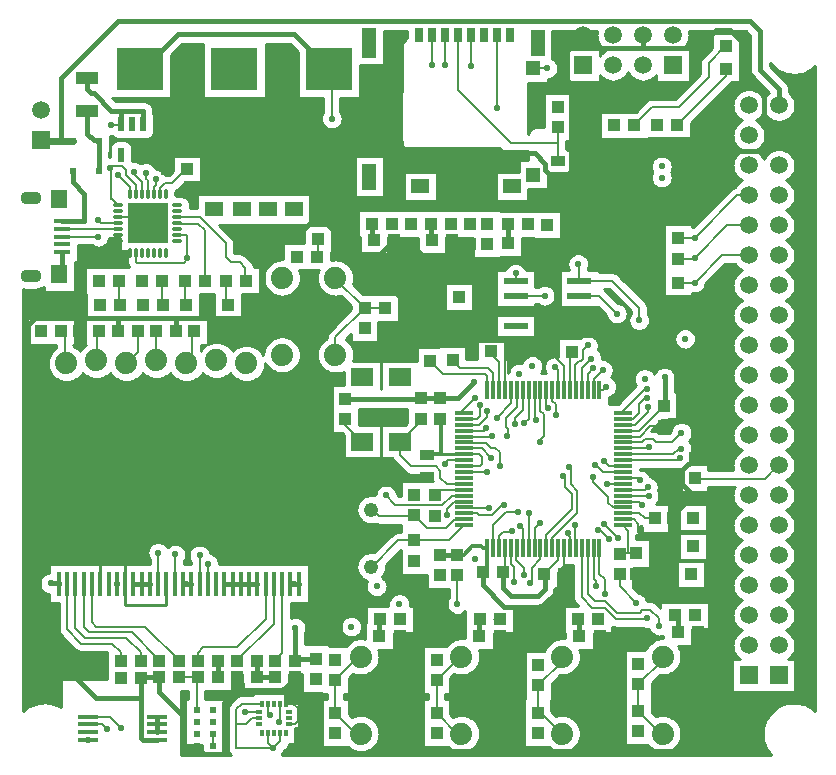
<source format=gbr>
%TF.GenerationSoftware,Novarm,DipTrace,3.2.0.1*%
%TF.CreationDate,2018-02-15T15:07:33-08:00*%
%FSLAX26Y26*%
%MOIN*%
%TF.FileFunction,Copper,L1,Top*%
%TF.Part,Single*%
%AMOUTLINE0*
4,1,4,
-0.035433,0.019685,
-0.035433,-0.019685,
0.035433,-0.019685,
0.035433,0.019685,
-0.035433,0.019685,
0*%
%AMOUTLINE1*
4,1,4,
0.026163,0.026163,
0.026205,-0.026121,
-0.026121,-0.026205,
-0.026163,0.026163,
0.026163,0.026163,
0*%
%AMOUTLINE2*
4,1,4,
-0.023622,0.015748,
-0.023622,-0.015748,
0.023622,-0.015748,
0.023622,0.015748,
-0.023622,0.015748,
0*%
%AMOUTLINE3*
4,1,4,
-0.010827,-0.023622,
0.010827,-0.023622,
0.010827,0.023622,
-0.010827,0.023622,
-0.010827,-0.023622,
0*%
%TA.AperFunction,Conductor*%
%ADD15C,0.006*%
%ADD16C,0.015748*%
%ADD17C,0.005984*%
%ADD18C,0.008*%
%ADD19C,0.012*%
%ADD20C,0.01*%
%ADD21C,0.011811*%
%ADD22C,0.015*%
%ADD23C,0.023622*%
%ADD24R,0.15748X0.141732*%
%ADD26R,0.03937X0.043307*%
%ADD27R,0.043307X0.03937*%
%ADD28R,0.059055X0.051181*%
%ADD30R,0.023622X0.023622*%
%TA.AperFunction,ComponentPad*%
%ADD33R,0.059055X0.059055*%
%ADD34C,0.059055*%
%ADD36R,0.05315X0.015748*%
%ADD37R,0.055118X0.062992*%
%TA.AperFunction,ComponentPad*%
%ADD38O,0.070866X0.043307*%
%ADD39R,0.031496X0.048819*%
%ADD40R,0.045276X0.098425*%
%ADD41R,0.045276X0.086614*%
%ADD42R,0.059055X0.045276*%
%ADD43R,0.045669X0.047244*%
%ADD44R,0.045669X0.049213*%
%TA.AperFunction,ComponentPad*%
%ADD45C,0.074*%
%ADD49R,0.062992X0.011811*%
%ADD50R,0.011811X0.062992*%
%ADD52O,0.033465X0.011811*%
%ADD53O,0.011811X0.033465*%
%ADD54R,0.137795X0.137795*%
%ADD55R,0.015748X0.07874*%
%ADD56R,0.070866X0.015748*%
%ADD58R,0.011811X0.019685*%
%ADD59R,0.019685X0.011811*%
%TA.AperFunction,ComponentPad*%
%ADD60R,0.05937X0.05937*%
%ADD61C,0.05937*%
%ADD62R,0.07874X0.023622*%
%ADD64R,0.074803X0.059055*%
%TA.AperFunction,ComponentPad*%
%ADD65C,0.048*%
%TA.AperFunction,ViaPad*%
%ADD66C,0.021654*%
%ADD141OUTLINE0*%
%TA.AperFunction,ComponentPad*%
%ADD142OUTLINE1*%
%ADD143OUTLINE2*%
%ADD144OUTLINE3*%
%TA.AperFunction,CopperBalancing*%
%ADD145C,0.01*%
G75*
G01*
%LPD*%
X1280580Y594016D2*
D15*
Y534046D1*
X1278298Y531764D1*
X1400160Y678624D2*
Y677192D1*
X1400265Y677087D1*
X1007425Y681516D2*
X945775D1*
X1002629Y572684D2*
Y676719D1*
X1007425Y681516D1*
X938996Y2156197D2*
X972080D1*
Y2078477D1*
X975205D1*
X959582Y2062853D1*
X803348D1*
X800223Y2065978D1*
Y2098120D1*
X801201Y2097142D1*
X971173Y2376227D2*
D3*
X801201Y2293992D2*
Y2321223D1*
X765852Y2356572D1*
Y2372196D1*
X753353Y2384694D1*
X718982D1*
X713271Y2378983D1*
X715857Y2381570D1*
Y2275331D1*
X721437D1*
X742146Y2254622D1*
X879941Y2293992D2*
Y2311303D1*
X897088Y2328450D1*
X922086D1*
X972080Y2378445D1*
Y2375320D1*
X554550Y2150267D2*
X675236D1*
Y2206588D2*
X684610Y2197214D1*
X743793D1*
X742146Y2195567D1*
X554550Y2175857D2*
X742121D1*
X742146Y2175882D1*
X781516Y2293992D2*
Y2315911D1*
X740855Y2356572D1*
X1562767Y1847251D2*
Y1845838D1*
X2041067Y2191068D2*
D16*
Y2129047D1*
X2040582Y2128562D1*
X889025Y2003485D2*
D15*
Y1925368D1*
X892150Y1922243D1*
X742146Y2215252D2*
X820886D1*
X840571Y2195567D1*
X545692Y2276251D2*
D16*
X548817D1*
X837719Y2194089D2*
Y2197214D1*
X842218D1*
X840571Y2195567D1*
X1153311Y2240960D2*
D3*
X1240802D2*
D3*
X1328293D2*
D3*
X787865Y2525264D2*
D3*
X681486Y1922243D2*
D3*
X481507Y1834752D2*
X484631D1*
X825221Y1922243D2*
D3*
X1983511Y1769147D2*
D15*
Y1760723D1*
X2011142Y1733092D1*
Y1639537D1*
X2247362D2*
Y1758864D1*
X2254507Y1766008D1*
X1983511Y1769147D2*
D16*
D3*
X2253196Y1769134D2*
Y1767319D1*
X2254507Y1766008D1*
X2065891Y1853391D2*
D3*
X1877481Y1948051D2*
D3*
X1578496Y2350361D2*
D3*
X1747788Y2318865D2*
D3*
X2054087D2*
D3*
X2125347Y2357448D2*
D3*
X2141095Y2796424D2*
D3*
X2206326Y2584673D2*
Y2582860D1*
X1578496Y2796424D2*
Y2794256D1*
X1961961Y2821214D2*
D3*
X1129057Y2709639D2*
D3*
X2478172Y500517D2*
X2477070D1*
X2475485Y502103D1*
X1465089Y494957D2*
Y495852D1*
X1802625D2*
D3*
X2140160D2*
D3*
X515878Y994215D2*
X544016D1*
Y994016D1*
X1257906Y445752D2*
D15*
X1241210Y462446D1*
Y495591D1*
X1280580D2*
Y468427D1*
X1257906Y445752D1*
X1211683Y544803D2*
D17*
X1188223D1*
X1168687Y525267D1*
X1134641D1*
Y445752D1*
X1257906D1*
X1221525Y594016D2*
X1153070D1*
X1134641Y575587D1*
Y525267D1*
X1074355Y681516D2*
D16*
Y737272D1*
X1074087Y737540D1*
X1202851D2*
Y681601D1*
X1202936Y681516D1*
X1264453D1*
X1264685Y681284D1*
X1400265Y744016D2*
X1338091D1*
X1331614Y737540D1*
X1075194Y681516D2*
X1074355D1*
X1343229Y994016D2*
X1328095D1*
X1315670D1*
X1197057Y994215D2*
D15*
X1205234D1*
X1205433Y994016D1*
D16*
X1177874D1*
X1150315D1*
X1122756D1*
X1095197D1*
X984961D2*
X957402D1*
X847166D2*
X819607D1*
X792047D1*
X736929D2*
Y994215D1*
X819607Y994016D2*
D3*
X968756D2*
X984961D1*
X1797139Y1220836D2*
Y1214587D1*
X1728390Y1059973D2*
Y1070836D1*
X1787620Y1216067D2*
X1792370D1*
X1797139Y1220836D1*
X1331614Y737540D2*
Y847159D1*
X2422559Y1503710D2*
D15*
X2477406D1*
X2559641Y1585945D1*
X2422559Y1228120D2*
X2478662D1*
X2495839Y1210943D1*
X2531515D1*
X2207992Y1111978D2*
Y1072187D1*
X2161269Y1025464D1*
X2030827Y1111978D2*
Y1038790D1*
X2023609Y1031572D1*
X2562538Y1681643D2*
D16*
Y1588843D1*
X2559641Y1585945D1*
X2023609Y1031572D2*
Y980078D1*
X2050092Y953595D1*
X2140708D1*
X2162580Y975467D1*
Y1024152D1*
X2161269Y1025464D1*
X2023609Y1031572D2*
Y1027101D1*
X2529693Y1210943D2*
X2531515D1*
X869238Y499084D2*
Y524675D1*
Y550265D1*
Y524675D2*
D3*
X639767Y473494D2*
X640891D1*
X750011Y680841D2*
D3*
X1002629Y493156D2*
Y493155D1*
X787998Y2250496D2*
Y2248141D1*
X840571Y2195567D1*
X1059571Y2240960D2*
D3*
X887767Y2250265D2*
Y2242763D1*
X840571Y2195567D1*
X554550Y2099086D2*
Y2033141D1*
X545692Y2024282D1*
X887625Y2144156D2*
Y2148513D1*
X840571Y2195567D1*
X545692Y2020345D2*
Y2024282D1*
X787998Y2144095D2*
X789099D1*
X840571Y2195567D1*
X1895000Y1405285D2*
D18*
X1842477D1*
X1831365Y1394173D1*
X1728390Y1291198D2*
Y1289071D1*
X1497932Y1608869D2*
D16*
X1747906D1*
X1750124Y1611087D1*
X1815742D1*
X1873587D1*
X1928391Y1665891D1*
X1057747Y493156D2*
D15*
Y453393D1*
X1612275Y819016D2*
D16*
Y873087D1*
X1614452Y875264D1*
X1945608Y819016D2*
Y875037D1*
X1945836Y875265D1*
X2278940Y819016D2*
Y869198D1*
X2272874Y875264D1*
X2606024Y831516D2*
Y877578D1*
X2595838Y887764D1*
X2657823Y1119019D2*
D15*
X2656516D1*
X2422559Y1287175D2*
X2507108D1*
X2509641Y1284641D1*
X2326103Y1639537D2*
Y1675772D1*
X2356722Y1706391D1*
X2162580Y1953391D2*
X2065891D1*
X2607822Y2075267D2*
X2662765D1*
Y2078391D1*
X2772139Y2187765D1*
X2844016D1*
X2003222Y2578424D2*
Y2819168D1*
X2005268Y2821214D1*
X2651572Y1025273D2*
Y1028587D1*
X2487546Y1256735D2*
X2476792Y1267490D1*
X2422559D1*
X1040079Y994016D2*
X1040823Y994760D1*
Y1059834D1*
X2345788Y1639537D2*
X2357949D1*
X2368809Y1650397D1*
X2662767Y1997302D2*
X2608058D1*
X2662767D2*
X2753230Y2087765D1*
X2844016D1*
X2278490Y2003391D2*
Y2056307D1*
X2275068Y2059729D1*
X1831365Y2722159D2*
Y2820540D1*
X1832040Y2821214D1*
X2477897Y1871646D2*
Y1913260D1*
X2387765Y2003391D1*
X2278490D1*
X654252Y994016D2*
Y865029D1*
X669016Y850265D1*
X831517D1*
X944016Y737767D1*
Y738848D1*
X626693Y994016D2*
Y848839D1*
X644016Y831516D1*
X787767D1*
X875267Y744016D1*
Y740668D1*
X878395Y737540D1*
X819016Y744016D2*
Y739995D1*
X816561Y737540D1*
Y765221D1*
X769016Y812765D1*
X631517D1*
X599134Y845149D1*
Y994016D1*
X571575D2*
Y841457D1*
X619016Y794016D1*
X722141D1*
X750267Y765890D1*
Y738175D1*
X749631Y737540D1*
X1232992Y994016D2*
Y876742D1*
X1137767Y781516D1*
X1025267D1*
X1006516Y762765D1*
Y738181D1*
X1007158Y737540D1*
X1288110Y994016D2*
Y763109D1*
X1263613Y738612D1*
X1264685Y737540D1*
X1260551Y994016D2*
Y860551D1*
X1131516Y731516D1*
Y741945D1*
X1135922Y737540D1*
X2286733Y1111978D2*
Y948180D1*
X2321939Y912974D1*
X2362559D1*
X2400055Y875478D1*
X2500045D1*
X2503170Y878603D1*
X2306418Y1111978D2*
Y959742D1*
X2331313Y934847D1*
X2365684D1*
X2403180Y897351D1*
X2479691D1*
X2489065Y906725D1*
X2515668D1*
X2543790Y878603D1*
Y853605D1*
X2422559Y1247805D2*
X2390191D1*
X2375265Y1262730D1*
Y1281517D1*
X2325063Y1331719D1*
Y1350631D1*
X1895000Y1444655D2*
X1952740D1*
X1984474Y1412922D1*
X1895000Y1464340D2*
X1896424Y1462916D1*
X1968851D1*
X1984474Y1447293D1*
X1996973D1*
X2012596Y1431670D1*
Y1384799D1*
X1991457Y1111978D2*
Y1129310D1*
Y1111978D2*
Y1188679D1*
X2034469Y1231691D1*
X2075089D1*
X875215Y1097330D2*
Y994507D1*
X874725Y994016D1*
X2011142Y1111978D2*
Y1152120D1*
X2025095Y1166072D1*
X2050092D1*
X2053217Y1169197D1*
X931460Y1091080D2*
Y995633D1*
X929843Y994016D1*
X2093838Y1022338D2*
Y1047335D1*
X2068840Y1072332D1*
Y1110621D1*
X2070197Y1111978D1*
X2090713Y1112809D2*
X2089882Y1111978D1*
Y1176277D1*
X2081338Y1184822D1*
X2109461Y1228566D2*
Y1112084D1*
X2109567Y1111978D1*
X2131334Y1109897D2*
X2129252Y1111978D1*
Y1179614D1*
X2146957Y1197319D1*
X2148937Y1111978D2*
Y1074313D1*
X2121960Y1047335D1*
Y1000465D1*
X2115710Y994215D1*
X2188307Y1111978D2*
Y1144929D1*
X2271944Y1228566D1*
Y1303558D1*
X2250071Y1325431D1*
Y1375425D1*
X2243822Y1381675D1*
X1968851Y2125347D2*
X1969091D1*
X2240697Y1162948D2*
Y1156698D1*
X2246946Y1150449D1*
Y1112394D1*
X2247362Y1111978D1*
X2265694Y1187945D2*
Y1113331D1*
X2267047Y1111978D1*
X2028219Y1256688D2*
X2025095Y1259813D1*
X1987599Y1222317D1*
X1943853D1*
X1937604Y1228566D1*
X1895446D1*
X1895000Y1228120D1*
X1978225Y1247314D2*
X1895491D1*
X1895000Y1247805D1*
X2422559Y1562765D2*
Y1569435D1*
X2497141Y1644016D1*
X2503391D1*
X2422559Y1543080D2*
X2458705D1*
X2478172Y1562547D1*
Y1593798D1*
X2497275Y1612901D1*
X2503170D1*
X2422559Y1523395D2*
X2464020D1*
X2506294Y1565670D1*
Y1581654D1*
X2422559Y1464340D2*
X2485845D1*
X2496771Y1475265D1*
X2525192D1*
X2534416Y1466041D1*
X2587916D1*
X2619016Y1497141D1*
X2422559Y1444655D2*
X2503656D1*
X2509419Y1450418D1*
X2422559Y1424970D2*
X2590595D1*
X2609641Y1444016D1*
X2619016D1*
X2422559Y1405285D2*
X2605285D1*
X2612765Y1412765D1*
X2422559Y1385600D2*
Y1384641D1*
Y1385600D2*
X2377382D1*
X2359435Y1403547D1*
X745290Y2003485D2*
Y1925368D1*
X748415Y1922243D1*
X1406622Y2144189D2*
Y2085436D1*
X1404953Y2083767D1*
X1750124Y1544158D2*
Y1534784D1*
X1681381Y1466041D1*
X1895000Y1326545D2*
X1836500D1*
X1815742Y1347303D1*
Y1369176D1*
X1800118Y1384799D1*
X1718877D1*
X1681381Y1422296D1*
Y1466041D1*
X1497932Y1541940D2*
Y1523506D1*
X1555397Y1466041D1*
X1895000Y1287175D2*
X1852478D1*
X1821991Y1256688D1*
X1665757D1*
X1634511Y1287935D1*
X1556394Y1466041D2*
X1555397D1*
X2412554Y1027276D2*
Y984841D1*
X2468798Y928597D1*
X865841Y2340949D2*
Y2322201D1*
X859592Y2315952D1*
Y2294656D1*
X860256Y2293992D1*
X962706Y2003485D2*
Y1925368D1*
X965831Y1922243D1*
X1971772Y1639537D2*
Y1685011D1*
X1962767Y1694016D1*
X1823927D1*
X1781670Y1736273D1*
X820886Y2293992D2*
X822096Y2292782D1*
Y2331575D1*
X790849Y2362822D1*
X793974Y2365946D1*
X1781670Y1736273D2*
D3*
X2422559Y1326545D2*
Y1325431D1*
X2371933D1*
X2944016Y1387765D2*
X2940890D1*
X2897141Y1344016D1*
X2664922D1*
X2663004Y1345933D1*
Y1337929D2*
Y1345933D1*
X2422559Y1346230D2*
X2473051D1*
X2481516Y1337765D1*
X2662528Y1344179D2*
Y1345457D1*
X2537541Y2522180D2*
D3*
X2207992Y1639537D2*
Y1705040D1*
X2197141Y1715891D1*
X2768523Y2709649D2*
Y2686233D1*
X2605377Y2523087D1*
X1029635Y2003485D2*
Y2170906D1*
X1006452Y2194089D1*
X937519D1*
X938996Y2195567D1*
X1783327Y2194016D2*
D16*
Y2142038D1*
X1787427Y2137939D1*
X2422559Y1306860D2*
D15*
X2497485D1*
X2506516Y1315891D1*
X2659465Y1212943D2*
X2657822D1*
Y1212765D1*
X1012520Y994016D2*
Y1087775D1*
X2607820Y2147139D2*
X2662764D1*
X2325142Y1712642D2*
X2306418Y1693918D1*
Y1639537D1*
X2278490Y1953391D2*
X2344016D1*
X2403391Y1894016D1*
X1918856Y2719034D2*
Y2821012D1*
X1918654Y2821214D1*
X2662764Y2147139D2*
X2803390Y2287765D1*
X2844016D1*
X2345788Y1111978D2*
Y1026610D1*
X2362559Y1009839D1*
Y959844D1*
X640891Y524675D2*
X688357D1*
X703391Y509641D1*
X1871382Y1022849D2*
Y926076D1*
X1871986Y925473D1*
X1241210Y594016D2*
Y556761D1*
X1247051D1*
X1002629Y532920D2*
Y532919D1*
X2206326Y2402441D2*
Y2462811D1*
Y2515931D1*
Y2462811D2*
X2050092D1*
X1875110Y2637793D1*
Y2820978D1*
X1875347Y2821214D1*
X1969181Y2192366D2*
X1970831Y2194016D1*
X1850267D2*
X1850256D1*
X1912859D2*
Y2192296D1*
X1912757Y2192194D1*
X2125347Y2711777D2*
X2171954D1*
X1587755Y2194016D2*
D16*
Y2143840D1*
X1593656Y2137939D1*
X2326103Y1111978D2*
D15*
X2328188Y1114063D1*
Y1009839D1*
X2334437Y1003589D1*
Y984841D1*
X640891Y550265D2*
X712765D1*
X750265Y512765D1*
X1815742Y1022849D2*
X1815126D1*
X1211683Y564488D2*
X1165810D1*
X1057747Y572684D2*
Y572683D1*
X2050512Y1639537D2*
Y1594572D1*
X2003222Y1547282D1*
X1465778Y737992D2*
Y739322D1*
X1465089Y740011D1*
X2089882Y1639537D2*
Y1571449D1*
X2065715Y1547282D1*
Y1528534D1*
X2062591Y1525410D1*
X1803243Y741117D2*
Y740629D1*
X2129252Y1639537D2*
Y1549364D1*
X2134458Y1544158D1*
Y1537908D1*
X2143832Y719244D2*
Y719415D1*
X2141988Y721259D1*
X2168622Y1639537D2*
Y1584986D1*
X2175079Y1578529D1*
X2340687Y1172322D2*
X2346936D1*
X2378183Y1141075D1*
X2475267Y725516D2*
X2475485Y725298D1*
X1465089Y562781D2*
X1533855Y494016D1*
X1550265D1*
X1465089Y673082D2*
X1542024Y750016D1*
X1550265D1*
X1465089Y562781D2*
Y673082D1*
X1885683Y750016D2*
X1879559D1*
X1802625Y673082D1*
Y562781D1*
X1871390Y494016D1*
X1885683D1*
X2221099Y750016D2*
Y733440D1*
X2141988Y654330D1*
X2140160Y652502D1*
Y562781D1*
X2221099Y494016D2*
X2152334Y562781D1*
X2140160D1*
X2475485Y658369D2*
Y569032D1*
X2550500Y494016D1*
X2556516D1*
X2475485Y658369D2*
X2556516Y739401D1*
Y750016D1*
X1895000Y1484025D2*
Y1484641D1*
X551561Y1834752D2*
X562748D1*
Y1727765D1*
X569016D1*
X1895000Y1484025D2*
X1897747D1*
X1895000D2*
X1986835D1*
X1987599Y1484789D1*
X1895000Y1543080D2*
X1908705D1*
X866622Y1834752D2*
X869016D1*
Y1737765D1*
X1895000Y1543080D2*
X1936830D1*
X1947141Y1553391D1*
Y1587767D1*
X1895000Y1562765D2*
X1881516D1*
X1931516Y1612765D1*
X993953Y1834752D2*
X987704D1*
Y1727765D1*
X969016D1*
X806222Y1834752D2*
Y1765759D1*
X768229Y1727765D1*
X769016D1*
X1895000Y1523395D2*
Y1522141D1*
X1944015D1*
X1972141Y1550267D1*
Y1569016D1*
X678891Y1834752D2*
X672112D1*
Y1737765D1*
X669016D1*
X1969016Y1512765D2*
X1959642Y1503391D1*
X1895319D1*
X1895000Y1503710D1*
X1991457Y1639537D2*
Y1696576D1*
X1975267Y1712767D1*
X1881799D1*
X1856670Y1737897D1*
X840571Y2293992D2*
Y2338097D1*
X834595Y2344074D1*
Y2362822D1*
X1856372Y1737897D2*
X1856670D1*
X2422559Y1365915D2*
X2356446D1*
X2337562Y1384799D1*
X2334437D1*
X2331313Y1387924D1*
X2390891Y2522141D2*
X2392453Y2523704D1*
X2394016Y2522141D1*
X2306717Y1787966D2*
X2290891Y1772141D1*
Y1740891D1*
X2284641Y1734641D1*
X2278391D1*
X2265694Y1721944D1*
Y1640890D1*
X2267047Y1639537D1*
X2768523Y2784649D2*
X2765638D1*
X2709398Y2728408D1*
Y2681538D1*
X2609408Y2581549D1*
X2520353D1*
X2460945Y2522141D1*
X938996Y2215252D2*
X939706Y2215962D1*
X1012701D1*
X1100192Y2128471D1*
Y2081601D1*
X1115815Y2065978D1*
X1147062D1*
X1165810Y2047230D1*
Y2003485D1*
X1167121D1*
X1100192D2*
Y1928492D1*
X1106441Y1922243D1*
X814096Y2709639D2*
D16*
X825200D1*
X940834Y2825273D1*
X1328383D1*
X1444017Y2709639D1*
X1867164Y1267490D2*
D15*
X1895000D1*
X1860915D1*
X1837614Y1244189D1*
Y1222317D1*
X1453391Y2544016D2*
Y2700265D1*
X1444017Y2709639D1*
X2590893Y1212765D2*
D16*
X2590894Y1119019D1*
Y1119016D1*
X2584643D1*
Y1025273D1*
X2065891Y1903391D2*
X2200265D1*
X2201973D1*
X2278490D1*
Y1853391D1*
X2030827Y1639537D2*
D15*
Y1749534D1*
X2050440Y1769147D1*
X2227677Y1639537D2*
Y1719729D1*
X2181398Y1766008D1*
X2187578D1*
X2422559Y1484025D2*
X2480533D1*
X2515524Y1519016D1*
X2559641D1*
X2227677Y1025985D2*
X2228198Y1025464D1*
X1971772Y1111978D2*
D19*
Y1046664D1*
X1956680Y1031572D1*
X2290891Y2822137D2*
D16*
X2334625Y2778403D1*
X2490891D1*
Y2822137D1*
X1912757Y2125265D2*
Y2041131D1*
X1886607Y2014981D1*
X1877481D1*
X1719007Y2125265D2*
X1825164Y2019108D1*
X1873353D1*
X1877481Y2014981D1*
X1728265Y750016D2*
Y494016D1*
X2734516Y750016D2*
Y494016D1*
X2399099Y750016D2*
Y494016D1*
X2063683Y750016D2*
Y494016D1*
Y750016D2*
X2065715Y752049D1*
Y819016D1*
Y916099D1*
X2028184D1*
X1956352Y987931D1*
Y1031244D1*
X1956680Y1031572D1*
X2065715Y916099D2*
X2203201D1*
X2228198Y941096D1*
Y1025464D1*
X2559641Y1519016D2*
X2578390Y1537765D1*
X2663004D1*
Y1412862D1*
X1631516Y1845838D2*
X1638428D1*
X1677635Y1806630D1*
X1778242D1*
X1781670Y1803202D1*
X1855046D1*
X1856670Y1804826D1*
X2033149D1*
X2050440Y1787534D1*
Y1769147D1*
X2187578Y1766008D2*
X2181327D1*
X2178188Y1769147D1*
X2050440D1*
X2187578Y1766008D2*
Y1822254D1*
X2200265D1*
Y1903391D1*
X2663004Y1537765D2*
Y1674918D1*
X2596910Y1741012D1*
X2437551D1*
X2356310Y1822254D1*
X2200265D1*
X2540891Y2147139D2*
Y2075267D1*
X2540893D1*
Y1997538D1*
X2541129Y1997302D1*
X2540891Y2147139D2*
Y2181817D1*
X2793764Y2434689D1*
X2890940D1*
X2944016Y2487765D1*
X1728265Y628633D2*
Y750016D1*
X1956680Y1031572D2*
X1962461D1*
Y1025322D1*
X2206326Y2331575D2*
X2215700D1*
X2250071Y2365946D1*
Y2659666D1*
X2237572Y2672164D1*
Y2768818D1*
X2290891Y2822137D1*
X2663004Y1412862D2*
X2621907Y1371765D1*
Y1325499D1*
X2647141Y1300265D1*
Y1278390D1*
X2590893Y1222142D1*
Y1212765D1*
X2531515Y1144013D2*
X2584643D1*
Y1119016D1*
X2422559Y1208435D2*
D15*
X2460847D1*
X2475265Y1194016D1*
Y1165891D1*
X2497143Y1144013D1*
X2531515D1*
X1337166Y2146717D2*
D16*
X1339693Y2144189D1*
X2228198Y1025464D2*
D15*
Y1072087D1*
X2227677Y1072608D1*
Y1111978D1*
X681811Y994016D2*
D20*
Y1072141D1*
X723983D1*
X764488D1*
Y994016D1*
Y922348D1*
X902284D1*
Y994016D1*
X1136007Y681516D2*
D16*
Y638554D1*
X1288885D1*
X1300265Y649935D1*
X1331614Y681284D1*
X1310108Y525118D2*
D15*
X1331021D1*
X1340792Y534889D1*
Y578634D1*
X1325410Y594016D1*
X1300265D1*
D21*
Y611733D1*
D16*
Y649935D1*
X1728265Y494016D2*
Y434899D1*
X2063683D1*
X2399099D1*
X2734516D1*
Y494016D1*
X2399099D2*
Y434899D1*
X2063683Y494016D2*
Y434899D1*
X1815126Y1089778D2*
X1871382D1*
D19*
X1892557D1*
X1921981Y1119202D1*
X1950768D1*
X1957992Y1111978D1*
X1971772D1*
X2012537Y819016D2*
D16*
X2065715D1*
X1679204D2*
Y799078D1*
X1728265Y750016D1*
X2345869Y819016D2*
Y803246D1*
X2399099Y750016D1*
X2672953Y831516D2*
Y811579D1*
X2734516Y750016D1*
X2107511Y2128562D2*
X2166080D1*
X2172331Y2122311D1*
X1854356Y2137939D2*
X1900084D1*
X1912757Y2125265D1*
X1660586Y2137939D2*
X1706334D1*
X1719007Y2125265D1*
X1328293Y2315763D2*
X1240802D1*
X1153311D1*
X1059571D1*
X825267Y2422894D2*
Y2422191D1*
X904244D1*
Y2376227D1*
X1059571Y2315763D2*
Y2375320D1*
X1012701Y2422191D1*
X904244D1*
X1339693Y2144189D2*
Y2155495D1*
X1384537Y2200339D1*
Y2303453D1*
X1372038Y2315952D1*
X1328482D1*
X1328293Y2315763D1*
X1384537Y2200339D2*
X1387423Y2203225D1*
X1428521D1*
X1537646Y2094100D1*
X1612638D1*
X1662633Y2144095D1*
Y2135891D1*
X1660586Y2137939D1*
X742146Y2156197D2*
D21*
X744016D1*
Y2136512D1*
X742146D1*
X1173370Y1922243D2*
D16*
Y1878498D1*
X1060882D1*
X1032760D1*
X933551D1*
X739293D1*
X611962D1*
Y1834752D1*
X1032760Y1922243D2*
Y1878498D1*
X1060882Y1834752D2*
Y1878498D1*
X933551Y1834752D2*
Y1878498D1*
X739293Y1834752D2*
Y1878498D1*
X611962D2*
D20*
Y2037575D1*
X693403Y2119016D1*
X744016D1*
Y2134642D1*
X742146Y2136512D1*
X469016Y1737765D2*
D16*
Y1741004D1*
X440886Y1769134D1*
Y1856625D1*
X462759Y1878498D1*
X611962D1*
X2835452Y2784649D2*
Y2709649D1*
X2490891Y2778403D2*
X2675026D1*
X2734395Y2837772D1*
X2782328D1*
X2835452Y2784649D1*
Y2709649D2*
Y2686721D1*
X2893754Y2628419D1*
Y2538028D1*
X2944016Y2487765D1*
X816940Y680841D2*
D22*
Y612765D1*
Y480466D1*
X825265Y472141D1*
X867885D1*
X869238Y473494D1*
X878845Y681516D2*
D16*
X817614D1*
X816940Y680841D1*
X1002629Y453393D2*
X959641D1*
Y550267D1*
X878391Y631516D1*
Y681062D1*
X878845Y681516D1*
X1002629Y453393D2*
Y451028D1*
X1028391Y425265D1*
X1094016D1*
Y596563D1*
X1136007Y638554D1*
X2201973Y1903391D2*
Y1988229D1*
X2172331Y2017870D1*
Y2122311D1*
X1339693Y2144189D2*
X1300265D1*
X1275173Y2119097D1*
Y2087851D1*
X1225179Y2037856D1*
Y1937866D1*
X1209555Y1922243D1*
X1173370D1*
X469016Y1737765D2*
Y1350357D1*
Y809641D1*
X665891Y612765D1*
X816940D1*
X1384537Y2303453D2*
X1525147Y2444063D1*
X2009471D1*
X2025095Y2428440D1*
X2131334D1*
X2165705Y2394068D1*
Y2372196D1*
X2206326Y2331575D1*
X1781670Y1803202D2*
Y1850076D1*
X1537646Y2094100D1*
X1772289Y1350357D2*
X723983D1*
X469016D1*
X2468798Y1027462D2*
X2582454D1*
X2584643Y1025273D1*
X2734516Y750016D2*
Y919141D1*
X2694016Y959641D1*
X2606516D1*
X2584641Y981516D1*
Y1025271D1*
X2584643Y1025273D1*
X723983Y1072141D2*
Y1350357D1*
X744016Y2119016D2*
D20*
Y2103391D1*
X750265Y2097142D1*
X781516D1*
X1815742Y1544158D2*
D19*
X1818866D1*
Y1425420D1*
X1772289D1*
Y1421223D1*
X1895000Y1385600D2*
D18*
X1947778D1*
X1953227Y1391049D1*
Y1416046D1*
X1943853Y1425420D1*
X1895450D1*
X1895000Y1424970D1*
X1818866Y1425420D2*
D20*
X1895000Y1424970D1*
X676328Y2369071D2*
D16*
Y2469061D1*
Y2472185D1*
X659613D1*
X637740Y2494058D1*
Y2569050D1*
X676328Y2369071D2*
D3*
X822096Y2003485D2*
D3*
X825267Y2525264D2*
Y2569050D1*
X750464D1*
Y2525264D1*
X637740Y2679286D2*
Y2640918D1*
X650239Y2628419D1*
X659613D1*
X718982Y2569050D1*
X750464D1*
X678361Y2003485D2*
D15*
D3*
X718982Y2522180D2*
X747380D1*
X750464Y2525264D1*
X484631Y2472185D2*
D23*
Y2469061D1*
X550250D1*
X589714D1*
X2944016Y2587765D2*
D16*
Y2643775D1*
X2881255Y2706536D1*
Y2834647D1*
X2846883Y2869019D1*
X740855D1*
X550250Y2678414D1*
Y2469061D1*
X554550Y2201448D2*
X628366D1*
D22*
Y2294079D1*
X589714Y2332731D1*
Y2369071D1*
X1584641Y1240269D2*
D15*
Y1244065D1*
X1609513Y1219192D1*
X1728390D1*
Y1222142D1*
X1728425D1*
X1771996Y1178571D1*
X1834490D1*
X1865736Y1209818D1*
X1893617D1*
X1895000Y1208435D1*
X1584641Y1050269D2*
Y1047460D1*
X1674946Y1137765D1*
X1728390D1*
X1844016D1*
X1895000Y1188750D1*
X2107996Y2191068D2*
Y2184715D1*
X2168826D2*
Y2185735D1*
X2172331Y2189240D1*
X2287567Y1640372D2*
X2286733Y1639537D1*
X2065891Y2003391D2*
Y2028113D1*
X2318814Y1744137D2*
X2286733Y1712055D1*
Y1639537D1*
X2059466Y1000465D2*
Y1050460D1*
X2050512Y1059414D1*
Y1111978D1*
X2070197Y1639537D2*
Y1583011D1*
X2034469Y1547282D1*
Y1516036D1*
X2040718Y1509786D1*
Y1487914D1*
X2037593Y1484789D1*
X1681381Y875478D2*
Y875264D1*
X1993848Y875478D2*
X2012765D1*
Y875265D1*
X2109567Y1639537D2*
Y1543943D1*
X2093838Y1528213D1*
X2339803Y875264D2*
X2344016D1*
X2146957Y1466041D2*
Y1472290D1*
X2159456Y1484789D1*
Y1559781D1*
X2148937Y1570299D1*
Y1639537D1*
X2188307D2*
X2185939D1*
X2662767Y887764D2*
X2659643D1*
X2406305Y1147324D2*
X2359435Y1194194D1*
X2200076Y1556656D2*
Y1591028D1*
X2187578Y1603526D1*
Y1638807D1*
X2188307Y1639537D1*
X2468798Y1094391D2*
X2440650D1*
X2412740D1*
X2412554Y1094205D1*
X2440650Y1094391D2*
Y1170659D1*
X2422559Y1188750D1*
X1465765Y2012516D2*
Y2009768D1*
X1562767Y1912767D1*
X1631516D1*
X1465765Y1756516D2*
Y1815765D1*
X1562767Y1912767D1*
X1895000Y1306860D2*
X1816234D1*
X1797139Y1287765D1*
Y1281516D1*
X1895000Y1365915D2*
X1971839D1*
X1337667Y2084726D2*
Y2084124D1*
X1719007Y2192194D2*
D3*
X1656516Y2194016D2*
X1654684D1*
X1788733Y2821214D2*
X1787620Y2820101D1*
Y2722159D1*
X2168622Y1111978D2*
Y1156491D1*
X2253196Y1241065D1*
Y1294184D1*
X2231323Y1316057D1*
Y1347303D1*
X2225074Y1353553D1*
D66*
X1278298Y531764D3*
X1400160Y678624D3*
X971173Y2376227D3*
X972080Y2078477D3*
X713271Y2378983D3*
X675236Y2150267D3*
Y2206588D3*
X740855Y2356572D3*
X1562767Y1847251D3*
X548817Y2276251D3*
X837719Y2194089D3*
X1153311Y2240960D3*
X1240802D3*
X1328293D3*
X787865Y2525264D3*
X681486Y1922243D3*
X481507Y1834752D3*
X825221Y1922243D3*
X681486D3*
X1983511Y1769147D3*
X2253196Y1769134D3*
X1983511Y1769147D3*
X2065891Y1853391D3*
X1877481Y1948051D3*
X2065891Y1853391D3*
X1578496Y2350361D3*
X1747788Y2318865D3*
X1578496Y2350361D3*
X2054087Y2318865D3*
X1747788D3*
X2125347Y2357448D3*
X2054087Y2318865D3*
X2141095Y2796424D3*
X2206326Y2584673D3*
X2125347Y2357448D3*
X1578496Y2794256D3*
X1961961Y2821214D3*
X1578496Y2794256D3*
Y2350361D3*
X1129057Y2709639D3*
X2478172Y500517D3*
X1465089Y494957D3*
X1802625Y495852D3*
X2140160D3*
X515878Y994215D3*
X1257906Y445752D3*
D3*
D3*
X1202936Y681516D3*
X1075194D3*
X819607Y994016D3*
X968756D3*
X1150187D3*
X1328095D3*
X736929D3*
X819607D3*
X736929D3*
X1202936Y681516D3*
X1797139Y1214587D3*
X1728390Y1059973D3*
X1328095Y994016D3*
X1331614Y847159D3*
X1202936Y681516D3*
X2562538Y1681643D3*
X2023609Y1027101D3*
X2529693Y1210943D3*
X869238Y524675D3*
X639767Y473494D3*
X750011Y680841D3*
D3*
X1331614Y847159D3*
X1002629Y493155D3*
X2023609Y1027101D3*
X787998Y2250496D3*
X1059571Y2240960D3*
X887767Y2250265D3*
X1153311Y2240960D3*
X887625Y2144156D3*
X548817Y2276251D3*
X545692Y2020345D3*
X787998Y2144095D3*
X1831365Y1394173D3*
X1728390Y1291198D3*
X1797139Y1214587D3*
X1928391Y1665891D3*
X2656516Y1119019D3*
X2509641Y1284641D3*
X2656516Y1119019D3*
X2356722Y1706391D3*
X2162580Y1953391D3*
X2662765Y2078391D3*
X2003222Y2578424D3*
X2651572Y1028587D3*
X2487546Y1256735D3*
X2651572Y1028587D3*
X1040823Y1059834D3*
X2651572Y1028587D3*
X2368809Y1650397D3*
X2662767Y1997302D3*
D3*
X2275068Y2059729D3*
X1831365Y2722159D3*
X2477897Y1871646D3*
X2503170Y878603D3*
X2543790Y853605D3*
X2325063Y1350631D3*
X2496920Y1675394D3*
X2631281Y1809755D3*
X1984474Y1412922D3*
X2012596Y1384799D3*
X2075089Y1231691D3*
X875215Y1097330D3*
X2053217Y1169197D3*
X931460Y1091080D3*
X2093838Y1022338D3*
X2081338Y1184822D3*
X2109461Y1228566D3*
X2146957Y1197319D3*
X2115710Y994215D3*
X2243822Y1381675D3*
X2121960Y1719139D3*
X1968851Y2125347D3*
X2240697Y1162948D3*
X2265694Y1187945D3*
X2028219Y1256688D3*
X1978225Y1247314D3*
X2503391Y1644016D3*
X2503170Y1612901D3*
X2506294Y1581654D3*
X2619016Y1497141D3*
X2509419Y1450418D3*
X2619016Y1444016D3*
X2612765Y1412765D3*
X2359435Y1403547D3*
X1634511Y1287935D3*
X1556394Y1466041D3*
X2468798Y928597D3*
X1518898Y850481D3*
X865841Y2340949D3*
X793974Y2365946D3*
X1781670Y1736273D3*
X2371933Y1325431D3*
X2481516Y1337765D3*
X2662528Y1344179D3*
X2537541Y2522180D3*
X2197141Y1715891D3*
X2553164Y2384694D3*
X2506516Y1315891D3*
X2659465Y1212943D3*
X1012520Y1087775D3*
X2659465Y1212943D3*
X2662764Y2147139D3*
X2403391Y1894016D3*
X2325142Y1712642D3*
X2403391Y1894016D3*
X1918856Y2719034D3*
X2362559Y959844D3*
X703391Y509641D3*
X1603264Y984841D3*
X1678256Y925473D3*
X2362559Y959844D3*
X1871986Y925473D3*
X1247051Y556761D3*
X1678256Y925473D3*
X1002629Y532919D3*
X1247051Y556761D3*
X1970831Y2194016D3*
X1850267D3*
X1912859D3*
X2171954Y2711777D3*
X1970831Y2194016D3*
X2334437Y984841D3*
X750265Y512765D3*
X1815742Y1022849D3*
X2334437Y984841D3*
X1165810Y564488D3*
X1057747Y572683D3*
X1165810Y564488D3*
X2003222Y1547282D3*
X1465778Y737992D3*
X2062591Y1525410D3*
X1803243Y741117D3*
X2134458Y1537908D3*
X2143832Y719244D3*
X2175079Y1578529D3*
X2340687Y1172322D3*
X2378183Y1141075D3*
X2475267Y725516D3*
X1987599Y1484789D3*
X1947141Y1587767D3*
X1931516Y1612765D3*
X1972141Y1569016D3*
X1969016Y1512765D3*
X834595Y2362822D3*
X1856372Y1737897D3*
X2331313Y1387924D3*
X2390891Y2522141D3*
X2553164Y2347198D3*
X2306717Y1787966D3*
X1837614Y1222317D3*
X1453391Y2544016D3*
X676328Y2369071D3*
X822096Y2003485D3*
X678361D3*
X718982Y2522180D3*
X2107996Y2184715D3*
X2168826D3*
X2065891Y2028113D3*
X2318814Y1744137D3*
X2065891Y2028113D3*
X2107996Y2184715D3*
X2059466Y1000465D3*
X2037593Y1484789D3*
X1681381Y875478D3*
X2093838Y1528213D3*
X2012767Y875267D3*
X2344016Y875264D3*
X1931355Y1075104D3*
X2146957Y1466041D3*
X2659643Y887764D3*
X2406305Y1147324D3*
X2359435Y1194194D3*
X2200076Y1556656D3*
X1797139Y1281516D3*
X1971839Y1365915D3*
X1337667Y2084726D3*
X1719007Y2192194D3*
X1656516Y2194016D3*
X1787620Y2722159D3*
X1719007Y2192194D3*
X2225074Y1353553D3*
X2078265Y1694142D3*
X1719007Y2192194D3*
X1627525Y2835425D2*
D145*
X1703280D1*
X2190124D2*
X2336424D1*
X2645357D2*
X2832420D1*
X1627525Y2825557D2*
X1703280D1*
X2190124D2*
X2334920D1*
X2646861D2*
X2720467D1*
X2816568D2*
X2842284D1*
X1627525Y2815688D2*
X1703280D1*
X2190124D2*
X2335193D1*
X2646588D2*
X2720467D1*
X2816568D2*
X2846971D1*
X1627525Y2805819D2*
X1694217D1*
X2190124D2*
X2337284D1*
X2644499D2*
X2720467D1*
X2816568D2*
X2846971D1*
X1627525Y2795950D2*
X1687284D1*
X2190124D2*
X2341424D1*
X2640357D2*
X2720467D1*
X2816568D2*
X2846971D1*
X949693Y2786082D2*
X1023924D1*
X1234205D2*
X1319511D1*
X1627525D2*
X1684881D1*
X2190124D2*
X2348240D1*
X2633541D2*
X2720467D1*
X2816568D2*
X2846971D1*
X939831Y2776213D2*
X1023924D1*
X1234205D2*
X1329393D1*
X1627525D2*
X1684803D1*
X2190124D2*
X2234803D1*
X2346979D2*
X2359471D1*
X2646979D2*
X2716033D1*
X2816568D2*
X2846971D1*
X929967Y2766344D2*
X1023924D1*
X1234205D2*
X1338885D1*
X1627525D2*
X1684803D1*
X2190124D2*
X2234803D1*
X2346979D2*
X2357029D1*
X2646979D2*
X2706171D1*
X2816568D2*
X2846971D1*
X920084Y2756475D2*
X1023924D1*
X1234205D2*
X1338885D1*
X1627525D2*
X1684803D1*
X2190124D2*
X2234803D1*
X2646979D2*
X2696307D1*
X2816568D2*
X2846971D1*
X919244Y2746607D2*
X1023924D1*
X1234205D2*
X1338885D1*
X1627525D2*
X1684803D1*
X2190124D2*
X2234803D1*
X2646979D2*
X2686600D1*
X2816568D2*
X2846971D1*
X919244Y2736738D2*
X1023924D1*
X1234205D2*
X1338885D1*
X1627525D2*
X1684803D1*
X2199205D2*
X2234803D1*
X2646979D2*
X2681248D1*
X2816568D2*
X2846971D1*
X919244Y2726869D2*
X1023924D1*
X1234205D2*
X1338885D1*
X1627525D2*
X1684803D1*
X2205885D2*
X2234803D1*
X2646979D2*
X2679999D1*
X2816568D2*
X2846971D1*
X919244Y2717000D2*
X1023924D1*
X1234205D2*
X1338885D1*
X1549167D2*
X1684803D1*
X2208796D2*
X2234803D1*
X2646979D2*
X2679999D1*
X2816568D2*
X2846971D1*
X919244Y2707131D2*
X1023924D1*
X1234205D2*
X1338885D1*
X1549167D2*
X1684803D1*
X2208873D2*
X2234803D1*
X2646979D2*
X2679999D1*
X2816568D2*
X2846971D1*
X2928717D2*
X2936679D1*
X3051353D2*
X3063007D1*
X919244Y2697263D2*
X1023924D1*
X1234205D2*
X1338885D1*
X1549167D2*
X1684803D1*
X2206139D2*
X2234803D1*
X2646979D2*
X2679999D1*
X2816568D2*
X2848299D1*
X2938580D2*
X2956092D1*
X3031940D2*
X3063007D1*
X919244Y2687394D2*
X1023924D1*
X1234205D2*
X1338885D1*
X1549167D2*
X1684803D1*
X2199752D2*
X2234803D1*
X2434635D2*
X2447147D1*
X2646979D2*
X2674080D1*
X2816568D2*
X2853045D1*
X2948444D2*
X3063007D1*
X919244Y2677525D2*
X1023924D1*
X1234205D2*
X1338885D1*
X1549167D2*
X1684803D1*
X2184752D2*
X2234803D1*
X2346979D2*
X2357576D1*
X2424205D2*
X2457576D1*
X2524205D2*
X2534803D1*
X2646979D2*
X2664217D1*
X2816568D2*
X2862205D1*
X2958327D2*
X3063007D1*
X919244Y2667656D2*
X1023924D1*
X1234205D2*
X1338885D1*
X1549167D2*
X1684803D1*
X2174576D2*
X2234803D1*
X2346979D2*
X2381756D1*
X2400025D2*
X2481756D1*
X2500025D2*
X2534803D1*
X2646979D2*
X2654353D1*
X2816568D2*
X2872068D1*
X2968189D2*
X3063007D1*
X919244Y2657788D2*
X1023924D1*
X1234205D2*
X1338885D1*
X1549167D2*
X1684803D1*
X2108952D2*
X2644491D1*
X2781236D2*
X2881952D1*
X2975201D2*
X3063007D1*
X919244Y2647919D2*
X1023924D1*
X1234205D2*
X1338885D1*
X1549167D2*
X1684803D1*
X2108952D2*
X2634608D1*
X2771373D2*
X2891815D1*
X2978033D2*
X3063007D1*
X919244Y2638050D2*
X1023924D1*
X1234205D2*
X1338885D1*
X1549167D2*
X1684803D1*
X2108952D2*
X2624744D1*
X2761511D2*
X2820916D1*
X2867116D2*
X2901679D1*
X2978288D2*
X3063007D1*
X919244Y2628181D2*
X1023924D1*
X1234205D2*
X1338885D1*
X1549167D2*
X1684803D1*
X2108952D2*
X2160233D1*
X2252408D2*
X2614881D1*
X2751628D2*
X2805819D1*
X2882213D2*
X2905819D1*
X2982213D2*
X3063007D1*
X919244Y2618313D2*
X1023924D1*
X1234205D2*
X1338885D1*
X1549167D2*
X1684803D1*
X2108952D2*
X2160233D1*
X2252408D2*
X2605017D1*
X2741764D2*
X2797361D1*
X2890671D2*
X2897377D1*
X2990671D2*
X3063007D1*
X727643Y2608444D2*
X1423983D1*
X1482799D2*
X1684803D1*
X2108952D2*
X2160233D1*
X2252408D2*
X2510233D1*
X2731901D2*
X2792128D1*
X2995904D2*
X3063007D1*
X841608Y2598575D2*
X1423983D1*
X1482799D2*
X1684803D1*
X2108952D2*
X2160233D1*
X2252408D2*
X2496209D1*
X2722037D2*
X2789159D1*
X2998873D2*
X3063007D1*
X853112Y2588706D2*
X1423983D1*
X1482799D2*
X1684803D1*
X2108952D2*
X2160233D1*
X2252408D2*
X2486347D1*
X2712155D2*
X2788104D1*
X2999928D2*
X3063007D1*
X858072Y2578838D2*
X1423983D1*
X1482799D2*
X1684803D1*
X2108952D2*
X2160233D1*
X2252408D2*
X2476483D1*
X2702292D2*
X2788827D1*
X2999205D2*
X3063007D1*
X859537Y2568969D2*
X1423983D1*
X1482799D2*
X1684803D1*
X2108952D2*
X2160233D1*
X2252408D2*
X2466600D1*
X2692428D2*
X2791404D1*
X2996628D2*
X3063007D1*
X860357Y2559100D2*
X1419452D1*
X1487331D2*
X1684803D1*
X2108952D2*
X2160233D1*
X2252408D2*
X2345956D1*
X2682545D2*
X2796171D1*
X2991861D2*
X3063007D1*
X862487Y2549231D2*
X1416541D1*
X1490240D2*
X1684803D1*
X2108952D2*
X2160233D1*
X2252408D2*
X2345956D1*
X2672683D2*
X2803865D1*
X2884167D2*
X2903865D1*
X2984167D2*
X3063007D1*
X862487Y2539362D2*
X1416464D1*
X1490319D2*
X1684803D1*
X2108952D2*
X2160233D1*
X2252408D2*
X2345956D1*
X2662819D2*
X2817049D1*
X2870983D2*
X2917049D1*
X2970983D2*
X3063007D1*
X862487Y2529494D2*
X1419197D1*
X1487584D2*
X1684803D1*
X2108952D2*
X2160233D1*
X2252408D2*
X2345956D1*
X2653424D2*
X2807303D1*
X2880729D2*
X3063007D1*
X862487Y2519625D2*
X1425604D1*
X1481179D2*
X1684803D1*
X2108952D2*
X2160233D1*
X2252408D2*
X2345956D1*
X2653424D2*
X2798280D1*
X2889752D2*
X3063007D1*
X862487Y2509756D2*
X1440624D1*
X1466159D2*
X1684803D1*
X2108952D2*
X2117185D1*
X2252408D2*
X2345956D1*
X2653424D2*
X2792675D1*
X2895357D2*
X3063007D1*
X862428Y2499887D2*
X1684803D1*
X2252408D2*
X2345956D1*
X2653424D2*
X2789452D1*
X2898580D2*
X3063007D1*
X859675Y2490019D2*
X1684803D1*
X2252408D2*
X2345956D1*
X2653424D2*
X2788143D1*
X2899889D2*
X3063007D1*
X714537Y2480150D2*
X725096D1*
X850631D2*
X1684803D1*
X2252408D2*
X2345956D1*
X2653424D2*
X2788612D1*
X2899420D2*
X3063007D1*
X714537Y2470281D2*
X729667D1*
X771256D2*
X1684803D1*
X2252408D2*
X2790936D1*
X2897096D2*
X3063007D1*
X783561Y2460412D2*
X1685233D1*
X2235729D2*
X2795389D1*
X2892643D2*
X3063007D1*
X787369Y2450544D2*
X1688768D1*
X2235729D2*
X2802616D1*
X2885416D2*
X3063007D1*
X787683Y2440675D2*
X1697889D1*
X2242760D2*
X2814744D1*
X2873288D2*
X2928260D1*
X2959772D2*
X3063007D1*
X787683Y2430806D2*
X2107284D1*
X2252995D2*
X2808885D1*
X2879147D2*
X2908885D1*
X2979147D2*
X3063007D1*
X787683Y2420937D2*
X923124D1*
X1019225D2*
X2107284D1*
X2256197D2*
X2799236D1*
X2888796D2*
X2899236D1*
X2988796D2*
X3063007D1*
X787683Y2411068D2*
X923124D1*
X1019225D2*
X1529452D1*
X1627525D2*
X2107284D1*
X2256353D2*
X2527323D1*
X2578991D2*
X2793280D1*
X2994752D2*
X3063007D1*
X803307Y2401200D2*
X923124D1*
X1019225D2*
X1529452D1*
X1627525D2*
X2076112D1*
X2256353D2*
X2519920D1*
X2586412D2*
X2789764D1*
X2998268D2*
X3063007D1*
X857956Y2391331D2*
X923124D1*
X1019225D2*
X1529452D1*
X1627525D2*
X2076112D1*
X2256353D2*
X2516541D1*
X2589772D2*
X2788201D1*
X2999831D2*
X3063007D1*
X866667Y2381462D2*
X923124D1*
X1019225D2*
X1529452D1*
X1627525D2*
X2076112D1*
X2255807D2*
X2516072D1*
X2590240D2*
X2788456D1*
X2999576D2*
X3063007D1*
X886159Y2371593D2*
X923124D1*
X1019225D2*
X1529452D1*
X1627525D2*
X2076112D1*
X2251373D2*
X2518397D1*
X2587936D2*
X2790525D1*
X2997507D2*
X3063007D1*
X896511Y2361725D2*
X914197D1*
X1019225D2*
X1529452D1*
X1627525D2*
X1691853D1*
X1803717D2*
X1998163D1*
X2235612D2*
X2518983D1*
X2587349D2*
X2794647D1*
X2993385D2*
X3063007D1*
X1019225Y2351856D2*
X1529452D1*
X1627525D2*
X1691853D1*
X1803717D2*
X1998163D1*
X2174576D2*
X2516229D1*
X2590084D2*
X2801444D1*
X2986588D2*
X3063007D1*
X1019225Y2341987D2*
X1529452D1*
X1627525D2*
X1691853D1*
X1803717D2*
X1998163D1*
X2174576D2*
X2516307D1*
X2590007D2*
X2812655D1*
X2975377D2*
X3063007D1*
X1019225Y2332118D2*
X1529452D1*
X1627525D2*
X1691853D1*
X1803717D2*
X1998163D1*
X2174576D2*
X2519217D1*
X2587096D2*
X2810624D1*
X2977408D2*
X3063007D1*
X957057Y2322250D2*
X1529452D1*
X1627525D2*
X1691853D1*
X1803717D2*
X1998163D1*
X2174576D2*
X2525897D1*
X2580436D2*
X2800272D1*
X2987760D2*
X3063007D1*
X947175Y2312381D2*
X1529452D1*
X1627525D2*
X1691853D1*
X1803717D2*
X1998163D1*
X2174576D2*
X2542167D1*
X2564167D2*
X2788221D1*
X2994128D2*
X3063007D1*
X934655Y2302512D2*
X1529452D1*
X1627525D2*
X1691853D1*
X1803717D2*
X1998163D1*
X2110007D2*
X2776971D1*
X2997936D2*
X3063007D1*
X931940Y2292643D2*
X1529452D1*
X1627525D2*
X1691853D1*
X1803717D2*
X1998163D1*
X2110007D2*
X2767108D1*
X2999733D2*
X3063007D1*
X964517Y2282775D2*
X1003651D1*
X1384225D2*
X1529452D1*
X1627525D2*
X1691853D1*
X1803717D2*
X1998163D1*
X2110007D2*
X2757244D1*
X2999713D2*
X3063007D1*
X976236Y2272906D2*
X1003651D1*
X1384225D2*
X1691853D1*
X1803717D2*
X1998163D1*
X2110007D2*
X2747361D1*
X2997897D2*
X3063007D1*
X980983Y2263037D2*
X1003651D1*
X1384225D2*
X2737499D1*
X2994068D2*
X3063007D1*
X982096Y2253168D2*
X1003651D1*
X1384225D2*
X2727635D1*
X2987683D2*
X3063007D1*
X1384225Y2243299D2*
X2717752D1*
X2977272D2*
X3063007D1*
X1384225Y2233431D2*
X1539705D1*
X2218424D2*
X2707889D1*
X2975533D2*
X3063007D1*
X1384225Y2223562D2*
X1539705D1*
X2218424D2*
X2698025D1*
X2986685D2*
X3063007D1*
X1384225Y2213693D2*
X1539705D1*
X2218424D2*
X2688163D1*
X2993444D2*
X3063007D1*
X1384225Y2203824D2*
X1539705D1*
X2218424D2*
X2678280D1*
X2997545D2*
X3063007D1*
X1384225Y2193956D2*
X1539705D1*
X2218424D2*
X2668416D1*
X2999596D2*
X3063007D1*
X1085748Y2184087D2*
X1358572D1*
X1454675D2*
X1539705D1*
X2218424D2*
X2559764D1*
X2999811D2*
X3063007D1*
X1095612Y2174218D2*
X1358572D1*
X1454675D2*
X1539705D1*
X2218424D2*
X2559764D1*
X2998248D2*
X3063007D1*
X1105475Y2164349D2*
X1358572D1*
X1454675D2*
X1539705D1*
X2218424D2*
X2559764D1*
X2994693D2*
X3063007D1*
X1115339Y2154481D2*
X1358572D1*
X1454675D2*
X1539705D1*
X2218424D2*
X2559764D1*
X2988717D2*
X3063007D1*
X712017Y2144612D2*
X728827D1*
X1124557D2*
X1358572D1*
X1454675D2*
X1545604D1*
X1641705D2*
X1739373D1*
X1835475D2*
X1923104D1*
X2088639D2*
X2126248D1*
X2218424D2*
X2559764D1*
X2978991D2*
X3063007D1*
X708971Y2134743D2*
X745272D1*
X1128893D2*
X1358572D1*
X1454675D2*
X1545604D1*
X1641705D2*
X1739373D1*
X1835475D2*
X1923104D1*
X2088639D2*
X2559764D1*
X2973483D2*
X3063007D1*
X702076Y2124874D2*
X745272D1*
X1129596D2*
X1289979D1*
X1454675D2*
X1545604D1*
X1641705D2*
X1739373D1*
X1835475D2*
X1923104D1*
X2088639D2*
X2559764D1*
X2985515D2*
X3063007D1*
X607525Y2115006D2*
X665936D1*
X684537D2*
X745272D1*
X1129596D2*
X1289979D1*
X1454675D2*
X1545604D1*
X1641705D2*
X1739373D1*
X1835475D2*
X1923104D1*
X2088639D2*
X2559764D1*
X2992721D2*
X3063007D1*
X607525Y2105137D2*
X745272D1*
X1129596D2*
X1289979D1*
X1454675D2*
X1545604D1*
X1641705D2*
X1739373D1*
X1835475D2*
X1923104D1*
X2088639D2*
X2559764D1*
X2997116D2*
X3063007D1*
X607525Y2095268D2*
X768904D1*
X1129596D2*
X1289979D1*
X1453015D2*
X1545604D1*
X1641705D2*
X1739373D1*
X1835475D2*
X1923104D1*
X2088639D2*
X2267049D1*
X2283092D2*
X2559764D1*
X2999420D2*
X3063007D1*
X607525Y2085399D2*
X768904D1*
X1168796D2*
X1289979D1*
X1453015D2*
X1923104D1*
X2088639D2*
X2248515D1*
X2301628D2*
X2559764D1*
X2999889D2*
X3063007D1*
X607525Y2075530D2*
X770819D1*
X1178679D2*
X1289979D1*
X1453015D2*
X2241464D1*
X2308659D2*
X2559764D1*
X2998561D2*
X3063007D1*
X599655Y2065662D2*
X770819D1*
X1188424D2*
X1254061D1*
X1499460D2*
X2238339D1*
X2311803D2*
X2559764D1*
X2995299D2*
X3063007D1*
X599655Y2055793D2*
X772713D1*
X1193893D2*
X1241815D1*
X1511725D2*
X2041521D1*
X2090260D2*
X2238065D1*
X2312076D2*
X2559764D1*
X2762428D2*
X2798357D1*
X2989675D2*
X3063007D1*
X599655Y2045924D2*
X630311D1*
X1215183D2*
X1234061D1*
X1519460D2*
X2033339D1*
X2098444D2*
X2240584D1*
X2309557D2*
X2559764D1*
X2752545D2*
X2807440D1*
X2980592D2*
X3063007D1*
X599655Y2036055D2*
X630311D1*
X1215183D2*
X1228983D1*
X1346549D2*
X1406971D1*
X1524557D2*
X2000116D1*
X2131667D2*
X2212713D1*
X2344264D2*
X2559764D1*
X2742683D2*
X2816835D1*
X2971197D2*
X3063007D1*
X599655Y2026187D2*
X630311D1*
X1215183D2*
X1225877D1*
X1349655D2*
X1403885D1*
X1527643D2*
X2000116D1*
X2131667D2*
X2212713D1*
X2405709D2*
X2559999D1*
X2732819D2*
X2803768D1*
X2984264D2*
X3063007D1*
X599655Y2016318D2*
X630311D1*
X1215183D2*
X1224491D1*
X1351041D2*
X1402479D1*
X1529049D2*
X2000116D1*
X2131667D2*
X2212713D1*
X2416003D2*
X2559999D1*
X2722936D2*
X2796092D1*
X2991940D2*
X3063007D1*
X599655Y2006449D2*
X630311D1*
X1215183D2*
X1224667D1*
X1350865D2*
X1402655D1*
X1528873D2*
X2000116D1*
X2131667D2*
X2212713D1*
X2425865D2*
X2559999D1*
X2713072D2*
X2791365D1*
X2996667D2*
X3063007D1*
X599655Y1996580D2*
X630311D1*
X1215183D2*
X1226444D1*
X1349088D2*
X1404432D1*
X1527096D2*
X2000116D1*
X2131667D2*
X2212713D1*
X2435748D2*
X2559999D1*
X2703209D2*
X2788807D1*
X2999225D2*
X3063007D1*
X599655Y1986712D2*
X630311D1*
X1215183D2*
X1229960D1*
X1345572D2*
X1407948D1*
X1529987D2*
X1831404D1*
X1923561D2*
X2000116D1*
X2131667D2*
X2147361D1*
X2177799D2*
X2212713D1*
X2445612D2*
X2559999D1*
X2698404D2*
X2788104D1*
X2999928D2*
X3063007D1*
X482017Y1976843D2*
X491736D1*
X599655D2*
X630311D1*
X1215183D2*
X1235565D1*
X1339967D2*
X1413572D1*
X1539849D2*
X1831404D1*
X1923561D2*
X2000116D1*
X2191197D2*
X2212713D1*
X2455475D2*
X2559999D1*
X2693659D2*
X2789179D1*
X2998853D2*
X3063007D1*
X425016Y1966974D2*
X630311D1*
X1215183D2*
X1244100D1*
X1331432D2*
X1422108D1*
X1549733D2*
X1831404D1*
X1923561D2*
X2000116D1*
X2197155D2*
X2212713D1*
X2371588D2*
X2383025D1*
X2465339D2*
X2559999D1*
X2683580D2*
X2792167D1*
X2995865D2*
X3063007D1*
X425016Y1957105D2*
X633436D1*
X1013893D2*
X1058397D1*
X1154499D2*
X1258065D1*
X1317467D2*
X1436072D1*
X1677604D2*
X1831404D1*
X1923561D2*
X2000116D1*
X2199616D2*
X2212713D1*
X2381471D2*
X2392889D1*
X2475221D2*
X2559999D1*
X2656120D2*
X2797440D1*
X2990592D2*
X3063007D1*
X425016Y1947236D2*
X633436D1*
X1013893D2*
X1058397D1*
X1154499D2*
X1487128D1*
X1677604D2*
X1831404D1*
X1923561D2*
X2000116D1*
X2199284D2*
X2212713D1*
X2391335D2*
X2402752D1*
X2485084D2*
X2805936D1*
X2982096D2*
X3063007D1*
X425016Y1937368D2*
X633436D1*
X1013893D2*
X1058397D1*
X1154499D2*
X1497011D1*
X1677604D2*
X1831404D1*
X1923561D2*
X2000116D1*
X2196061D2*
X2212713D1*
X2401197D2*
X2412616D1*
X2494948D2*
X2819432D1*
X2968600D2*
X3063007D1*
X425016Y1927499D2*
X633436D1*
X1013893D2*
X1058397D1*
X1154499D2*
X1506873D1*
X1677604D2*
X1831404D1*
X1923561D2*
X2000116D1*
X2188912D2*
X2212713D1*
X2503464D2*
X2805096D1*
X2982936D2*
X3063007D1*
X425016Y1917630D2*
X633436D1*
X1013893D2*
X1058397D1*
X1154499D2*
X1516679D1*
X1677604D2*
X1831404D1*
X1923561D2*
X2000116D1*
X2131667D2*
X2155799D1*
X2169361D2*
X2212713D1*
X2506960D2*
X2796912D1*
X2991120D2*
X3063007D1*
X425016Y1907761D2*
X633436D1*
X1013893D2*
X1058397D1*
X1154499D2*
X1516600D1*
X1677604D2*
X1831404D1*
X1923561D2*
X2348475D1*
X2507292D2*
X2791853D1*
X2996179D2*
X3063007D1*
X425016Y1897893D2*
X633436D1*
X1013893D2*
X1058397D1*
X1154499D2*
X1506736D1*
X1677604D2*
X2358357D1*
X2440416D2*
X2448495D1*
X2507292D2*
X2789021D1*
X2999011D2*
X3063007D1*
X425016Y1888024D2*
X633436D1*
X1013893D2*
X1058397D1*
X1154499D2*
X1496853D1*
X1677604D2*
X2000116D1*
X2131667D2*
X2366659D1*
X2511217D2*
X2788084D1*
X2999948D2*
X3063007D1*
X425016Y1878155D2*
X436580D1*
X599616D2*
X630839D1*
X1041999D2*
X1058397D1*
X1154499D2*
X1486991D1*
X1677604D2*
X2000116D1*
X2131667D2*
X2369823D1*
X2514537D2*
X2788944D1*
X2999088D2*
X3063007D1*
X425016Y1868286D2*
X436580D1*
X599616D2*
X630839D1*
X1041999D2*
X1477128D1*
X1677604D2*
X2000116D1*
X2131667D2*
X2376893D1*
X2429889D2*
X2440819D1*
X2514967D2*
X2791659D1*
X2996373D2*
X3063007D1*
X425016Y1858418D2*
X436580D1*
X599616D2*
X630839D1*
X1041999D2*
X1467244D1*
X1608853D2*
X2000116D1*
X2131667D2*
X2395683D1*
X2411100D2*
X2443163D1*
X2512624D2*
X2796580D1*
X2991452D2*
X3063007D1*
X425016Y1848549D2*
X436580D1*
X599616D2*
X630839D1*
X1041999D2*
X1457381D1*
X1608853D2*
X2000116D1*
X2131667D2*
X2448983D1*
X2506803D2*
X2804549D1*
X2983483D2*
X3063007D1*
X425016Y1838680D2*
X436580D1*
X599616D2*
X630839D1*
X1041999D2*
X1447517D1*
X1608853D2*
X2000116D1*
X2131667D2*
X2461873D1*
X2493912D2*
X2608475D1*
X2654088D2*
X2818357D1*
X2969675D2*
X3063007D1*
X425016Y1828811D2*
X436580D1*
X599616D2*
X630839D1*
X1041999D2*
X1439529D1*
X1608853D2*
X2000116D1*
X2131667D2*
X2599471D1*
X2663092D2*
X2806521D1*
X2981511D2*
X3063007D1*
X425016Y1818943D2*
X436580D1*
X599616D2*
X630839D1*
X1041999D2*
X1436541D1*
X1510104D2*
X1516680D1*
X1608853D2*
X2000116D1*
X2131667D2*
X2286932D1*
X2326511D2*
X2595233D1*
X2667331D2*
X2797792D1*
X2990240D2*
X3063007D1*
X425016Y1809074D2*
X436580D1*
X599616D2*
X630839D1*
X1041999D2*
X1253124D1*
X1322408D2*
X1431131D1*
X1500397D2*
X1516679D1*
X1608853D2*
X1935467D1*
X2031568D2*
X2206444D1*
X2337155D2*
X2594061D1*
X2668503D2*
X2792381D1*
X2995651D2*
X3063007D1*
X425016Y1799205D2*
X436580D1*
X599616D2*
X630839D1*
X1041999D2*
X1057108D1*
X1080924D2*
X1241248D1*
X1334284D2*
X1419256D1*
X1608853D2*
X1935467D1*
X2031568D2*
X2206444D1*
X2342155D2*
X2595624D1*
X2666940D2*
X2789296D1*
X2998736D2*
X3063007D1*
X425016Y1789336D2*
X533357D1*
X592155D2*
X632889D1*
X1017096D2*
X1032889D1*
X1105143D2*
X1157869D1*
X1180163D2*
X1233689D1*
X1341843D2*
X1411697D1*
X1519831D2*
X1935467D1*
X2031568D2*
X2206444D1*
X2343912D2*
X2600349D1*
X2662213D2*
X2788104D1*
X2999928D2*
X3063007D1*
X425016Y1779467D2*
X533084D1*
X604948D2*
X621600D1*
X1116432D2*
X1133084D1*
X1204948D2*
X1228748D1*
X1346784D2*
X1406736D1*
X1524792D2*
X1735584D1*
X1902760D2*
X1935467D1*
X2031568D2*
X2206444D1*
X2342936D2*
X2610408D1*
X2652155D2*
X2788709D1*
X2999323D2*
X3063007D1*
X425016Y1769599D2*
X521717D1*
X1216315D2*
X1225760D1*
X1349772D2*
X1403748D1*
X1527780D2*
X1735584D1*
X1902760D2*
X1935467D1*
X2031568D2*
X2206444D1*
X2345592D2*
X2791171D1*
X2996861D2*
X3063007D1*
X425016Y1759730D2*
X514432D1*
X1351080D2*
X1402440D1*
X1529088D2*
X1735584D1*
X1902760D2*
X1935467D1*
X2031568D2*
X2206444D1*
X2352507D2*
X2795780D1*
X2992252D2*
X3063007D1*
X425016Y1749861D2*
X509667D1*
X1350807D2*
X1402713D1*
X1528815D2*
X1735584D1*
X1902760D2*
X1935467D1*
X2035065D2*
X2101756D1*
X2142155D2*
X2183553D1*
X2355592D2*
X2803260D1*
X2984772D2*
X3063007D1*
X425016Y1739992D2*
X506835D1*
X1348932D2*
X1404588D1*
X1526940D2*
X1735584D1*
X2039693D2*
X2091347D1*
X2152584D2*
X2169100D1*
X2371256D2*
X2815916D1*
X2972116D2*
X3063007D1*
X425016Y1730124D2*
X505663D1*
X1345319D2*
X1408221D1*
X2040533D2*
X2073065D1*
X2157487D2*
X2162824D1*
X2385084D2*
X2808045D1*
X2979987D2*
X3063007D1*
X425016Y1720255D2*
X506072D1*
X1339557D2*
X1413983D1*
X2040533D2*
X2052147D1*
X2391197D2*
X2798729D1*
X2989303D2*
X3063007D1*
X425016Y1710386D2*
X508084D1*
X1229948D2*
X1244744D1*
X1330788D2*
X1422752D1*
X2393736D2*
X2486541D1*
X2507292D2*
X2539491D1*
X2585592D2*
X2792967D1*
X2995065D2*
X3063007D1*
X425016Y1700517D2*
X511873D1*
X1226159D2*
X1259236D1*
X1316296D2*
X1437244D1*
X2154029D2*
X2163339D1*
X2393464D2*
X2469823D1*
X2524029D2*
X2530624D1*
X2594460D2*
X2789588D1*
X2998444D2*
X3063007D1*
X425016Y1690649D2*
X517849D1*
X620183D2*
X627113D1*
X710924D2*
X717856D1*
X820183D2*
X827113D1*
X910924D2*
X917856D1*
X1020183D2*
X1027113D1*
X1110924D2*
X1117856D1*
X1220183D2*
X1491600D1*
X2390357D2*
X2463065D1*
X2598620D2*
X2788163D1*
X2999869D2*
X3063007D1*
X425016Y1680780D2*
X526952D1*
X611080D2*
X642596D1*
X695436D2*
X726952D1*
X811080D2*
X842596D1*
X895436D2*
X926952D1*
X1011080D2*
X1042596D1*
X1095436D2*
X1126952D1*
X1211080D2*
X1491600D1*
X2389537D2*
X2460096D1*
X2599752D2*
X2788533D1*
X2999499D2*
X3063007D1*
X425016Y1670911D2*
X542303D1*
X595729D2*
X742303D1*
X795729D2*
X942303D1*
X995729D2*
X1142303D1*
X1195729D2*
X1491600D1*
X2399675D2*
X2459979D1*
X2598131D2*
X2790740D1*
X2997292D2*
X3063007D1*
X425016Y1661042D2*
X1491600D1*
X2404440D2*
X2462655D1*
X2596803D2*
X2795017D1*
X2993015D2*
X3063007D1*
X425016Y1651173D2*
X1451853D1*
X2406021D2*
X2463143D1*
X2596803D2*
X2802049D1*
X2985983D2*
X3063007D1*
X425016Y1641305D2*
X1451853D1*
X2404869D2*
X2453260D1*
X2596803D2*
X2813709D1*
X2974323D2*
X3063007D1*
X425016Y1631436D2*
X1451853D1*
X2400671D2*
X2443397D1*
X2605729D2*
X2809705D1*
X2978327D2*
X3063007D1*
X425016Y1621567D2*
X1451853D1*
X2391744D2*
X2433533D1*
X2605729D2*
X2799725D1*
X2988307D2*
X3063007D1*
X425016Y1611698D2*
X1451853D1*
X2378092D2*
X2423651D1*
X2605729D2*
X2793572D1*
X2994460D2*
X3063007D1*
X425016Y1601830D2*
X1451853D1*
X2378092D2*
X2413788D1*
X2605729D2*
X2789920D1*
X2998112D2*
X3063007D1*
X425016Y1591961D2*
X1451853D1*
X2605729D2*
X2788240D1*
X2999792D2*
X3063007D1*
X425016Y1582092D2*
X1451853D1*
X2605729D2*
X2788377D1*
X2999655D2*
X3063007D1*
X425016Y1572223D2*
X1451853D1*
X1544011D2*
X1704041D1*
X2605729D2*
X2790331D1*
X2997701D2*
X3063007D1*
X425016Y1562355D2*
X1451853D1*
X1544011D2*
X1704041D1*
X2605729D2*
X2794315D1*
X2993717D2*
X3063007D1*
X425016Y1552486D2*
X1451853D1*
X1544011D2*
X1704041D1*
X2605729D2*
X2800916D1*
X2987116D2*
X3063007D1*
X425016Y1542617D2*
X1451853D1*
X1544011D2*
X1704041D1*
X2605729D2*
X2811736D1*
X2976296D2*
X3063007D1*
X425016Y1532748D2*
X1451853D1*
X1544011D2*
X1704041D1*
X2547604D2*
X2611347D1*
X2626685D2*
X2811503D1*
X2976529D2*
X3063007D1*
X425016Y1522880D2*
X1451853D1*
X1544011D2*
X1697049D1*
X2537740D2*
X2592517D1*
X2645515D2*
X2800780D1*
X2987252D2*
X3063007D1*
X425016Y1513011D2*
X1451853D1*
X2527877D2*
X2585448D1*
X2652584D2*
X2794236D1*
X2993796D2*
X3063007D1*
X425016Y1503142D2*
X1451853D1*
X2531628D2*
X2582284D1*
X2655748D2*
X2790292D1*
X2997740D2*
X3063007D1*
X425016Y1493273D2*
X1487011D1*
X2656041D2*
X2788357D1*
X2999675D2*
X3063007D1*
X425016Y1483404D2*
X1491600D1*
X2653541D2*
X2788260D1*
X2999772D2*
X3063007D1*
X425016Y1473536D2*
X1491600D1*
X2647507D2*
X2789960D1*
X2998072D2*
X3063007D1*
X425016Y1463667D2*
X1491600D1*
X2650456D2*
X2793651D1*
X2994381D2*
X3063007D1*
X425016Y1453798D2*
X1491600D1*
X2654889D2*
X2799843D1*
X2988189D2*
X3063007D1*
X425016Y1443929D2*
X1491600D1*
X2656236D2*
X2809920D1*
X2978112D2*
X3063007D1*
X425016Y1434061D2*
X1491600D1*
X2654849D2*
X2813456D1*
X2974576D2*
X3063007D1*
X425016Y1424192D2*
X1491600D1*
X2650339D2*
X2801912D1*
X2986120D2*
X3063007D1*
X425016Y1414323D2*
X1491600D1*
X2649967D2*
X2794940D1*
X2993092D2*
X3063007D1*
X425016Y1404454D2*
X1658280D1*
X2649029D2*
X2790683D1*
X2997349D2*
X3063007D1*
X425016Y1394586D2*
X1667928D1*
X2645104D2*
X2788515D1*
X2999517D2*
X3063007D1*
X425016Y1384717D2*
X1677792D1*
X2709088D2*
X2788183D1*
X2999849D2*
X3063007D1*
X425016Y1374848D2*
X1687675D1*
X2480456D2*
X2616912D1*
X2709088D2*
X2789628D1*
X2998404D2*
X3063007D1*
X425016Y1364979D2*
X1697537D1*
X2506432D2*
X2616912D1*
X2994987D2*
X3063007D1*
X425016Y1355110D2*
X1786347D1*
X2514323D2*
X2616912D1*
X2989185D2*
X3063007D1*
X425016Y1345242D2*
X1786424D1*
X2528756D2*
X2616912D1*
X2979792D2*
X3063007D1*
X425016Y1335373D2*
X1682303D1*
X1774479D2*
X1788964D1*
X2538053D2*
X2616912D1*
X2972408D2*
X3063007D1*
X425016Y1325504D2*
X1682303D1*
X2542448D2*
X2616912D1*
X2984928D2*
X3063007D1*
X425016Y1315635D2*
X1610175D1*
X1658853D2*
X1682303D1*
X2543736D2*
X2616912D1*
X2992349D2*
X3063007D1*
X425016Y1305767D2*
X1601971D1*
X1667037D2*
X1682303D1*
X2542292D2*
X2616912D1*
X2709088D2*
X2791131D1*
X2996901D2*
X3063007D1*
X425016Y1295898D2*
X1598163D1*
X1670847D2*
X1682303D1*
X2545065D2*
X2788689D1*
X2999343D2*
X3063007D1*
X425016Y1286029D2*
X1565037D1*
X2546843D2*
X2788124D1*
X2999908D2*
X3063007D1*
X425016Y1276160D2*
X1549705D1*
X2545865D2*
X2789335D1*
X2998697D2*
X3063007D1*
X425016Y1266292D2*
X1541659D1*
X2541881D2*
X2792460D1*
X2995572D2*
X3063007D1*
X425016Y1256423D2*
X1536952D1*
X2577604D2*
X2609764D1*
X2705885D2*
X2797908D1*
X2990124D2*
X3063007D1*
X425016Y1246554D2*
X1534647D1*
X2577604D2*
X2609764D1*
X2705885D2*
X2806697D1*
X2981335D2*
X3063007D1*
X425016Y1236685D2*
X1534373D1*
X2577604D2*
X2609764D1*
X2705885D2*
X2818045D1*
X2969987D2*
X3063007D1*
X425016Y1226817D2*
X1536112D1*
X2577604D2*
X2609764D1*
X2705885D2*
X2804393D1*
X2983639D2*
X3063007D1*
X425016Y1216948D2*
X1540096D1*
X2577604D2*
X2609764D1*
X2705885D2*
X2796483D1*
X2991549D2*
X3063007D1*
X425016Y1207079D2*
X1547049D1*
X2577604D2*
X2609764D1*
X2705885D2*
X2791600D1*
X2996432D2*
X3063007D1*
X425016Y1197210D2*
X1559432D1*
X2577604D2*
X2609764D1*
X2705885D2*
X2788904D1*
X2999128D2*
X3063007D1*
X425016Y1187341D2*
X1682303D1*
X2577604D2*
X2609764D1*
X2705885D2*
X2788084D1*
X2999948D2*
X3063007D1*
X425016Y1177473D2*
X1682303D1*
X2577604D2*
X2609764D1*
X2705885D2*
X2789061D1*
X2998971D2*
X3063007D1*
X425016Y1167604D2*
X1682303D1*
X2577604D2*
X2791932D1*
X2996100D2*
X3063007D1*
X425016Y1157735D2*
X1653748D1*
X2480456D2*
X2609764D1*
X2705885D2*
X2797029D1*
X2991003D2*
X3063007D1*
X425016Y1147866D2*
X1643885D1*
X2470045D2*
X2609764D1*
X2705885D2*
X2805272D1*
X2982760D2*
X3063007D1*
X425016Y1137998D2*
X1634021D1*
X2514889D2*
X2609764D1*
X2705885D2*
X2819764D1*
X2968268D2*
X3063007D1*
X425016Y1128129D2*
X855135D1*
X895280D2*
X1624139D1*
X2514889D2*
X2609764D1*
X2705885D2*
X2805760D1*
X2982272D2*
X3063007D1*
X425016Y1118260D2*
X844647D1*
X956412D2*
X991952D1*
X1033092D2*
X1614276D1*
X2514889D2*
X2609764D1*
X2705885D2*
X2797323D1*
X2990709D2*
X3063007D1*
X425016Y1108391D2*
X839725D1*
X964284D2*
X981736D1*
X1043307D2*
X1604412D1*
X2514889D2*
X2609764D1*
X2705885D2*
X2792108D1*
X2995924D2*
X3063007D1*
X425016Y1098523D2*
X838007D1*
X967916D2*
X976932D1*
X1048112D2*
X1573065D1*
X1676861D2*
X1682299D1*
X2514889D2*
X2609764D1*
X2705885D2*
X2789159D1*
X2998873D2*
X3063007D1*
X425016Y1088654D2*
X839041D1*
X968600D2*
X975311D1*
X1063776D2*
X1552537D1*
X1666999D2*
X1682303D1*
X2514889D2*
X2609764D1*
X2705885D2*
X2788104D1*
X2999928D2*
X3063007D1*
X425016Y1078785D2*
X843104D1*
X966529D2*
X976424D1*
X1072701D2*
X1543299D1*
X1657135D2*
X1682303D1*
X2514889D2*
X2609764D1*
X2705885D2*
X2788827D1*
X2999205D2*
X3063007D1*
X425016Y1068916D2*
X845819D1*
X961120D2*
X980584D1*
X1076901D2*
X1537889D1*
X1647252D2*
X1682303D1*
X2514889D2*
X2603515D1*
X2699635D2*
X2791424D1*
X2996608D2*
X3063007D1*
X425016Y1059047D2*
X845819D1*
X960865D2*
X983124D1*
X1078033D2*
X1535017D1*
X1637389D2*
X1682303D1*
X2514889D2*
X2603515D1*
X2699635D2*
X2796189D1*
X2991843D2*
X3063007D1*
X425016Y1049179D2*
X509744D1*
X1377507D2*
X1534256D1*
X1635025D2*
X1682303D1*
X2226139D2*
X2257343D1*
X2514889D2*
X2603515D1*
X2699635D2*
X2803924D1*
X2984108D2*
X3063007D1*
X425016Y1039310D2*
X509744D1*
X1377507D2*
X1535467D1*
X1633815D2*
X1682303D1*
X2216276D2*
X2257343D1*
X2458639D2*
X2603515D1*
X2699635D2*
X2817147D1*
X2970885D2*
X3063007D1*
X425016Y1029441D2*
X506424D1*
X1377507D2*
X1538847D1*
X1630436D2*
X1682303D1*
X2209323D2*
X2257343D1*
X2458639D2*
X2603515D1*
X2699635D2*
X2807244D1*
X2980788D2*
X3063007D1*
X425016Y1019572D2*
X489003D1*
X1377507D2*
X1544940D1*
X1624343D2*
X1769041D1*
X2209323D2*
X2257343D1*
X2458639D2*
X2603515D1*
X2699635D2*
X2798240D1*
X2989792D2*
X3063007D1*
X425016Y1009704D2*
X482128D1*
X1377507D2*
X1555448D1*
X1630612D2*
X1769041D1*
X2209323D2*
X2257343D1*
X2458639D2*
X2603515D1*
X2699635D2*
X2792655D1*
X2995377D2*
X3063007D1*
X425016Y999835D2*
X479080D1*
X1377507D2*
X1569296D1*
X1637233D2*
X1769041D1*
X2209323D2*
X2257343D1*
X2458639D2*
X2603515D1*
X2699635D2*
X2789432D1*
X2998600D2*
X3063007D1*
X425016Y989966D2*
X478904D1*
X1377507D2*
X1566404D1*
X1640124D2*
X1769041D1*
X2209323D2*
X2257343D1*
X2458639D2*
X2603515D1*
X2699635D2*
X2788124D1*
X2999908D2*
X3063007D1*
X425016Y980097D2*
X481521D1*
X1377507D2*
X1566347D1*
X1640183D2*
X1769041D1*
X2196861D2*
X2257343D1*
X2458464D2*
X2788631D1*
X2999401D2*
X3063007D1*
X425016Y970229D2*
X487733D1*
X1377507D2*
X1569120D1*
X1637408D2*
X1841991D1*
X2196432D2*
X2257343D1*
X2468327D2*
X2790956D1*
X2997076D2*
X3063007D1*
X425016Y960360D2*
X501991D1*
X1377507D2*
X1575565D1*
X1630964D2*
X1667499D1*
X1689011D2*
X1841991D1*
X2193229D2*
X2257343D1*
X2487213D2*
X2795408D1*
X2992624D2*
X3063007D1*
X425016Y950491D2*
X509744D1*
X1377507D2*
X1590760D1*
X1615768D2*
X1651053D1*
X1705456D2*
X1841991D1*
X2185671D2*
X2257343D1*
X2498659D2*
X2802675D1*
X2985357D2*
X3063007D1*
X425016Y940622D2*
X509744D1*
X1377507D2*
X1644353D1*
X1712155D2*
X1838084D1*
X2175788D2*
X2258357D1*
X2503971D2*
X2814823D1*
X2973209D2*
X3063007D1*
X425016Y930754D2*
X509744D1*
X1377507D2*
X1641424D1*
X1715104D2*
X1835155D1*
X2165924D2*
X2263299D1*
X2531803D2*
X2547792D1*
X2710827D2*
X2808827D1*
X2979205D2*
X3063007D1*
X425016Y920885D2*
X542167D1*
X1317507D2*
X1641327D1*
X1715183D2*
X1835057D1*
X2147819D2*
X2272869D1*
X2542663D2*
X2547772D1*
X2710827D2*
X2799197D1*
X2988835D2*
X3063007D1*
X425016Y911016D2*
X542167D1*
X1317507D2*
X1566404D1*
X1729440D2*
X1837772D1*
X2060827D2*
X2224823D1*
X2710827D2*
X2793260D1*
X2994772D2*
X3063007D1*
X425016Y901147D2*
X542167D1*
X1317507D2*
X1566404D1*
X1729440D2*
X1844139D1*
X2060827D2*
X2224823D1*
X2710827D2*
X2789744D1*
X2998288D2*
X3063007D1*
X425016Y891278D2*
X542167D1*
X1317507D2*
X1566404D1*
X1729440D2*
X1859021D1*
X1884948D2*
X1897792D1*
X2060827D2*
X2224823D1*
X2710827D2*
X2788201D1*
X2999831D2*
X3063007D1*
X425016Y881410D2*
X542167D1*
X1344420D2*
X1499041D1*
X1538756D2*
X1566404D1*
X1729440D2*
X1897792D1*
X2060827D2*
X2224823D1*
X2710827D2*
X2788456D1*
X2999576D2*
X3063007D1*
X425016Y871541D2*
X542167D1*
X1359401D2*
X1488416D1*
X1549381D2*
X1566404D1*
X1729440D2*
X1897792D1*
X2060827D2*
X2224823D1*
X2710827D2*
X2790545D1*
X2997487D2*
X3063007D1*
X425016Y861672D2*
X542167D1*
X1365807D2*
X1483436D1*
X1554361D2*
X1564217D1*
X1729440D2*
X1897557D1*
X2060827D2*
X2224823D1*
X2710827D2*
X2794685D1*
X2993347D2*
X3063007D1*
X425016Y851803D2*
X542167D1*
X1368541D2*
X1481697D1*
X1556100D2*
X1564217D1*
X1729440D2*
X1897557D1*
X2060827D2*
X2224823D1*
X2710827D2*
X2801503D1*
X2986529D2*
X3063007D1*
X425016Y841935D2*
X542167D1*
X1368464D2*
X1482693D1*
X1555104D2*
X1564217D1*
X1729440D2*
X1897557D1*
X2060827D2*
X2224823D1*
X2387857D2*
X2508495D1*
X2654068D2*
X2812733D1*
X2975299D2*
X3063007D1*
X425016Y832066D2*
X543768D1*
X1365885D2*
X1486697D1*
X1551100D2*
X1564217D1*
X1729440D2*
X1897557D1*
X2060827D2*
X2224823D1*
X2387857D2*
X2513671D1*
X2654068D2*
X2810545D1*
X2977487D2*
X3063007D1*
X425016Y822197D2*
X549705D1*
X1365885D2*
X1495252D1*
X1542525D2*
X1564217D1*
X1660319D2*
X1897557D1*
X1993659D2*
X2230877D1*
X2326999D2*
X2524744D1*
X2654068D2*
X2800213D1*
X2987819D2*
X3063007D1*
X425016Y812328D2*
X559549D1*
X1365885D2*
X1545956D1*
X1554561D2*
X1564217D1*
X1660319D2*
X1881385D1*
X1889977D2*
X1897557D1*
X1993659D2*
X2216796D1*
X2225397D2*
X2230893D1*
X2326999D2*
X2552205D1*
X2654068D2*
X2793885D1*
X2994147D2*
X3063007D1*
X425016Y802460D2*
X569412D1*
X1365885D2*
X1515448D1*
X1660319D2*
X1850877D1*
X1993659D2*
X2186288D1*
X2326999D2*
X2521697D1*
X2654068D2*
X2790096D1*
X2997936D2*
X3063007D1*
X425016Y792591D2*
X579276D1*
X1365885D2*
X1503651D1*
X1660319D2*
X1839061D1*
X1993659D2*
X2174471D1*
X2326999D2*
X2509901D1*
X2654068D2*
X2788299D1*
X2999733D2*
X3063007D1*
X425016Y782722D2*
X589139D1*
X1660319D2*
X1756541D1*
X1993659D2*
X2166952D1*
X2326999D2*
X2502381D1*
X2610651D2*
X2788319D1*
X2999713D2*
X3063007D1*
X425016Y772853D2*
X599080D1*
X1609343D2*
X1756541D1*
X1944752D2*
X2162029D1*
X2280163D2*
X2497440D1*
X2615592D2*
X2790155D1*
X2997877D2*
X3063007D1*
X425016Y762985D2*
X701580D1*
X1612311D2*
X1756541D1*
X1947721D2*
X2095897D1*
X2283131D2*
X2429393D1*
X2618561D2*
X2794003D1*
X2994029D2*
X3063007D1*
X425016Y753116D2*
X701580D1*
X1613580D2*
X1756541D1*
X1949011D2*
X2095897D1*
X2284420D2*
X2429393D1*
X2619831D2*
X2800389D1*
X2987643D2*
X3063007D1*
X425016Y743247D2*
X701580D1*
X1613288D2*
X1756541D1*
X1948717D2*
X2095897D1*
X2284128D2*
X2429393D1*
X2619557D2*
X2810839D1*
X2977193D2*
X3063007D1*
X425016Y733378D2*
X701580D1*
X1611412D2*
X1756541D1*
X1946823D2*
X2095897D1*
X2282233D2*
X2429393D1*
X2617663D2*
X2788084D1*
X2999948D2*
X3063007D1*
X425016Y723509D2*
X701580D1*
X1607760D2*
X1756541D1*
X1943171D2*
X2095897D1*
X2278580D2*
X2429393D1*
X2614011D2*
X2788084D1*
X2999948D2*
X3063007D1*
X425016Y713641D2*
X701580D1*
X1601960D2*
X1756541D1*
X1937389D2*
X2095897D1*
X2272799D2*
X2429393D1*
X2608209D2*
X2788084D1*
X2999948D2*
X3063007D1*
X425016Y703772D2*
X701580D1*
X1593171D2*
X1756541D1*
X1928580D2*
X2095897D1*
X2263991D2*
X2429393D1*
X2599420D2*
X2788084D1*
X2999948D2*
X3063007D1*
X425016Y693903D2*
X701580D1*
X1578561D2*
X1756541D1*
X1913971D2*
X2095897D1*
X2249401D2*
X2429393D1*
X2584811D2*
X2788084D1*
X2999948D2*
X3063007D1*
X425016Y684034D2*
X701952D1*
X1122408D2*
X1154881D1*
X1312740D2*
X1354179D1*
X1517213D2*
X1756541D1*
X1854733D2*
X2095897D1*
X2212857D2*
X2429393D1*
X2542311D2*
X2788084D1*
X2999948D2*
X3063007D1*
X425016Y674166D2*
X549276D1*
X1122408D2*
X1154881D1*
X1312740D2*
X1354179D1*
X1511179D2*
X1756541D1*
X1848717D2*
X2095897D1*
X2202995D2*
X2429393D1*
X2532448D2*
X2788084D1*
X2999948D2*
X3063007D1*
X425016Y664297D2*
X549276D1*
X1122408D2*
X1154881D1*
X1312740D2*
X1354179D1*
X1511179D2*
X1756541D1*
X1848717D2*
X2095897D1*
X2193112D2*
X2429393D1*
X2522584D2*
X2788084D1*
X2999948D2*
X3063007D1*
X425016Y654428D2*
X549276D1*
X1122408D2*
X1154881D1*
X1312740D2*
X1354179D1*
X1511179D2*
X1756541D1*
X1848717D2*
X2095897D1*
X2188072D2*
X2429393D1*
X2521568D2*
X2788084D1*
X2999948D2*
X3063007D1*
X425016Y644559D2*
X549276D1*
X1122408D2*
X1154881D1*
X1312740D2*
X1354179D1*
X1511179D2*
X1756541D1*
X1848717D2*
X2095897D1*
X2188072D2*
X2429393D1*
X2521568D2*
X2788084D1*
X2999948D2*
X3063007D1*
X425016Y634691D2*
X549276D1*
X951217D2*
X973221D1*
X1032037D2*
X1354179D1*
X1511179D2*
X1756541D1*
X1848717D2*
X2095897D1*
X2188072D2*
X2429393D1*
X2521568D2*
X2788084D1*
X2999948D2*
X3063007D1*
X425016Y624822D2*
X549276D1*
X951217D2*
X973221D1*
X1032037D2*
X1189217D1*
X1312877D2*
X1435683D1*
X1494499D2*
X1773221D1*
X1832017D2*
X2095897D1*
X2188072D2*
X2429393D1*
X2521568D2*
X3063007D1*
X425016Y614953D2*
X549276D1*
X951217D2*
X973221D1*
X1032037D2*
X1132889D1*
X1312877D2*
X1435683D1*
X1494499D2*
X1773221D1*
X1832017D2*
X2095897D1*
X2188072D2*
X2429393D1*
X2521568D2*
X3063007D1*
X425016Y605084D2*
X549276D1*
X951217D2*
X964412D1*
X1095964D2*
X1122987D1*
X1312877D2*
X1419003D1*
X1511179D2*
X1756541D1*
X1848717D2*
X2094080D1*
X2186236D2*
X2429393D1*
X2521568D2*
X3063007D1*
X425016Y595215D2*
X471053D1*
X516979D2*
X549276D1*
X951217D2*
X964412D1*
X1095964D2*
X1113124D1*
X1346353D2*
X1419003D1*
X1511179D2*
X1756541D1*
X1848717D2*
X2094080D1*
X2186236D2*
X2429393D1*
X2521568D2*
X2971053D1*
X3016979D2*
X3063007D1*
X425016Y585347D2*
X444197D1*
X543835D2*
X549276D1*
X951217D2*
X964412D1*
X1095964D2*
X1106971D1*
X1346353D2*
X1419003D1*
X1511179D2*
X1756541D1*
X1848717D2*
X2094080D1*
X2186236D2*
X2429393D1*
X2521568D2*
X2944197D1*
X3043835D2*
X3063007D1*
X951217Y575478D2*
X964412D1*
X1095964D2*
X1105252D1*
X1346353D2*
X1419003D1*
X1511179D2*
X1756541D1*
X1848717D2*
X2094080D1*
X2186236D2*
X2429393D1*
X2521568D2*
X2929080D1*
X951217Y565609D2*
X964412D1*
X1095964D2*
X1105252D1*
X1346353D2*
X1419003D1*
X1511179D2*
X1756541D1*
X1848717D2*
X2094080D1*
X2190671D2*
X2429393D1*
X2521568D2*
X2918201D1*
X951217Y555740D2*
X964412D1*
X1095964D2*
X1105252D1*
X1346353D2*
X1419003D1*
X1513288D2*
X1540116D1*
X1560416D2*
X1756541D1*
X1850827D2*
X1875525D1*
X1895847D2*
X2094080D1*
X2200533D2*
X2210936D1*
X2231256D2*
X2429393D1*
X2529948D2*
X2546365D1*
X2566667D2*
X2909861D1*
X951217Y545872D2*
X964412D1*
X1095964D2*
X1105252D1*
X1346353D2*
X1419003D1*
X1585983D2*
X1756541D1*
X1921393D2*
X2094080D1*
X2256803D2*
X2429393D1*
X2592233D2*
X2903377D1*
X951217Y536003D2*
X964412D1*
X1095964D2*
X1105252D1*
X1346353D2*
X1419003D1*
X1597428D2*
X1756541D1*
X1932839D2*
X2094080D1*
X2268268D2*
X2429393D1*
X2603679D2*
X2898357D1*
X951217Y526134D2*
X964412D1*
X1095964D2*
X1105252D1*
X1346353D2*
X1419003D1*
X1604772D2*
X1756541D1*
X1940183D2*
X2094080D1*
X2275592D2*
X2429393D1*
X2611021D2*
X2894568D1*
X951217Y516265D2*
X964412D1*
X1095964D2*
X1105252D1*
X1346353D2*
X1419003D1*
X1609557D2*
X1756541D1*
X1944987D2*
X2094080D1*
X2280397D2*
X2429393D1*
X2615807D2*
X2891873D1*
X951217Y506397D2*
X964412D1*
X1095964D2*
X1105252D1*
X1332565D2*
X1419003D1*
X1612428D2*
X1756541D1*
X1947839D2*
X2094080D1*
X2283248D2*
X2429393D1*
X2618679D2*
X2890193D1*
X951217Y496528D2*
X964412D1*
X1095964D2*
X1105252D1*
X1332565D2*
X1419003D1*
X1613620D2*
X1756541D1*
X1949029D2*
X2094080D1*
X2284440D2*
X2429393D1*
X2619869D2*
X2889491D1*
X951217Y486659D2*
X964412D1*
X1095964D2*
X1105252D1*
X1332565D2*
X1419003D1*
X1613229D2*
X1756541D1*
X1948639D2*
X2094080D1*
X2284068D2*
X2429393D1*
X2619479D2*
X2889725D1*
X951217Y476790D2*
X964412D1*
X1095964D2*
X1105252D1*
X1332565D2*
X1419003D1*
X1611236D2*
X1756541D1*
X1946667D2*
X2094080D1*
X2282076D2*
X2429393D1*
X2617487D2*
X2890897D1*
X951217Y466922D2*
X964412D1*
X1095964D2*
X1105252D1*
X1332565D2*
X1419003D1*
X1607467D2*
X1756541D1*
X1942897D2*
X2094080D1*
X2278307D2*
X2429393D1*
X2613717D2*
X2893065D1*
X951217Y457053D2*
X964412D1*
X1095964D2*
X1105252D1*
X1312857D2*
X1419003D1*
X1601529D2*
X1756541D1*
X1936960D2*
X2094080D1*
X2272369D2*
X2429393D1*
X2607799D2*
X2896288D1*
X951217Y447184D2*
X1019529D1*
X1095964D2*
X1105252D1*
X1307193D2*
X1508025D1*
X1592507D2*
X1843436D1*
X1927916D2*
X2178865D1*
X2263327D2*
X2514276D1*
X2598756D2*
X2900663D1*
X951217Y437315D2*
X1019529D1*
X1095964D2*
X1106561D1*
X1297525D2*
X1523221D1*
X1577311D2*
X1858631D1*
X1912740D2*
X2194041D1*
X2248151D2*
X2529471D1*
X2583561D2*
X2906365D1*
X951217Y427446D2*
X1019529D1*
X1095964D2*
X1112011D1*
X1290201D2*
X2913689D1*
X1548158Y2721823D2*
Y2613373D1*
X1481810D1*
X1481792Y2566496D1*
X1484280Y2562944D1*
X1486861Y2557880D1*
X1488617Y2552473D1*
X1489507Y2546859D1*
Y2541173D1*
X1488617Y2535559D1*
X1486861Y2530152D1*
X1484280Y2525088D1*
X1480939Y2520488D1*
X1476919Y2516469D1*
X1472319Y2513128D1*
X1467255Y2510546D1*
X1461848Y2508790D1*
X1456234Y2507901D1*
X1450549D1*
X1444935Y2508790D1*
X1439528Y2510546D1*
X1434464Y2513128D1*
X1429864Y2516469D1*
X1425844Y2520488D1*
X1422503Y2525088D1*
X1419922Y2530152D1*
X1418166Y2535559D1*
X1417276Y2541173D1*
Y2546859D1*
X1418166Y2552473D1*
X1419922Y2557880D1*
X1422503Y2562944D1*
X1424998Y2566470D1*
X1424991Y2613372D1*
X1339877Y2613373D1*
Y2766713D1*
X1314603Y2791998D1*
X1233208Y2791999D1*
X1233197Y2613373D1*
X1024916D1*
Y2791986D1*
X954614Y2791999D1*
X918248Y2755631D1*
X918236Y2613373D1*
X721733D1*
X732763Y2602326D1*
X827877Y2602222D1*
X833034Y2601404D1*
X838000Y2599792D1*
X842652Y2597422D1*
X846877Y2594352D1*
X850568Y2590660D1*
X853638Y2586436D1*
X856008Y2581784D1*
X857621Y2576818D1*
X858439Y2571660D1*
X858541Y2560789D1*
X860251Y2556735D1*
X861181Y2552860D1*
X861494Y2548886D1*
X861415Y2499649D1*
X860792Y2495713D1*
X859561Y2491922D1*
X857751Y2488370D1*
X855408Y2485146D1*
X852589Y2482327D1*
X849365Y2479985D1*
X845814Y2478175D1*
X842023Y2476944D1*
X838087Y2476320D1*
X821093Y2476242D1*
X812446Y2476320D1*
X808511Y2476944D1*
X806541Y2477485D1*
X802666Y2476554D1*
X798684Y2476242D1*
X775045Y2476320D1*
X771109Y2476944D1*
X769139Y2477485D1*
X765264Y2476554D1*
X761282Y2476242D1*
X737643Y2476320D1*
X733708Y2476944D1*
X729916Y2478175D1*
X726365Y2479985D1*
X723141Y2482327D1*
X720318Y2485152D1*
X718982Y2485953D1*
X713546Y2486372D1*
X713540Y2431849D1*
X709613D1*
X709603Y2415017D1*
X714236Y2415172D1*
X714315Y2448509D1*
X714939Y2452445D1*
X716170Y2456236D1*
X717979Y2459788D1*
X720322Y2463012D1*
X723141Y2465831D1*
X726365Y2468173D1*
X729916Y2469983D1*
X733708Y2471214D1*
X737643Y2471838D1*
X754637Y2471916D1*
X763284Y2471838D1*
X767219Y2471214D1*
X771011Y2469983D1*
X774562Y2468173D1*
X777786Y2465831D1*
X780605Y2463012D1*
X782948Y2459788D1*
X784757Y2456236D1*
X785988Y2452445D1*
X786612Y2448509D1*
X786691Y2431516D1*
Y2401437D1*
X791131Y2402062D1*
X796817D1*
X802431Y2401172D1*
X807838Y2399416D1*
X812902Y2396835D1*
X816550Y2394243D1*
X820731Y2396292D1*
X826138Y2398047D1*
X831752Y2398937D1*
X837437D1*
X843051Y2398047D1*
X848458Y2396292D1*
X853523Y2393710D1*
X858122Y2390369D1*
X862142Y2386349D1*
X865483Y2381750D1*
X867864Y2377120D1*
X871508Y2376730D1*
X877036Y2375403D1*
X882288Y2373227D1*
X887135Y2370257D1*
X891458Y2366566D1*
X895150Y2362243D1*
X898120Y2357395D1*
X898376Y2356840D1*
X910311Y2356851D1*
X924114Y2370643D1*
X924120Y2421313D1*
X1018227D1*
Y2331142D1*
X964927D1*
X940530Y2306855D1*
X936924Y2304235D1*
X932945Y2302209D1*
X930932Y2299819D1*
Y2289878D1*
X934869Y2289865D1*
Y2285939D1*
X952280Y2285831D1*
X957131Y2285063D1*
X961803Y2283545D1*
X966180Y2281315D1*
X970154Y2278427D1*
X973628Y2274953D1*
X976516Y2270979D1*
X978746Y2266603D1*
X980264Y2261931D1*
X981032Y2257079D1*
Y2252166D1*
X980264Y2247314D1*
X979596Y2244612D1*
X979706Y2244362D1*
X1004647D1*
X1004643Y2291950D1*
X1383221D1*
Y2189969D1*
X1078855D1*
X1121788Y2146916D1*
X1124407Y2143310D1*
X1126431Y2139340D1*
X1127807Y2135101D1*
X1128504Y2130700D1*
X1128592Y2113471D1*
Y2094389D1*
X1149290Y2094290D1*
X1153692Y2093593D1*
X1157931Y2092217D1*
X1161901Y2090193D1*
X1165507Y2087574D1*
X1177751Y2075453D1*
X1187406Y2065675D1*
X1190025Y2062068D1*
X1192049Y2058099D1*
X1193425Y2053860D1*
X1194122Y2049449D1*
X1195067Y2048570D1*
X1214175D1*
Y1958399D1*
X1153491D1*
X1153495Y1877158D1*
X1059387D1*
Y1958389D1*
X1012881Y1958399D1*
X1012885Y1879848D1*
X1041007Y1879838D1*
Y1793529D1*
X1045137Y1795415D1*
X1049734Y1797112D1*
X1054449Y1798441D1*
X1059255Y1799397D1*
X1064120Y1799973D1*
X1069016Y1800166D1*
X1073912Y1799973D1*
X1078777Y1799397D1*
X1083583Y1798441D1*
X1088298Y1797112D1*
X1092895Y1795415D1*
X1097345Y1793364D1*
X1101620Y1790970D1*
X1105693Y1788248D1*
X1109541Y1785214D1*
X1113139Y1781889D1*
X1116465Y1778290D1*
X1119499Y1774443D1*
X1122679Y1769551D1*
X1124893Y1771889D1*
X1128491Y1775214D1*
X1132339Y1778248D1*
X1136412Y1780970D1*
X1140687Y1783364D1*
X1145137Y1785415D1*
X1149734Y1787112D1*
X1154449Y1788441D1*
X1159255Y1789397D1*
X1164120Y1789973D1*
X1169016Y1790166D1*
X1173912Y1789973D1*
X1178777Y1789397D1*
X1183583Y1788441D1*
X1188298Y1787112D1*
X1192895Y1785415D1*
X1197345Y1783364D1*
X1201620Y1780970D1*
X1205693Y1778248D1*
X1209541Y1775214D1*
X1213139Y1771889D1*
X1216465Y1768290D1*
X1219499Y1764443D1*
X1222221Y1760369D1*
X1225408Y1754374D1*
X1225558Y1761412D1*
X1226134Y1766277D1*
X1227089Y1771083D1*
X1228419Y1775798D1*
X1230116Y1780395D1*
X1232167Y1784845D1*
X1234561Y1789120D1*
X1237282Y1793193D1*
X1240317Y1797041D1*
X1243642Y1800639D1*
X1247240Y1803965D1*
X1251088Y1806999D1*
X1255162Y1809721D1*
X1259436Y1812114D1*
X1263886Y1814166D1*
X1268483Y1815862D1*
X1273198Y1817192D1*
X1278004Y1818147D1*
X1282869Y1818723D1*
X1287765Y1818916D1*
X1292662Y1818723D1*
X1297526Y1818147D1*
X1302332Y1817192D1*
X1307047Y1815862D1*
X1311645Y1814166D1*
X1316095Y1812114D1*
X1320369Y1809721D1*
X1324443Y1806999D1*
X1328290Y1803965D1*
X1331889Y1800639D1*
X1335214Y1797041D1*
X1338248Y1793193D1*
X1340970Y1789120D1*
X1343364Y1784845D1*
X1345415Y1780395D1*
X1347112Y1775798D1*
X1348441Y1771083D1*
X1349397Y1766277D1*
X1349973Y1761412D1*
X1350166Y1756516D1*
X1349973Y1751620D1*
X1349397Y1746755D1*
X1348441Y1741949D1*
X1347112Y1737234D1*
X1345415Y1732637D1*
X1343364Y1728187D1*
X1340970Y1723912D1*
X1338248Y1719839D1*
X1335214Y1715991D1*
X1331889Y1712393D1*
X1328290Y1709067D1*
X1324443Y1706033D1*
X1320369Y1703311D1*
X1316095Y1700918D1*
X1311645Y1698866D1*
X1307047Y1697170D1*
X1302332Y1695840D1*
X1297526Y1694885D1*
X1292662Y1694309D1*
X1287765Y1694116D1*
X1282869Y1694309D1*
X1278004Y1694885D1*
X1273198Y1695840D1*
X1268483Y1697170D1*
X1263886Y1698866D1*
X1259436Y1700918D1*
X1255162Y1703311D1*
X1251088Y1706033D1*
X1247240Y1709067D1*
X1243642Y1712393D1*
X1240317Y1715991D1*
X1237282Y1719839D1*
X1234561Y1723912D1*
X1231373Y1729907D1*
X1231223Y1722869D1*
X1230647Y1718004D1*
X1229692Y1713198D1*
X1228362Y1708483D1*
X1226666Y1703886D1*
X1224614Y1699436D1*
X1222221Y1695162D1*
X1219499Y1691088D1*
X1216465Y1687240D1*
X1213139Y1683642D1*
X1209541Y1680317D1*
X1205693Y1677282D1*
X1201620Y1674561D1*
X1197345Y1672167D1*
X1192895Y1670116D1*
X1188298Y1668419D1*
X1183583Y1667089D1*
X1178777Y1666134D1*
X1173912Y1665558D1*
X1169016Y1665365D1*
X1164120Y1665558D1*
X1159255Y1666134D1*
X1154449Y1667089D1*
X1149734Y1668419D1*
X1145137Y1670116D1*
X1140687Y1672167D1*
X1136412Y1674561D1*
X1132339Y1677282D1*
X1128491Y1680317D1*
X1124893Y1683642D1*
X1121567Y1687240D1*
X1118533Y1691088D1*
X1115353Y1695979D1*
X1113139Y1693642D1*
X1109541Y1690317D1*
X1105693Y1687282D1*
X1101620Y1684561D1*
X1097345Y1682167D1*
X1092895Y1680116D1*
X1088298Y1678419D1*
X1083583Y1677089D1*
X1078777Y1676134D1*
X1073912Y1675558D1*
X1069016Y1675365D1*
X1064120Y1675558D1*
X1059255Y1676134D1*
X1054449Y1677089D1*
X1049734Y1678419D1*
X1045137Y1680116D1*
X1040687Y1682167D1*
X1036412Y1684561D1*
X1032339Y1687282D1*
X1028491Y1690317D1*
X1024893Y1693642D1*
X1022723Y1695988D1*
X1019499Y1691088D1*
X1016465Y1687240D1*
X1013139Y1683642D1*
X1009541Y1680317D1*
X1005693Y1677282D1*
X1001620Y1674561D1*
X997345Y1672167D1*
X992895Y1670116D1*
X988298Y1668419D1*
X983583Y1667089D1*
X978777Y1666134D1*
X973912Y1665558D1*
X969016Y1665365D1*
X964120Y1665558D1*
X959255Y1666134D1*
X954449Y1667089D1*
X949734Y1668419D1*
X945137Y1670116D1*
X940687Y1672167D1*
X936412Y1674561D1*
X932339Y1677282D1*
X928491Y1680317D1*
X924893Y1683642D1*
X921567Y1687240D1*
X918533Y1691088D1*
X915353Y1695979D1*
X913139Y1693642D1*
X909541Y1690317D1*
X905693Y1687282D1*
X901620Y1684561D1*
X897345Y1682167D1*
X892895Y1680116D1*
X888298Y1678419D1*
X883583Y1677089D1*
X878777Y1676134D1*
X873912Y1675558D1*
X869016Y1675365D1*
X864120Y1675558D1*
X859255Y1676134D1*
X854449Y1677089D1*
X849734Y1678419D1*
X845137Y1680116D1*
X840687Y1682167D1*
X836412Y1684561D1*
X832339Y1687282D1*
X828491Y1690317D1*
X824893Y1693642D1*
X822723Y1695988D1*
X819499Y1691088D1*
X816465Y1687240D1*
X813139Y1683642D1*
X809541Y1680317D1*
X805693Y1677282D1*
X801620Y1674561D1*
X797345Y1672167D1*
X792895Y1670116D1*
X788298Y1668419D1*
X783583Y1667089D1*
X778777Y1666134D1*
X773912Y1665558D1*
X769016Y1665365D1*
X764120Y1665558D1*
X759255Y1666134D1*
X754449Y1667089D1*
X749734Y1668419D1*
X745137Y1670116D1*
X740687Y1672167D1*
X736412Y1674561D1*
X732339Y1677282D1*
X728491Y1680317D1*
X724893Y1683642D1*
X721567Y1687240D1*
X718533Y1691088D1*
X715353Y1695979D1*
X713139Y1693642D1*
X709541Y1690317D1*
X705693Y1687282D1*
X701620Y1684561D1*
X697345Y1682167D1*
X692895Y1680116D1*
X688298Y1678419D1*
X683583Y1677089D1*
X678777Y1676134D1*
X673912Y1675558D1*
X669016Y1675365D1*
X664120Y1675558D1*
X659255Y1676134D1*
X654449Y1677089D1*
X649734Y1678419D1*
X645137Y1680116D1*
X640687Y1682167D1*
X636412Y1684561D1*
X632339Y1687282D1*
X628491Y1690317D1*
X624893Y1693642D1*
X622723Y1695988D1*
X619499Y1691088D1*
X616465Y1687240D1*
X613139Y1683642D1*
X609541Y1680317D1*
X605693Y1677282D1*
X601620Y1674561D1*
X597345Y1672167D1*
X592895Y1670116D1*
X588298Y1668419D1*
X583583Y1667089D1*
X578777Y1666134D1*
X573912Y1665558D1*
X569016Y1665365D1*
X564120Y1665558D1*
X559255Y1666134D1*
X554449Y1667089D1*
X549734Y1668419D1*
X545137Y1670116D1*
X540687Y1672167D1*
X536412Y1674561D1*
X532339Y1677282D1*
X528491Y1680317D1*
X524893Y1683642D1*
X521567Y1687240D1*
X518533Y1691088D1*
X515811Y1695162D1*
X513418Y1699436D1*
X511366Y1703886D1*
X509670Y1708483D1*
X508340Y1713198D1*
X507385Y1718004D1*
X506809Y1722869D1*
X506616Y1727765D1*
X506809Y1732662D1*
X507385Y1737526D1*
X508340Y1742332D1*
X509670Y1747047D1*
X511366Y1751645D1*
X513418Y1756095D1*
X515811Y1760369D1*
X518533Y1764443D1*
X521567Y1768290D1*
X524893Y1771889D1*
X528491Y1775214D1*
X532339Y1778248D1*
X534360Y1779599D1*
X534348Y1789660D1*
X437578Y1789667D1*
Y1879838D1*
X598614D1*
Y1789667D1*
X591134D1*
X592895Y1785415D1*
X597345Y1783364D1*
X601620Y1780970D1*
X605693Y1778248D1*
X609541Y1775214D1*
X613139Y1771889D1*
X615309Y1769542D1*
X618533Y1774443D1*
X621567Y1778290D1*
X624893Y1781889D1*
X628491Y1785214D1*
X632339Y1788248D1*
X634454Y1789662D1*
X631838Y1789667D1*
Y1879838D1*
X634436D1*
X634432Y1958389D1*
X631307Y1958399D1*
Y2048570D1*
X777797D1*
X776008Y2051139D1*
X773985Y2055109D1*
X772608Y2059348D1*
X771911Y2063750D1*
X771823Y2075490D1*
X770760Y2079007D1*
X769992Y2083859D1*
X769895Y2096315D1*
X769869Y2101269D1*
X746273D1*
Y2144570D1*
X731319Y2144576D1*
X726422Y2144962D1*
X721645Y2146109D1*
X718267Y2147454D1*
X711352Y2147424D1*
X710462Y2141810D1*
X708706Y2136403D1*
X706125Y2131339D1*
X702784Y2126739D1*
X698764Y2122719D1*
X694164Y2119378D1*
X689100Y2116797D1*
X683693Y2115041D1*
X678079Y2114151D1*
X672394D1*
X666780Y2115041D1*
X661373Y2116797D1*
X656309Y2119378D1*
X652799Y2121860D1*
X606506Y2121866D1*
X606525Y2065811D1*
X598654D1*
X598651Y1967386D1*
X492733D1*
Y1983813D1*
X487679Y1980226D1*
X484456Y1978420D1*
X481100Y1976873D1*
X477634Y1975595D1*
X474078Y1974592D1*
X470454Y1973872D1*
X466785Y1973437D1*
X458093Y1973292D1*
X435534D1*
X431843Y1973437D1*
X428173Y1973872D1*
X424008Y1974744D1*
X424016Y570324D1*
X430799Y576038D1*
X439003Y581751D1*
X447718Y586647D1*
X456865Y590679D1*
X466357Y593810D1*
X476108Y596012D1*
X486025Y597264D1*
X496017Y597553D1*
X505991Y596878D1*
X515853Y595244D1*
X525511Y592667D1*
X534876Y589171D1*
X543860Y584788D1*
X550264Y580928D1*
X550267Y675265D1*
X702943D1*
X702957Y692456D1*
X702578Y692454D1*
Y765599D1*
X619016Y765616D1*
X614574Y765966D1*
X610240Y767006D1*
X606122Y768712D1*
X602323Y771040D1*
X598928Y773940D1*
X549979Y823012D1*
X547360Y826618D1*
X545336Y830588D1*
X543960Y834827D1*
X543263Y839229D1*
X543175Y856457D1*
Y929250D1*
X510742Y929246D1*
Y958366D1*
X507422Y958990D1*
X502015Y960746D1*
X496950Y963327D1*
X492351Y966668D1*
X488331Y970688D1*
X484990Y975288D1*
X482408Y980352D1*
X480652Y985759D1*
X479763Y991373D1*
Y997058D1*
X480652Y1002672D1*
X482408Y1008079D1*
X484990Y1013143D1*
X488331Y1017743D1*
X492351Y1021763D1*
X496950Y1025104D1*
X502015Y1027685D1*
X507422Y1029441D1*
X510752Y1030061D1*
X510742Y1058786D1*
X659967D1*
X770204Y1058767D1*
X846820Y1058786D1*
X846815Y1074839D1*
X844327Y1078402D1*
X841746Y1083466D1*
X839990Y1088873D1*
X839100Y1094487D1*
Y1100172D1*
X839990Y1105786D1*
X841746Y1111193D1*
X844327Y1116257D1*
X847668Y1120857D1*
X851688Y1124877D1*
X856288Y1128218D1*
X861352Y1130799D1*
X866759Y1132555D1*
X872373Y1133445D1*
X878058D1*
X883672Y1132555D1*
X889079Y1130799D1*
X894143Y1128218D1*
X898743Y1124877D1*
X902763Y1120857D1*
X905826Y1116673D1*
X910166Y1120389D1*
X915013Y1123359D1*
X920265Y1125534D1*
X925793Y1126861D1*
X931460Y1127307D1*
X937126Y1126861D1*
X942654Y1125534D1*
X947906Y1123359D1*
X952754Y1120389D1*
X957076Y1116697D1*
X960768Y1112374D1*
X963738Y1107526D1*
X965914Y1102275D1*
X967240Y1096747D1*
X967687Y1091080D1*
X967240Y1085414D1*
X965914Y1079886D1*
X963738Y1074634D1*
X960768Y1069786D1*
X959866Y1068643D1*
X959860Y1058796D1*
X984108Y1058786D1*
X984120Y1065285D1*
X981631Y1068847D1*
X979050Y1073911D1*
X977294Y1079318D1*
X976404Y1084932D1*
Y1090617D1*
X977294Y1096231D1*
X979050Y1101638D1*
X981631Y1106702D1*
X984973Y1111302D1*
X988992Y1115322D1*
X993592Y1118663D1*
X998656Y1121244D1*
X1004063Y1123000D1*
X1009677Y1123890D1*
X1015362D1*
X1020977Y1123000D1*
X1026383Y1121244D1*
X1031448Y1118663D1*
X1036047Y1115322D1*
X1040067Y1111302D1*
X1043408Y1106702D1*
X1045990Y1101638D1*
X1047746Y1096231D1*
X1047922Y1095349D1*
X1052017Y1094288D1*
X1057269Y1092112D1*
X1062117Y1089142D1*
X1066440Y1085450D1*
X1070131Y1081128D1*
X1073101Y1076280D1*
X1075277Y1071028D1*
X1076604Y1065500D1*
X1077050Y1059834D1*
X1077008Y1058778D1*
X1156030Y1058767D1*
X1211149D1*
X1266267D1*
X1321385D1*
X1376503Y1058786D1*
Y929246D1*
X1316523D1*
X1316511Y880091D1*
X1320420Y881613D1*
X1325948Y882940D1*
X1331614Y883386D1*
X1337281Y882940D1*
X1342809Y881613D1*
X1348061Y879437D1*
X1352908Y876467D1*
X1357231Y872776D1*
X1360923Y868453D1*
X1363893Y863605D1*
X1366068Y858353D1*
X1367395Y852826D1*
X1367841Y847159D1*
X1367395Y841492D1*
X1366068Y835965D1*
X1364893Y832882D1*
X1364889Y791084D1*
X1445351Y791070D1*
Y787066D1*
X1500063Y787065D1*
X1502817Y790541D1*
X1506142Y794139D1*
X1509740Y797465D1*
X1513588Y800499D1*
X1517662Y803221D1*
X1521936Y805614D1*
X1526386Y807666D1*
X1530983Y809362D1*
X1535698Y810692D1*
X1540504Y811647D1*
X1545369Y812223D1*
X1550265Y812416D1*
X1555162Y812223D1*
X1560026Y811647D1*
X1565219Y810583D1*
X1565221Y864101D1*
X1567389D1*
X1567398Y920349D1*
X1642394D1*
X1642029Y925473D1*
X1642475Y931139D1*
X1643802Y936667D1*
X1645978Y941919D1*
X1648948Y946767D1*
X1652639Y951089D1*
X1656962Y954781D1*
X1661810Y957751D1*
X1667062Y959927D1*
X1672589Y961254D1*
X1678256Y961700D1*
X1683923Y961254D1*
X1689450Y959927D1*
X1694702Y957751D1*
X1699550Y954781D1*
X1703873Y951089D1*
X1707565Y946767D1*
X1710534Y941919D1*
X1712710Y936667D1*
X1714037Y931139D1*
X1714483Y925473D1*
X1714101Y920347D1*
X1728435Y920349D1*
Y830179D1*
X1659338D1*
X1659328Y773931D1*
X1607915Y773895D1*
X1609612Y769298D1*
X1610941Y764583D1*
X1611897Y759777D1*
X1612473Y754912D1*
X1612666Y750016D1*
X1612473Y745120D1*
X1611897Y740255D1*
X1610941Y735449D1*
X1609612Y730734D1*
X1607915Y726137D1*
X1605864Y721687D1*
X1603470Y717412D1*
X1600748Y713339D1*
X1597714Y709491D1*
X1594389Y705893D1*
X1590790Y702567D1*
X1586943Y699533D1*
X1582869Y696811D1*
X1578595Y694418D1*
X1574145Y692366D1*
X1569547Y690670D1*
X1564832Y689340D1*
X1560026Y688385D1*
X1555162Y687809D1*
X1550265Y687616D1*
X1545369Y687809D1*
X1540504Y688385D1*
X1535698Y689340D1*
X1530983Y690670D1*
X1525117Y692950D1*
X1510164Y677992D1*
X1510175Y626028D1*
X1493475D1*
X1493490Y609820D1*
X1510175Y609835D1*
Y557861D1*
X1519656Y548378D1*
X1526386Y551666D1*
X1530983Y553362D1*
X1535698Y554692D1*
X1540504Y555647D1*
X1545369Y556223D1*
X1550265Y556416D1*
X1555162Y556223D1*
X1560026Y555647D1*
X1564832Y554692D1*
X1569547Y553362D1*
X1574145Y551666D1*
X1578595Y549614D1*
X1582869Y547221D1*
X1586943Y544499D1*
X1590790Y541465D1*
X1594389Y538139D1*
X1597714Y534541D1*
X1600748Y530693D1*
X1603470Y526620D1*
X1605864Y522345D1*
X1607915Y517895D1*
X1609612Y513298D1*
X1610941Y508583D1*
X1611897Y503777D1*
X1612473Y498912D1*
X1612666Y494016D1*
X1612473Y489120D1*
X1611897Y484255D1*
X1610941Y479449D1*
X1609612Y474734D1*
X1607915Y470137D1*
X1605864Y465687D1*
X1603470Y461412D1*
X1600748Y457339D1*
X1597714Y453491D1*
X1594389Y449893D1*
X1590790Y446567D1*
X1586943Y443533D1*
X1582869Y440811D1*
X1578595Y438418D1*
X1574145Y436366D1*
X1569547Y434670D1*
X1564832Y433340D1*
X1560026Y432385D1*
X1555162Y431809D1*
X1550265Y431616D1*
X1545369Y431809D1*
X1540504Y432385D1*
X1535698Y433340D1*
X1530983Y434670D1*
X1526386Y436366D1*
X1521936Y438418D1*
X1517662Y440811D1*
X1513588Y443533D1*
X1509740Y446567D1*
X1507336Y448788D1*
X1420004Y448798D1*
Y609835D1*
X1436704D1*
X1436689Y626042D1*
X1420004Y626028D1*
Y630032D1*
X1355180Y630033D1*
Y692436D1*
X1311735Y692454D1*
X1311739Y636198D1*
X1217631D1*
Y636414D1*
X1155882Y636431D1*
X1155797Y692474D1*
X1121393Y692454D1*
X1121408Y636431D1*
X1031040D1*
X1031029Y609903D1*
X1094958Y609895D1*
Y424021D1*
X1116457Y424016D1*
X1113051Y427395D1*
X1110432Y431000D1*
X1108410Y434970D1*
X1107033Y439206D1*
X1106336Y443608D1*
X1106248Y460835D1*
X1106336Y577815D1*
X1107033Y582215D1*
X1108410Y586453D1*
X1110432Y590422D1*
X1113051Y594026D1*
X1125171Y606271D1*
X1134630Y615605D1*
X1138235Y618225D1*
X1142205Y620247D1*
X1146441Y621624D1*
X1150843Y622320D1*
X1168070Y622408D1*
X1190238D1*
X1190219Y629259D1*
X1311886D1*
Y595802D1*
X1345351Y595794D1*
Y513498D1*
X1331582D1*
X1331571Y460348D1*
X1312840D1*
X1311322Y455693D1*
X1308952Y451041D1*
X1305882Y446817D1*
X1297037Y437827D1*
X1291638Y432427D1*
X1290267Y429389D1*
X1287297Y424541D1*
X1286877Y424009D1*
X2917708Y424016D1*
X2913439Y428967D1*
X2907542Y437040D1*
X2902452Y445642D1*
X2898215Y454696D1*
X2894870Y464116D1*
X2892449Y473814D1*
X2890974Y483701D1*
X2890460Y493684D1*
X2890911Y503670D1*
X2892322Y513566D1*
X2894680Y523280D1*
X2897965Y532721D1*
X2902143Y541801D1*
X2907179Y550437D1*
X2913024Y558546D1*
X2919622Y566054D1*
X2926915Y572891D1*
X2934832Y578994D1*
X2943301Y584305D1*
X2952243Y588773D1*
X2961574Y592360D1*
X2971206Y595029D1*
X2981051Y596757D1*
X2991019Y597529D1*
X3001012Y597336D1*
X3010941Y596180D1*
X3020713Y594072D1*
X3030235Y591032D1*
X3039420Y587088D1*
X3048183Y582276D1*
X3056440Y576643D1*
X3064013Y570330D1*
X3064016Y2717708D1*
X3056969Y2711792D1*
X3048748Y2706105D1*
X3040016Y2701238D1*
X3030857Y2697234D1*
X3021355Y2694133D1*
X3011596Y2691962D1*
X3001675Y2690743D1*
X2991683Y2690486D1*
X2981712Y2691193D1*
X2971855Y2692859D1*
X2962205Y2695466D1*
X2952852Y2698992D1*
X2943881Y2703404D1*
X2935378Y2708660D1*
X2927423Y2714712D1*
X2920087Y2721502D1*
X2914538Y2727672D1*
X2914529Y2720331D1*
X2967545Y2667303D1*
X2970936Y2663332D1*
X2973663Y2658881D1*
X2975662Y2654057D1*
X2976881Y2648979D1*
X2977290Y2643764D1*
Y2631450D1*
X2979689Y2629533D1*
X2982856Y2626605D1*
X2985784Y2623439D1*
X2988453Y2620051D1*
X2990849Y2616465D1*
X2992957Y2612702D1*
X2994763Y2608785D1*
X2996255Y2604739D1*
X2997425Y2600588D1*
X2998267Y2596359D1*
X2998775Y2592075D1*
X2998944Y2587765D1*
X2998775Y2583456D1*
X2998267Y2579172D1*
X2997425Y2574943D1*
X2996255Y2570792D1*
X2994763Y2566746D1*
X2992957Y2562828D1*
X2990849Y2559066D1*
X2988453Y2555479D1*
X2985784Y2552092D1*
X2982856Y2548925D1*
X2979689Y2545998D1*
X2976302Y2543328D1*
X2972715Y2540932D1*
X2968953Y2538824D1*
X2965036Y2537019D1*
X2960990Y2535526D1*
X2956839Y2534356D1*
X2952609Y2533515D1*
X2948326Y2533007D1*
X2944016Y2532838D1*
X2939706Y2533007D1*
X2935423Y2533515D1*
X2931193Y2534356D1*
X2927042Y2535526D1*
X2922996Y2537019D1*
X2919079Y2538824D1*
X2915317Y2540932D1*
X2911730Y2543328D1*
X2908343Y2545998D1*
X2905176Y2548925D1*
X2902248Y2552092D1*
X2899579Y2555479D1*
X2897183Y2559066D1*
X2894038Y2565078D1*
X2890849Y2559066D1*
X2888453Y2555479D1*
X2885784Y2552092D1*
X2882856Y2548925D1*
X2879689Y2545998D1*
X2876302Y2543328D1*
X2872715Y2540932D1*
X2866704Y2537788D1*
X2872715Y2534599D1*
X2876302Y2532202D1*
X2879689Y2529533D1*
X2882856Y2526605D1*
X2885784Y2523439D1*
X2888453Y2520051D1*
X2890849Y2516465D1*
X2892957Y2512702D1*
X2894763Y2508785D1*
X2896255Y2504739D1*
X2897425Y2500588D1*
X2898267Y2496359D1*
X2898775Y2492075D1*
X2898944Y2487765D1*
X2898775Y2483456D1*
X2898267Y2479172D1*
X2897425Y2474943D1*
X2896255Y2470792D1*
X2894763Y2466746D1*
X2892957Y2462828D1*
X2890849Y2459066D1*
X2888453Y2455479D1*
X2885784Y2452092D1*
X2882856Y2448925D1*
X2879689Y2445998D1*
X2876302Y2443328D1*
X2872715Y2440932D1*
X2866704Y2437788D1*
X2872715Y2434599D1*
X2876302Y2432202D1*
X2879689Y2429533D1*
X2882856Y2426605D1*
X2885784Y2423439D1*
X2888453Y2420051D1*
X2890849Y2416465D1*
X2893994Y2410453D1*
X2897183Y2416465D1*
X2899579Y2420051D1*
X2902248Y2423439D1*
X2905176Y2426605D1*
X2908343Y2429533D1*
X2911730Y2432202D1*
X2915317Y2434599D1*
X2919079Y2436706D1*
X2922996Y2438512D1*
X2927042Y2440004D1*
X2931193Y2441175D1*
X2935423Y2442016D1*
X2939706Y2442524D1*
X2944016Y2442693D1*
X2948326Y2442524D1*
X2952609Y2442016D1*
X2956839Y2441175D1*
X2960990Y2440004D1*
X2965036Y2438512D1*
X2968953Y2436706D1*
X2972715Y2434599D1*
X2976302Y2432202D1*
X2979689Y2429533D1*
X2982856Y2426605D1*
X2985784Y2423439D1*
X2988453Y2420051D1*
X2990849Y2416465D1*
X2992957Y2412702D1*
X2994763Y2408785D1*
X2996255Y2404739D1*
X2997425Y2400588D1*
X2998267Y2396359D1*
X2998775Y2392075D1*
X2998944Y2387765D1*
X2998775Y2383456D1*
X2998267Y2379172D1*
X2997425Y2374943D1*
X2996255Y2370792D1*
X2994763Y2366746D1*
X2992957Y2362828D1*
X2990849Y2359066D1*
X2988453Y2355479D1*
X2985784Y2352092D1*
X2982856Y2348925D1*
X2979689Y2345998D1*
X2976302Y2343328D1*
X2972715Y2340932D1*
X2966704Y2337788D1*
X2972715Y2334599D1*
X2976302Y2332202D1*
X2979689Y2329533D1*
X2982856Y2326605D1*
X2985784Y2323439D1*
X2988453Y2320051D1*
X2990849Y2316465D1*
X2992957Y2312702D1*
X2994763Y2308785D1*
X2996255Y2304739D1*
X2997425Y2300588D1*
X2998267Y2296359D1*
X2998775Y2292075D1*
X2998944Y2287765D1*
X2998775Y2283456D1*
X2998267Y2279172D1*
X2997425Y2274943D1*
X2996255Y2270792D1*
X2994763Y2266746D1*
X2992957Y2262828D1*
X2990849Y2259066D1*
X2988453Y2255479D1*
X2985784Y2252092D1*
X2982856Y2248925D1*
X2979689Y2245998D1*
X2976302Y2243328D1*
X2972715Y2240932D1*
X2966704Y2237788D1*
X2972715Y2234599D1*
X2976302Y2232202D1*
X2979689Y2229533D1*
X2982856Y2226605D1*
X2985784Y2223439D1*
X2988453Y2220051D1*
X2990849Y2216465D1*
X2992957Y2212702D1*
X2994763Y2208785D1*
X2996255Y2204739D1*
X2997425Y2200588D1*
X2998267Y2196359D1*
X2998775Y2192075D1*
X2998944Y2187765D1*
X2998775Y2183456D1*
X2998267Y2179172D1*
X2997425Y2174943D1*
X2996255Y2170792D1*
X2994763Y2166746D1*
X2992957Y2162828D1*
X2990849Y2159066D1*
X2988453Y2155479D1*
X2985784Y2152092D1*
X2982856Y2148925D1*
X2979689Y2145998D1*
X2976302Y2143328D1*
X2972715Y2140932D1*
X2966704Y2137788D1*
X2972715Y2134599D1*
X2976302Y2132202D1*
X2979689Y2129533D1*
X2982856Y2126605D1*
X2985784Y2123439D1*
X2988453Y2120051D1*
X2990849Y2116465D1*
X2992957Y2112702D1*
X2994763Y2108785D1*
X2996255Y2104739D1*
X2997425Y2100588D1*
X2998267Y2096359D1*
X2998775Y2092075D1*
X2998944Y2087765D1*
X2998775Y2083456D1*
X2998267Y2079172D1*
X2997425Y2074943D1*
X2996255Y2070792D1*
X2994763Y2066746D1*
X2992957Y2062828D1*
X2990849Y2059066D1*
X2988453Y2055479D1*
X2985784Y2052092D1*
X2982856Y2048925D1*
X2979689Y2045998D1*
X2976302Y2043328D1*
X2972715Y2040932D1*
X2966704Y2037788D1*
X2972715Y2034599D1*
X2976302Y2032202D1*
X2979689Y2029533D1*
X2982856Y2026605D1*
X2985784Y2023439D1*
X2988453Y2020051D1*
X2990849Y2016465D1*
X2992957Y2012702D1*
X2994763Y2008785D1*
X2996255Y2004739D1*
X2997425Y2000588D1*
X2998267Y1996359D1*
X2998775Y1992075D1*
X2998944Y1987765D1*
X2998775Y1983456D1*
X2998267Y1979172D1*
X2997425Y1974943D1*
X2996255Y1970792D1*
X2994763Y1966746D1*
X2992957Y1962828D1*
X2990849Y1959066D1*
X2988453Y1955479D1*
X2985784Y1952092D1*
X2982856Y1948925D1*
X2979689Y1945998D1*
X2976302Y1943328D1*
X2972715Y1940932D1*
X2966704Y1937788D1*
X2972715Y1934599D1*
X2976302Y1932202D1*
X2979689Y1929533D1*
X2982856Y1926605D1*
X2985784Y1923439D1*
X2988453Y1920051D1*
X2990849Y1916465D1*
X2992957Y1912702D1*
X2994763Y1908785D1*
X2996255Y1904739D1*
X2997425Y1900588D1*
X2998267Y1896359D1*
X2998775Y1892075D1*
X2998944Y1887765D1*
X2998775Y1883456D1*
X2998267Y1879172D1*
X2997425Y1874943D1*
X2996255Y1870792D1*
X2994763Y1866746D1*
X2992957Y1862828D1*
X2990849Y1859066D1*
X2988453Y1855479D1*
X2985784Y1852092D1*
X2982856Y1848925D1*
X2979689Y1845998D1*
X2976302Y1843328D1*
X2972715Y1840932D1*
X2966704Y1837788D1*
X2972715Y1834599D1*
X2976302Y1832202D1*
X2979689Y1829533D1*
X2982856Y1826605D1*
X2985784Y1823439D1*
X2988453Y1820051D1*
X2990849Y1816465D1*
X2992957Y1812702D1*
X2994763Y1808785D1*
X2996255Y1804739D1*
X2997425Y1800588D1*
X2998267Y1796359D1*
X2998775Y1792075D1*
X2998944Y1787765D1*
X2998775Y1783456D1*
X2998267Y1779172D1*
X2997425Y1774943D1*
X2996255Y1770792D1*
X2994763Y1766746D1*
X2992957Y1762828D1*
X2990849Y1759066D1*
X2988453Y1755479D1*
X2985784Y1752092D1*
X2982856Y1748925D1*
X2979689Y1745998D1*
X2976302Y1743328D1*
X2972715Y1740932D1*
X2966704Y1737788D1*
X2972715Y1734599D1*
X2976302Y1732202D1*
X2979689Y1729533D1*
X2982856Y1726605D1*
X2985784Y1723439D1*
X2988453Y1720051D1*
X2990849Y1716465D1*
X2992957Y1712702D1*
X2994763Y1708785D1*
X2996255Y1704739D1*
X2997425Y1700588D1*
X2998267Y1696359D1*
X2998775Y1692075D1*
X2998944Y1687765D1*
X2998775Y1683456D1*
X2998267Y1679172D1*
X2997425Y1674943D1*
X2996255Y1670792D1*
X2994763Y1666746D1*
X2992957Y1662828D1*
X2990849Y1659066D1*
X2988453Y1655479D1*
X2985784Y1652092D1*
X2982856Y1648925D1*
X2979689Y1645998D1*
X2976302Y1643328D1*
X2972715Y1640932D1*
X2966704Y1637788D1*
X2972715Y1634599D1*
X2976302Y1632202D1*
X2979689Y1629533D1*
X2982856Y1626605D1*
X2985784Y1623439D1*
X2988453Y1620051D1*
X2990849Y1616465D1*
X2992957Y1612702D1*
X2994763Y1608785D1*
X2996255Y1604739D1*
X2997425Y1600588D1*
X2998267Y1596359D1*
X2998775Y1592075D1*
X2998944Y1587765D1*
X2998775Y1583456D1*
X2998267Y1579172D1*
X2997425Y1574943D1*
X2996255Y1570792D1*
X2994763Y1566746D1*
X2992957Y1562828D1*
X2990849Y1559066D1*
X2988453Y1555479D1*
X2985784Y1552092D1*
X2982856Y1548925D1*
X2979689Y1545998D1*
X2976302Y1543328D1*
X2972715Y1540932D1*
X2966704Y1537788D1*
X2972715Y1534599D1*
X2976302Y1532202D1*
X2979689Y1529533D1*
X2982856Y1526605D1*
X2985784Y1523439D1*
X2988453Y1520051D1*
X2990849Y1516465D1*
X2992957Y1512702D1*
X2994763Y1508785D1*
X2996255Y1504739D1*
X2997425Y1500588D1*
X2998267Y1496359D1*
X2998775Y1492075D1*
X2998944Y1487765D1*
X2998775Y1483456D1*
X2998267Y1479172D1*
X2997425Y1474943D1*
X2996255Y1470792D1*
X2994763Y1466746D1*
X2992957Y1462828D1*
X2990849Y1459066D1*
X2988453Y1455479D1*
X2985784Y1452092D1*
X2982856Y1448925D1*
X2979689Y1445998D1*
X2976302Y1443328D1*
X2972715Y1440932D1*
X2966704Y1437788D1*
X2972715Y1434599D1*
X2976302Y1432202D1*
X2979689Y1429533D1*
X2982856Y1426605D1*
X2985784Y1423439D1*
X2988453Y1420051D1*
X2990849Y1416465D1*
X2992957Y1412702D1*
X2994763Y1408785D1*
X2996255Y1404739D1*
X2997425Y1400588D1*
X2998267Y1396359D1*
X2998775Y1392075D1*
X2998944Y1387765D1*
X2998775Y1383456D1*
X2998267Y1379172D1*
X2997425Y1374943D1*
X2996255Y1370792D1*
X2994763Y1366746D1*
X2992957Y1362828D1*
X2990849Y1359066D1*
X2988453Y1355479D1*
X2985784Y1352092D1*
X2982856Y1348925D1*
X2979689Y1345998D1*
X2976302Y1343328D1*
X2972715Y1340932D1*
X2966704Y1337788D1*
X2972715Y1334599D1*
X2976302Y1332202D1*
X2979689Y1329533D1*
X2982856Y1326605D1*
X2985784Y1323439D1*
X2988453Y1320051D1*
X2990849Y1316465D1*
X2992957Y1312702D1*
X2994763Y1308785D1*
X2996255Y1304739D1*
X2997425Y1300588D1*
X2998267Y1296359D1*
X2998775Y1292075D1*
X2998944Y1287765D1*
X2998775Y1283456D1*
X2998267Y1279172D1*
X2997425Y1274943D1*
X2996255Y1270792D1*
X2994763Y1266746D1*
X2992957Y1262828D1*
X2990849Y1259066D1*
X2988453Y1255479D1*
X2985784Y1252092D1*
X2982856Y1248925D1*
X2979689Y1245998D1*
X2976302Y1243328D1*
X2972715Y1240932D1*
X2966704Y1237788D1*
X2972715Y1234599D1*
X2976302Y1232202D1*
X2979689Y1229533D1*
X2982856Y1226605D1*
X2985784Y1223439D1*
X2988453Y1220051D1*
X2990849Y1216465D1*
X2992957Y1212702D1*
X2994763Y1208785D1*
X2996255Y1204739D1*
X2997425Y1200588D1*
X2998267Y1196359D1*
X2998775Y1192075D1*
X2998944Y1187765D1*
X2998775Y1183456D1*
X2998267Y1179172D1*
X2997425Y1174943D1*
X2996255Y1170792D1*
X2994763Y1166746D1*
X2992957Y1162828D1*
X2990849Y1159066D1*
X2988453Y1155479D1*
X2985784Y1152092D1*
X2982856Y1148925D1*
X2979689Y1145998D1*
X2976302Y1143328D1*
X2972715Y1140932D1*
X2966704Y1137788D1*
X2972715Y1134599D1*
X2976302Y1132202D1*
X2979689Y1129533D1*
X2982856Y1126605D1*
X2985784Y1123439D1*
X2988453Y1120051D1*
X2990849Y1116465D1*
X2992957Y1112702D1*
X2994763Y1108785D1*
X2996255Y1104739D1*
X2997425Y1100588D1*
X2998267Y1096359D1*
X2998775Y1092075D1*
X2998944Y1087765D1*
X2998775Y1083456D1*
X2998267Y1079172D1*
X2997425Y1074943D1*
X2996255Y1070792D1*
X2994763Y1066746D1*
X2992957Y1062828D1*
X2990849Y1059066D1*
X2988453Y1055479D1*
X2985784Y1052092D1*
X2982856Y1048925D1*
X2979689Y1045998D1*
X2976302Y1043328D1*
X2972715Y1040932D1*
X2966704Y1037788D1*
X2972715Y1034599D1*
X2976302Y1032202D1*
X2979689Y1029533D1*
X2982856Y1026605D1*
X2985784Y1023439D1*
X2988453Y1020051D1*
X2990849Y1016465D1*
X2992957Y1012702D1*
X2994763Y1008785D1*
X2996255Y1004739D1*
X2997425Y1000588D1*
X2998267Y996359D1*
X2998775Y992075D1*
X2998944Y987765D1*
X2998775Y983456D1*
X2998267Y979172D1*
X2997425Y974943D1*
X2996255Y970792D1*
X2994763Y966746D1*
X2992957Y962828D1*
X2990849Y959066D1*
X2988453Y955479D1*
X2985784Y952092D1*
X2982856Y948925D1*
X2979689Y945998D1*
X2976302Y943328D1*
X2972715Y940932D1*
X2966704Y937788D1*
X2972715Y934599D1*
X2976302Y932202D1*
X2979689Y929533D1*
X2982856Y926605D1*
X2985784Y923439D1*
X2988453Y920051D1*
X2990849Y916465D1*
X2992957Y912702D1*
X2994763Y908785D1*
X2996255Y904739D1*
X2997425Y900588D1*
X2998267Y896359D1*
X2998775Y892075D1*
X2998944Y887765D1*
X2998775Y883456D1*
X2998267Y879172D1*
X2997425Y874943D1*
X2996255Y870792D1*
X2994763Y866746D1*
X2992957Y862828D1*
X2990849Y859066D1*
X2988453Y855479D1*
X2985784Y852092D1*
X2982856Y848925D1*
X2979689Y845998D1*
X2976302Y843328D1*
X2972715Y840932D1*
X2966704Y837788D1*
X2972715Y834599D1*
X2976302Y832202D1*
X2979689Y829533D1*
X2982856Y826605D1*
X2985784Y823439D1*
X2988453Y820051D1*
X2990849Y816465D1*
X2992957Y812702D1*
X2994763Y808785D1*
X2996255Y804739D1*
X2997425Y800588D1*
X2998267Y796359D1*
X2998775Y792075D1*
X2998944Y787765D1*
X2998775Y783456D1*
X2998267Y779172D1*
X2997425Y774943D1*
X2996255Y770792D1*
X2994763Y766746D1*
X2992957Y762828D1*
X2990849Y759066D1*
X2988453Y755479D1*
X2985784Y752092D1*
X2982856Y748925D1*
X2979689Y745998D1*
X2975362Y742701D1*
X2998944Y742693D1*
Y632838D1*
X2789088D1*
Y742693D1*
X2812624D1*
X2808343Y745998D1*
X2805176Y748925D1*
X2802248Y752092D1*
X2799579Y755479D1*
X2797183Y759066D1*
X2795075Y762828D1*
X2793269Y766746D1*
X2791777Y770792D1*
X2790607Y774943D1*
X2789765Y779172D1*
X2789257Y783456D1*
X2789088Y787765D1*
X2789257Y792075D1*
X2789765Y796359D1*
X2790607Y800588D1*
X2791777Y804739D1*
X2793269Y808785D1*
X2795075Y812702D1*
X2797183Y816465D1*
X2799579Y820051D1*
X2802248Y823439D1*
X2805176Y826605D1*
X2808343Y829533D1*
X2811730Y832202D1*
X2815317Y834599D1*
X2821328Y837743D1*
X2815317Y840932D1*
X2811730Y843328D1*
X2808343Y845998D1*
X2805176Y848925D1*
X2802248Y852092D1*
X2799579Y855479D1*
X2797183Y859066D1*
X2795075Y862828D1*
X2793269Y866746D1*
X2791777Y870792D1*
X2790607Y874943D1*
X2789765Y879172D1*
X2789257Y883456D1*
X2789088Y887765D1*
X2789257Y892075D1*
X2789765Y896359D1*
X2790607Y900588D1*
X2791777Y904739D1*
X2793269Y908785D1*
X2795075Y912702D1*
X2797183Y916465D1*
X2799579Y920051D1*
X2802248Y923439D1*
X2805176Y926605D1*
X2808343Y929533D1*
X2811730Y932202D1*
X2815317Y934599D1*
X2821328Y937743D1*
X2815317Y940932D1*
X2811730Y943328D1*
X2808343Y945998D1*
X2805176Y948925D1*
X2802248Y952092D1*
X2799579Y955479D1*
X2797183Y959066D1*
X2795075Y962828D1*
X2793269Y966746D1*
X2791777Y970792D1*
X2790607Y974943D1*
X2789765Y979172D1*
X2789257Y983456D1*
X2789088Y987765D1*
X2789257Y992075D1*
X2789765Y996359D1*
X2790607Y1000588D1*
X2791777Y1004739D1*
X2793269Y1008785D1*
X2795075Y1012702D1*
X2797183Y1016465D1*
X2799579Y1020051D1*
X2802248Y1023439D1*
X2805176Y1026605D1*
X2808343Y1029533D1*
X2811730Y1032202D1*
X2815317Y1034599D1*
X2821328Y1037743D1*
X2815317Y1040932D1*
X2811730Y1043328D1*
X2808343Y1045998D1*
X2805176Y1048925D1*
X2802248Y1052092D1*
X2799579Y1055479D1*
X2797183Y1059066D1*
X2795075Y1062828D1*
X2793269Y1066746D1*
X2791777Y1070792D1*
X2790607Y1074943D1*
X2789765Y1079172D1*
X2789257Y1083456D1*
X2789088Y1087765D1*
X2789257Y1092075D1*
X2789765Y1096359D1*
X2790607Y1100588D1*
X2791777Y1104739D1*
X2793269Y1108785D1*
X2795075Y1112702D1*
X2797183Y1116465D1*
X2799579Y1120051D1*
X2802248Y1123439D1*
X2805176Y1126605D1*
X2808343Y1129533D1*
X2811730Y1132202D1*
X2815317Y1134599D1*
X2821328Y1137743D1*
X2815317Y1140932D1*
X2811730Y1143328D1*
X2808343Y1145998D1*
X2805176Y1148925D1*
X2802248Y1152092D1*
X2799579Y1155479D1*
X2797183Y1159066D1*
X2795075Y1162828D1*
X2793269Y1166746D1*
X2791777Y1170792D1*
X2790607Y1174943D1*
X2789765Y1179172D1*
X2789257Y1183456D1*
X2789088Y1187765D1*
X2789257Y1192075D1*
X2789765Y1196359D1*
X2790607Y1200588D1*
X2791777Y1204739D1*
X2793269Y1208785D1*
X2795075Y1212702D1*
X2797183Y1216465D1*
X2799579Y1220051D1*
X2802248Y1223439D1*
X2805176Y1226605D1*
X2808343Y1229533D1*
X2811730Y1232202D1*
X2815317Y1234599D1*
X2821328Y1237743D1*
X2815317Y1240932D1*
X2811730Y1243328D1*
X2808343Y1245998D1*
X2805176Y1248925D1*
X2802248Y1252092D1*
X2799579Y1255479D1*
X2797183Y1259066D1*
X2795075Y1262828D1*
X2793269Y1266746D1*
X2791777Y1270792D1*
X2790607Y1274943D1*
X2789765Y1279172D1*
X2789257Y1283456D1*
X2789088Y1287765D1*
X2789257Y1292075D1*
X2789765Y1296359D1*
X2790607Y1300588D1*
X2791777Y1304739D1*
X2793269Y1308785D1*
X2795075Y1312702D1*
X2796713Y1315628D1*
X2708097Y1315616D1*
X2708089Y1298880D1*
X2617919D1*
Y1376907D1*
X2612765Y1376538D1*
X2607330Y1376957D1*
X2585285Y1376885D1*
X2479445D1*
X2479436Y1373979D1*
X2484359Y1373881D1*
X2489973Y1372991D1*
X2495380Y1371235D1*
X2500444Y1368654D1*
X2505044Y1365313D1*
X2509063Y1361293D1*
X2512404Y1356693D1*
X2514986Y1351629D1*
X2515197Y1351055D1*
X2520380Y1349361D1*
X2525444Y1346780D1*
X2530044Y1343439D1*
X2534063Y1339419D1*
X2537404Y1334819D1*
X2539986Y1329755D1*
X2541742Y1324348D1*
X2542631Y1318734D1*
Y1313049D1*
X2541742Y1307435D1*
X2540542Y1303540D1*
X2543110Y1298504D1*
X2544866Y1293097D1*
X2545756Y1287483D1*
Y1281798D1*
X2544866Y1276184D1*
X2543110Y1270777D1*
X2540529Y1265713D1*
X2537188Y1261113D1*
X2534139Y1257991D1*
X2576600Y1257996D1*
Y1163889D1*
X2486429D1*
Y1184142D1*
X2482945Y1185638D1*
X2480992Y1186733D1*
X2479456Y1185055D1*
Y1157444D1*
X2469045D1*
X2469050Y1141460D1*
X2513883Y1141445D1*
Y1047338D1*
X2457652D1*
X2457639Y980222D1*
X2457385Y980175D1*
X2472977Y964583D1*
X2477255Y963823D1*
X2482662Y962067D1*
X2487726Y959486D1*
X2492326Y956145D1*
X2496345Y952125D1*
X2499687Y947525D1*
X2502268Y942461D1*
X2504024Y937054D1*
X2504407Y935125D1*
X2517897Y935037D1*
X2522298Y934340D1*
X2526537Y932964D1*
X2530507Y930940D1*
X2534113Y928320D1*
X2546357Y916200D1*
X2548773Y913784D1*
X2548784Y932849D1*
X2709820D1*
Y842679D1*
X2653082D1*
X2653078Y786431D1*
X2607198D1*
X2609721Y782620D1*
X2612114Y778345D1*
X2614166Y773895D1*
X2615862Y769298D1*
X2617192Y764583D1*
X2618147Y759777D1*
X2618723Y754912D1*
X2618916Y750016D1*
X2618723Y745120D1*
X2618147Y740255D1*
X2617192Y735449D1*
X2615862Y730734D1*
X2614166Y726137D1*
X2612114Y721687D1*
X2609721Y717412D1*
X2606999Y713339D1*
X2603965Y709491D1*
X2600639Y705893D1*
X2597041Y702567D1*
X2593193Y699533D1*
X2589120Y696811D1*
X2584845Y694418D1*
X2580395Y692366D1*
X2575798Y690670D1*
X2571083Y689340D1*
X2566277Y688385D1*
X2561412Y687809D1*
X2556516Y687616D1*
X2551620Y687809D1*
X2545835Y688567D1*
X2520568Y663289D1*
X2520570Y564112D1*
X2532897Y551784D1*
X2537234Y553362D1*
X2541949Y554692D1*
X2546755Y555647D1*
X2551620Y556223D1*
X2556516Y556416D1*
X2561412Y556223D1*
X2566277Y555647D1*
X2571083Y554692D1*
X2575798Y553362D1*
X2580395Y551666D1*
X2584845Y549614D1*
X2589120Y547221D1*
X2593193Y544499D1*
X2597041Y541465D1*
X2600639Y538139D1*
X2603965Y534541D1*
X2606999Y530693D1*
X2609721Y526620D1*
X2612114Y522345D1*
X2614166Y517895D1*
X2615862Y513298D1*
X2617192Y508583D1*
X2618147Y503777D1*
X2618723Y498912D1*
X2618916Y494016D1*
X2618723Y489120D1*
X2618147Y484255D1*
X2617192Y479449D1*
X2615862Y474734D1*
X2614166Y470137D1*
X2612114Y465687D1*
X2609721Y461412D1*
X2606999Y457339D1*
X2603965Y453491D1*
X2600639Y449893D1*
X2597041Y446567D1*
X2593193Y443533D1*
X2589120Y440811D1*
X2584845Y438418D1*
X2580395Y436366D1*
X2575798Y434670D1*
X2571083Y433340D1*
X2566277Y432385D1*
X2561412Y431809D1*
X2556516Y431616D1*
X2551620Y431809D1*
X2546755Y432385D1*
X2541949Y433340D1*
X2537234Y434670D1*
X2532637Y436366D1*
X2528187Y438418D1*
X2523912Y440811D1*
X2519839Y443533D1*
X2515991Y446567D1*
X2512393Y449893D1*
X2507847Y455038D1*
X2430399Y455049D1*
Y772352D1*
X2498231D1*
X2500918Y778345D1*
X2503311Y782620D1*
X2506033Y786693D1*
X2509067Y790541D1*
X2512393Y794139D1*
X2515991Y797465D1*
X2519839Y800499D1*
X2523912Y803221D1*
X2528187Y805614D1*
X2532637Y807666D1*
X2537234Y809362D1*
X2541949Y810692D1*
X2546755Y811647D1*
X2551620Y812223D1*
X2556516Y812416D1*
X2558983Y812319D1*
X2558970Y820708D1*
X2554985Y819151D1*
X2549457Y817824D1*
X2543790Y817378D1*
X2538124Y817824D1*
X2532596Y819151D1*
X2527344Y821327D1*
X2522496Y824297D1*
X2518173Y827988D1*
X2514482Y832311D1*
X2511512Y837159D1*
X2509336Y842411D1*
X2509201Y842891D1*
X2506012Y842487D1*
X2500327D1*
X2494713Y843377D1*
X2489306Y845133D1*
X2485376Y847079D1*
X2397827Y847166D1*
X2393425Y847862D1*
X2389187Y849239D1*
X2387154Y850177D1*
X2386857Y845349D1*
Y830179D1*
X2325978D1*
X2325994Y773931D1*
X2278748Y773895D1*
X2280445Y769298D1*
X2281775Y764583D1*
X2282730Y759777D1*
X2283306Y754912D1*
X2283499Y750016D1*
X2283306Y745120D1*
X2282730Y740255D1*
X2281775Y735449D1*
X2280445Y730734D1*
X2278748Y726137D1*
X2276697Y721687D1*
X2274303Y717412D1*
X2271582Y713339D1*
X2268547Y709491D1*
X2265222Y705893D1*
X2261624Y702567D1*
X2257776Y699533D1*
X2253702Y696811D1*
X2249428Y694418D1*
X2244978Y692366D1*
X2240381Y690670D1*
X2235666Y689340D1*
X2230860Y688385D1*
X2225995Y687809D1*
X2221099Y687616D1*
X2215689Y687869D1*
X2187084Y659261D1*
X2187074Y607276D1*
X2185257D1*
X2185246Y570049D1*
X2201902Y553377D1*
X2206532Y554692D1*
X2211338Y555647D1*
X2216202Y556223D1*
X2221099Y556416D1*
X2225995Y556223D1*
X2230860Y555647D1*
X2235666Y554692D1*
X2240381Y553362D1*
X2244978Y551666D1*
X2249428Y549614D1*
X2253702Y547221D1*
X2257776Y544499D1*
X2261624Y541465D1*
X2265222Y538139D1*
X2268547Y534541D1*
X2271582Y530693D1*
X2274303Y526620D1*
X2276697Y522345D1*
X2278748Y517895D1*
X2280445Y513298D1*
X2281775Y508583D1*
X2282730Y503777D1*
X2283306Y498912D1*
X2283499Y494016D1*
X2283306Y489120D1*
X2282730Y484255D1*
X2281775Y479449D1*
X2280445Y474734D1*
X2278748Y470137D1*
X2276697Y465687D1*
X2274303Y461412D1*
X2271582Y457339D1*
X2268547Y453491D1*
X2265222Y449893D1*
X2261624Y446567D1*
X2257776Y443533D1*
X2253702Y440811D1*
X2249428Y438418D1*
X2244978Y436366D1*
X2240381Y434670D1*
X2235666Y433340D1*
X2230860Y432385D1*
X2225995Y431809D1*
X2221099Y431616D1*
X2216202Y431809D1*
X2211338Y432385D1*
X2206532Y433340D1*
X2201817Y434670D1*
X2197219Y436366D1*
X2192769Y438418D1*
X2188495Y440811D1*
X2184422Y443533D1*
X2180574Y446567D1*
X2178170Y448788D1*
X2095075Y448798D1*
Y609835D1*
X2096891D1*
X2096903Y768313D1*
X2161454D1*
X2163449Y773895D1*
X2165500Y778345D1*
X2167894Y782620D1*
X2170616Y786693D1*
X2173650Y790541D1*
X2176975Y794139D1*
X2180574Y797465D1*
X2184422Y800499D1*
X2188495Y803221D1*
X2192769Y805614D1*
X2197219Y807666D1*
X2201817Y809362D1*
X2206532Y810692D1*
X2211338Y811647D1*
X2216202Y812223D1*
X2221099Y812416D1*
X2225995Y812223D1*
X2231893Y811443D1*
X2231886Y830162D1*
X2225820Y830179D1*
Y920349D1*
X2274395D1*
X2265137Y929735D1*
X2262517Y933341D1*
X2260494Y937311D1*
X2259117Y941550D1*
X2258420Y945952D1*
X2258332Y963180D1*
Y1055075D1*
X2230680Y1055082D1*
X2228074Y1052105D1*
X2208311Y1032341D1*
X2208323Y980378D1*
X2195843D1*
X2195752Y972857D1*
X2194935Y967700D1*
X2193322Y962734D1*
X2190952Y958082D1*
X2187882Y953857D1*
X2179037Y944868D1*
X2162318Y928293D1*
X2158093Y925223D1*
X2153441Y922853D1*
X2148475Y921240D1*
X2143318Y920423D1*
X2130708Y920320D1*
X2059828D1*
X2059819Y830180D1*
X1992675D1*
X1992662Y773931D1*
X1943332Y773895D1*
X1945029Y769298D1*
X1946359Y764583D1*
X1947314Y759777D1*
X1947890Y754912D1*
X1948083Y750016D1*
X1947890Y745120D1*
X1947314Y740255D1*
X1946359Y735449D1*
X1945029Y730734D1*
X1943332Y726137D1*
X1941281Y721687D1*
X1938887Y717412D1*
X1936166Y713339D1*
X1933131Y709491D1*
X1929806Y705893D1*
X1926208Y702567D1*
X1922360Y699533D1*
X1918286Y696811D1*
X1914012Y694418D1*
X1909562Y692366D1*
X1904965Y690670D1*
X1900250Y689340D1*
X1895444Y688385D1*
X1890579Y687809D1*
X1885683Y687616D1*
X1880786Y687809D1*
X1875922Y688385D1*
X1871116Y689340D1*
X1866401Y690670D1*
X1862000Y692293D1*
X1847700Y677992D1*
X1847710Y626028D1*
X1831011D1*
X1831025Y609820D1*
X1847710Y609835D1*
Y557862D1*
X1856446Y549124D1*
X1861803Y551666D1*
X1866401Y553362D1*
X1871116Y554692D1*
X1875922Y555647D1*
X1880786Y556223D1*
X1885683Y556416D1*
X1890579Y556223D1*
X1895444Y555647D1*
X1900250Y554692D1*
X1904965Y553362D1*
X1909562Y551666D1*
X1914012Y549614D1*
X1918286Y547221D1*
X1922360Y544499D1*
X1926208Y541465D1*
X1929806Y538139D1*
X1933131Y534541D1*
X1936166Y530693D1*
X1938887Y526620D1*
X1941281Y522345D1*
X1943332Y517895D1*
X1945029Y513298D1*
X1946359Y508583D1*
X1947314Y503777D1*
X1947890Y498912D1*
X1948083Y494016D1*
X1947890Y489120D1*
X1947314Y484255D1*
X1946359Y479449D1*
X1945029Y474734D1*
X1943332Y470137D1*
X1941281Y465687D1*
X1938887Y461412D1*
X1936166Y457339D1*
X1933131Y453491D1*
X1929806Y449893D1*
X1926208Y446567D1*
X1922360Y443533D1*
X1918286Y440811D1*
X1914012Y438418D1*
X1909562Y436366D1*
X1904965Y434670D1*
X1900250Y433340D1*
X1895444Y432385D1*
X1890579Y431809D1*
X1885683Y431616D1*
X1880786Y431809D1*
X1875922Y432385D1*
X1871116Y433340D1*
X1866401Y434670D1*
X1861803Y436366D1*
X1857353Y438418D1*
X1853079Y440811D1*
X1849006Y443533D1*
X1845158Y446567D1*
X1842754Y448788D1*
X1757540Y448798D1*
Y609835D1*
X1774239D1*
X1774225Y626042D1*
X1757540Y626028D1*
Y787065D1*
X1835490D1*
X1838234Y790541D1*
X1841559Y794139D1*
X1845158Y797465D1*
X1849006Y800499D1*
X1853079Y803221D1*
X1857353Y805614D1*
X1861803Y807666D1*
X1866401Y809362D1*
X1871116Y810692D1*
X1875922Y811647D1*
X1880786Y812223D1*
X1885683Y812416D1*
X1890579Y812223D1*
X1895444Y811647D1*
X1898541Y811032D1*
X1898554Y864101D1*
X1898769D1*
X1898782Y901099D1*
X1895513Y897925D1*
X1890914Y894584D1*
X1885849Y892003D1*
X1880443Y890247D1*
X1874828Y889357D1*
X1869143D1*
X1863529Y890247D1*
X1858122Y892003D1*
X1853058Y894584D1*
X1848458Y897925D1*
X1844439Y901945D1*
X1841097Y906545D1*
X1838516Y911609D1*
X1836760Y917016D1*
X1835870Y922630D1*
Y928315D1*
X1836760Y933929D1*
X1838516Y939336D1*
X1841097Y944401D1*
X1842987Y947159D1*
X1842982Y975784D1*
X1770041Y975796D1*
Y1023784D1*
X1683305Y1023782D1*
Y1105966D1*
X1633667Y1056323D1*
X1634041Y1050269D1*
X1633889Y1046394D1*
X1633432Y1042541D1*
X1632676Y1038736D1*
X1631622Y1035004D1*
X1630280Y1031365D1*
X1628656Y1027843D1*
X1626761Y1024458D1*
X1624607Y1021233D1*
X1620713Y1016574D1*
X1624558Y1014150D1*
X1628881Y1010458D1*
X1632572Y1006135D1*
X1635542Y1001288D1*
X1637718Y996036D1*
X1639045Y990508D1*
X1639491Y984841D1*
X1639045Y979175D1*
X1637718Y973647D1*
X1635542Y968395D1*
X1632572Y963547D1*
X1628881Y959225D1*
X1624558Y955533D1*
X1619710Y952563D1*
X1614458Y950387D1*
X1608931Y949061D1*
X1603264Y948614D1*
X1597597Y949061D1*
X1592070Y950387D1*
X1586818Y952563D1*
X1581970Y955533D1*
X1577647Y959225D1*
X1573956Y963547D1*
X1570986Y968395D1*
X1568810Y973647D1*
X1567483Y979175D1*
X1567037Y984841D1*
X1567483Y990508D1*
X1568810Y996036D1*
X1570986Y1001288D1*
X1571718Y1002597D1*
X1565736Y1004630D1*
X1562214Y1006254D1*
X1558830Y1008149D1*
X1555604Y1010303D1*
X1552558Y1012705D1*
X1549710Y1015339D1*
X1547076Y1018187D1*
X1544675Y1021233D1*
X1542520Y1024458D1*
X1540625Y1027843D1*
X1539002Y1031365D1*
X1537659Y1035004D1*
X1536605Y1038736D1*
X1535849Y1042541D1*
X1535393Y1046394D1*
X1535240Y1050269D1*
X1535393Y1054145D1*
X1535849Y1057998D1*
X1536605Y1061802D1*
X1537659Y1065534D1*
X1539002Y1069173D1*
X1540625Y1072696D1*
X1542520Y1076080D1*
X1544675Y1079306D1*
X1547076Y1082352D1*
X1549710Y1085200D1*
X1552558Y1087834D1*
X1555604Y1090235D1*
X1558830Y1092390D1*
X1562214Y1094285D1*
X1565736Y1095908D1*
X1569376Y1097251D1*
X1573108Y1098305D1*
X1576912Y1099061D1*
X1580765Y1099517D1*
X1584641Y1099670D1*
X1588516Y1099517D1*
X1592369Y1099061D1*
X1595474Y1098444D1*
X1656502Y1159361D1*
X1660108Y1161981D1*
X1664078Y1164004D1*
X1668317Y1165381D1*
X1672718Y1166078D1*
X1683286Y1166166D1*
X1683305Y1190811D1*
X1609513Y1190792D1*
X1605071Y1191142D1*
X1600729Y1192185D1*
X1596173Y1192234D1*
X1592369Y1191478D1*
X1588516Y1191021D1*
X1584641Y1190869D1*
X1580765Y1191021D1*
X1576912Y1191478D1*
X1573108Y1192234D1*
X1569376Y1193288D1*
X1565736Y1194630D1*
X1562214Y1196254D1*
X1558830Y1198149D1*
X1555604Y1200303D1*
X1552558Y1202705D1*
X1549710Y1205339D1*
X1547076Y1208187D1*
X1544675Y1211233D1*
X1542520Y1214458D1*
X1540625Y1217843D1*
X1539002Y1221365D1*
X1537659Y1225004D1*
X1536605Y1228736D1*
X1535849Y1232541D1*
X1535393Y1236394D1*
X1535240Y1240269D1*
X1535393Y1244145D1*
X1535849Y1247998D1*
X1536605Y1251802D1*
X1537659Y1255534D1*
X1539002Y1259173D1*
X1540625Y1262696D1*
X1542520Y1266080D1*
X1544675Y1269306D1*
X1547076Y1272352D1*
X1549710Y1275200D1*
X1552558Y1277834D1*
X1555604Y1280235D1*
X1558830Y1282390D1*
X1562214Y1284285D1*
X1565736Y1285908D1*
X1569376Y1287251D1*
X1573108Y1288305D1*
X1576912Y1289061D1*
X1580765Y1289517D1*
X1584641Y1289670D1*
X1588516Y1289517D1*
X1592369Y1289061D1*
X1598288Y1287708D1*
X1598395Y1290777D1*
X1599285Y1296391D1*
X1601041Y1301798D1*
X1603622Y1306862D1*
X1606964Y1311462D1*
X1610983Y1315482D1*
X1615583Y1318823D1*
X1620647Y1321404D1*
X1626054Y1323160D1*
X1631668Y1324050D1*
X1637353D1*
X1642967Y1323160D1*
X1648374Y1321404D1*
X1653439Y1318823D1*
X1658038Y1315482D1*
X1662058Y1311462D1*
X1665399Y1306862D1*
X1667981Y1301798D1*
X1669736Y1296391D1*
X1670462Y1292156D1*
X1677532Y1285076D1*
X1683317Y1285088D1*
X1683305Y1336125D1*
X1773475D1*
Y1334817D1*
X1790238Y1334819D1*
X1788731Y1338528D1*
X1787692Y1342861D1*
X1787341Y1347303D1*
Y1356386D1*
X1716649Y1356487D1*
X1712247Y1357184D1*
X1708008Y1358561D1*
X1704038Y1360584D1*
X1700432Y1363204D1*
X1688188Y1375324D1*
X1659785Y1403851D1*
X1657166Y1407457D1*
X1656072Y1409410D1*
X1654183Y1411113D1*
X1618579D1*
Y1520969D1*
X1696138D1*
X1705037Y1529861D1*
X1705038Y1575600D1*
X1543003Y1575595D1*
X1543017Y1520966D1*
X1618198Y1520969D1*
Y1411113D1*
X1492595D1*
Y1488672D1*
X1486383Y1494890D1*
X1452847Y1494886D1*
Y1655923D1*
X1492593D1*
X1492595Y1700168D1*
X1485047Y1697170D1*
X1480332Y1695840D1*
X1475526Y1694885D1*
X1470662Y1694309D1*
X1465765Y1694116D1*
X1460869Y1694309D1*
X1456004Y1694885D1*
X1451198Y1695840D1*
X1446483Y1697170D1*
X1441886Y1698866D1*
X1437436Y1700918D1*
X1433162Y1703311D1*
X1429088Y1706033D1*
X1425240Y1709067D1*
X1421642Y1712393D1*
X1418317Y1715991D1*
X1415282Y1719839D1*
X1412561Y1723912D1*
X1410167Y1728187D1*
X1408116Y1732637D1*
X1406419Y1737234D1*
X1405089Y1741949D1*
X1404134Y1746755D1*
X1403558Y1751620D1*
X1403365Y1756516D1*
X1403558Y1761412D1*
X1404134Y1766277D1*
X1405089Y1771083D1*
X1406419Y1775798D1*
X1408116Y1780395D1*
X1410167Y1784845D1*
X1412561Y1789120D1*
X1415282Y1793193D1*
X1418317Y1797041D1*
X1421642Y1800639D1*
X1425240Y1803965D1*
X1429088Y1806999D1*
X1433162Y1809721D1*
X1437353Y1812068D1*
X1437453Y1817994D1*
X1438150Y1822395D1*
X1439526Y1826634D1*
X1441550Y1830604D1*
X1444170Y1834210D1*
X1456290Y1846454D1*
X1517679Y1907843D1*
X1517681Y1917685D1*
X1482870Y1952499D1*
X1475526Y1950885D1*
X1470662Y1950309D1*
X1465765Y1950116D1*
X1460869Y1950309D1*
X1456004Y1950885D1*
X1451198Y1951840D1*
X1446483Y1953170D1*
X1441886Y1954866D1*
X1437436Y1956918D1*
X1433162Y1959311D1*
X1429088Y1962033D1*
X1425240Y1965067D1*
X1421642Y1968393D1*
X1418317Y1971991D1*
X1415282Y1975839D1*
X1412561Y1979912D1*
X1410167Y1984187D1*
X1408116Y1988637D1*
X1406419Y1993234D1*
X1405089Y1997949D1*
X1404134Y2002755D1*
X1403558Y2007620D1*
X1403365Y2012516D1*
X1403558Y2017412D1*
X1404134Y2022277D1*
X1405089Y2027083D1*
X1406419Y2031798D1*
X1408116Y2036395D1*
X1409164Y2038672D1*
X1344433Y2038681D1*
X1347112Y2031798D1*
X1348441Y2027083D1*
X1349397Y2022277D1*
X1349973Y2017412D1*
X1350166Y2012516D1*
X1349973Y2007620D1*
X1349397Y2002755D1*
X1348441Y1997949D1*
X1347112Y1993234D1*
X1345415Y1988637D1*
X1343364Y1984187D1*
X1340970Y1979912D1*
X1338248Y1975839D1*
X1335214Y1971991D1*
X1331889Y1968393D1*
X1328290Y1965067D1*
X1324443Y1962033D1*
X1320369Y1959311D1*
X1316095Y1956918D1*
X1311645Y1954866D1*
X1307047Y1953170D1*
X1302332Y1951840D1*
X1297526Y1950885D1*
X1292662Y1950309D1*
X1287765Y1950116D1*
X1282869Y1950309D1*
X1278004Y1950885D1*
X1273198Y1951840D1*
X1268483Y1953170D1*
X1263886Y1954866D1*
X1259436Y1956918D1*
X1255162Y1959311D1*
X1251088Y1962033D1*
X1247240Y1965067D1*
X1243642Y1968393D1*
X1240317Y1971991D1*
X1237282Y1975839D1*
X1234561Y1979912D1*
X1232167Y1984187D1*
X1230116Y1988637D1*
X1228419Y1993234D1*
X1227089Y1997949D1*
X1226134Y2002755D1*
X1225558Y2007620D1*
X1225365Y2012516D1*
X1225558Y2017412D1*
X1226134Y2022277D1*
X1227089Y2027083D1*
X1228419Y2031798D1*
X1230116Y2036395D1*
X1232167Y2040845D1*
X1234561Y2045120D1*
X1237282Y2049193D1*
X1240317Y2053041D1*
X1243642Y2056639D1*
X1247240Y2059965D1*
X1251088Y2062999D1*
X1255162Y2065721D1*
X1259436Y2068114D1*
X1263886Y2070166D1*
X1268483Y2071862D1*
X1273198Y2073192D1*
X1278004Y2074147D1*
X1282869Y2074723D1*
X1287765Y2074916D1*
X1290960Y2074790D1*
X1290970Y2128852D1*
X1359584D1*
X1359568Y2189275D1*
X1453676D1*
Y2099104D1*
X1452016D1*
X1452007Y2073364D1*
X1456004Y2074147D1*
X1460869Y2074723D1*
X1465765Y2074916D1*
X1470662Y2074723D1*
X1475526Y2074147D1*
X1480332Y2073192D1*
X1485047Y2071862D1*
X1489645Y2070166D1*
X1494095Y2068114D1*
X1498369Y2065721D1*
X1502443Y2062999D1*
X1506290Y2059965D1*
X1509889Y2056639D1*
X1513214Y2053041D1*
X1516248Y2049193D1*
X1518970Y2045120D1*
X1521364Y2040845D1*
X1523415Y2036395D1*
X1525112Y2031798D1*
X1526441Y2027083D1*
X1527397Y2022277D1*
X1527973Y2017412D1*
X1528166Y2012516D1*
X1527973Y2007620D1*
X1527397Y2002755D1*
X1526441Y1997949D1*
X1524402Y1991313D1*
X1555881Y1959817D1*
X1676601Y1959820D1*
Y1865713D1*
X1607870D1*
X1607852Y1798784D1*
X1517681D1*
Y1827515D1*
X1499307Y1809143D1*
X1502443Y1806999D1*
X1506290Y1803965D1*
X1509889Y1800639D1*
X1513214Y1797041D1*
X1516248Y1793193D1*
X1518970Y1789120D1*
X1521364Y1784845D1*
X1523415Y1780395D1*
X1525112Y1775798D1*
X1526441Y1771083D1*
X1527397Y1766277D1*
X1527973Y1761412D1*
X1528166Y1756516D1*
X1527973Y1751620D1*
X1527397Y1746755D1*
X1526441Y1741949D1*
X1525189Y1737509D1*
X1618198Y1737504D1*
Y1642133D1*
X1618579Y1642649D1*
Y1737504D1*
X1736567D1*
X1736584Y1783327D1*
X1811604D1*
X1811584Y1784950D1*
X1901755D1*
X1901799Y1741167D1*
X1936467D1*
X1936457Y1814233D1*
X2030565D1*
Y1753823D1*
X2032738Y1751537D1*
X2035357Y1747931D1*
X2037381Y1743961D1*
X2038757Y1739722D1*
X2039454Y1735320D1*
X2039542Y1718092D1*
Y1696432D1*
X2042150Y1696985D1*
X2043040Y1702599D1*
X2044796Y1708006D1*
X2047377Y1713070D1*
X2050718Y1717670D1*
X2054738Y1721689D1*
X2059336Y1725030D1*
X2064402Y1727612D1*
X2069809Y1729368D1*
X2075423Y1730257D1*
X2081108D1*
X2086722Y1729368D1*
X2087160Y1729244D1*
X2088490Y1733003D1*
X2091071Y1738067D1*
X2094412Y1742667D1*
X2098432Y1746687D1*
X2103032Y1750028D1*
X2108096Y1752609D1*
X2113503Y1754365D1*
X2119117Y1755255D1*
X2124802D1*
X2130416Y1754365D1*
X2135823Y1752609D1*
X2140887Y1750028D1*
X2145487Y1746687D1*
X2149507Y1742667D1*
X2152848Y1738067D1*
X2155429Y1733003D1*
X2157185Y1727596D1*
X2158075Y1721982D1*
Y1716297D1*
X2157185Y1710683D1*
X2155429Y1705276D1*
X2152848Y1700212D1*
X2150160Y1696441D1*
X2166592Y1696433D1*
X2164862Y1699445D1*
X2162687Y1704697D1*
X2161360Y1710225D1*
X2160914Y1715891D1*
X2161360Y1721558D1*
X2162687Y1727086D1*
X2164862Y1732338D1*
X2167832Y1737185D1*
X2171524Y1741508D1*
X2175847Y1745200D1*
X2180694Y1748170D1*
X2185946Y1750345D1*
X2191474Y1751672D1*
X2197141Y1752118D1*
X2202807Y1751672D1*
X2207448Y1750595D1*
X2207453Y1811093D1*
X2278840D1*
X2281100Y1813583D1*
X2285423Y1817275D1*
X2290271Y1820244D1*
X2295523Y1822420D1*
X2301050Y1823747D1*
X2306717Y1824193D1*
X2312383Y1823747D1*
X2317911Y1822420D1*
X2323163Y1820244D1*
X2328011Y1817275D1*
X2332334Y1813583D1*
X2336025Y1809260D1*
X2338995Y1804412D1*
X2341171Y1799160D1*
X2342498Y1793633D1*
X2342944Y1787966D1*
X2342498Y1782299D1*
X2341171Y1776772D1*
X2339940Y1773568D1*
X2342341Y1771684D1*
X2346361Y1767664D1*
X2349702Y1763065D1*
X2352284Y1758000D1*
X2354040Y1752593D1*
X2354929Y1746979D1*
X2354979Y1742571D1*
X2359565Y1742507D1*
X2365179Y1741617D1*
X2370586Y1739861D1*
X2375650Y1737280D1*
X2380250Y1733939D1*
X2384269Y1729919D1*
X2387610Y1725319D1*
X2390192Y1720255D1*
X2391948Y1714848D1*
X2392838Y1709234D1*
Y1703549D1*
X2391948Y1697935D1*
X2390192Y1692528D1*
X2387610Y1687464D1*
X2384441Y1683082D1*
X2387736Y1681285D1*
X2392336Y1677944D1*
X2396356Y1673924D1*
X2399697Y1669324D1*
X2402278Y1664260D1*
X2404034Y1658853D1*
X2404924Y1653239D1*
Y1647554D1*
X2404034Y1641940D1*
X2402278Y1636533D1*
X2399697Y1631469D1*
X2396356Y1626869D1*
X2392336Y1622849D1*
X2387736Y1619508D1*
X2382672Y1616927D1*
X2377265Y1615171D1*
X2377103Y1615138D1*
X2377093Y1594070D1*
X2407050Y1594071D1*
X2467374Y1654412D1*
X2464642Y1658948D1*
X2462466Y1664200D1*
X2461139Y1669727D1*
X2460693Y1675394D1*
X2461139Y1681061D1*
X2462466Y1686588D1*
X2464642Y1691840D1*
X2467612Y1696688D1*
X2471303Y1701011D1*
X2475626Y1704702D1*
X2480474Y1707672D1*
X2485726Y1709848D1*
X2491254Y1711175D1*
X2496920Y1711621D1*
X2502587Y1711175D1*
X2508114Y1709848D1*
X2513366Y1707672D1*
X2518214Y1704702D1*
X2522537Y1701011D1*
X2526229Y1696688D1*
X2528292Y1693460D1*
X2530260Y1698089D1*
X2533230Y1702937D1*
X2536922Y1707260D1*
X2541244Y1710952D1*
X2546092Y1713922D1*
X2551344Y1716097D1*
X2556872Y1717424D1*
X2562538Y1717870D1*
X2568205Y1717424D1*
X2573733Y1716097D1*
X2578985Y1713922D1*
X2583832Y1710952D1*
X2588155Y1707260D1*
X2591847Y1702937D1*
X2594817Y1698089D1*
X2596992Y1692838D1*
X2598319Y1687310D1*
X2598765Y1681643D1*
X2598319Y1675977D1*
X2596992Y1670449D1*
X2595817Y1667366D1*
X2595813Y1632991D1*
X2604726Y1632999D1*
Y1538891D1*
X2552754D1*
X2517533Y1503673D1*
X2527420Y1503578D1*
X2531822Y1502881D1*
X2536061Y1501504D1*
X2540030Y1499481D1*
X2543637Y1496861D1*
X2546171Y1494449D1*
X2576155Y1494441D1*
X2583040Y1501328D1*
X2583790Y1505597D1*
X2585546Y1511004D1*
X2588128Y1516068D1*
X2591469Y1520668D1*
X2595488Y1524688D1*
X2600088Y1528029D1*
X2605152Y1530610D1*
X2610559Y1532366D1*
X2616173Y1533256D1*
X2621859D1*
X2627473Y1532366D1*
X2632880Y1530610D1*
X2637944Y1528029D1*
X2642544Y1524688D1*
X2646563Y1520668D1*
X2649904Y1516068D1*
X2652486Y1511004D1*
X2654242Y1505597D1*
X2655131Y1499983D1*
Y1494298D1*
X2654242Y1488684D1*
X2652486Y1483277D1*
X2649904Y1478213D1*
X2646563Y1473613D1*
X2643629Y1470597D1*
X2646563Y1467544D1*
X2649904Y1462944D1*
X2652486Y1457880D1*
X2654242Y1452473D1*
X2655131Y1446859D1*
Y1441173D1*
X2654242Y1435559D1*
X2652486Y1430152D1*
X2649904Y1425088D1*
X2647781Y1422033D1*
X2648546Y1418432D1*
X2648992Y1412765D1*
X2648546Y1407099D1*
X2647219Y1401571D1*
X2645044Y1396319D1*
X2643079Y1392978D1*
X2708089Y1392987D1*
Y1372420D1*
X2791269Y1372416D1*
X2789765Y1379172D1*
X2789257Y1383456D1*
X2789088Y1387765D1*
X2789257Y1392075D1*
X2789765Y1396359D1*
X2790607Y1400588D1*
X2791777Y1404739D1*
X2793269Y1408785D1*
X2795075Y1412702D1*
X2797183Y1416465D1*
X2799579Y1420051D1*
X2802248Y1423439D1*
X2805176Y1426605D1*
X2808343Y1429533D1*
X2811730Y1432202D1*
X2815317Y1434599D1*
X2821328Y1437743D1*
X2815317Y1440932D1*
X2811730Y1443328D1*
X2808343Y1445998D1*
X2805176Y1448925D1*
X2802248Y1452092D1*
X2799579Y1455479D1*
X2797183Y1459066D1*
X2795075Y1462828D1*
X2793269Y1466746D1*
X2791777Y1470792D1*
X2790607Y1474943D1*
X2789765Y1479172D1*
X2789257Y1483456D1*
X2789088Y1487765D1*
X2789257Y1492075D1*
X2789765Y1496359D1*
X2790607Y1500588D1*
X2791777Y1504739D1*
X2793269Y1508785D1*
X2795075Y1512702D1*
X2797183Y1516465D1*
X2799579Y1520051D1*
X2802248Y1523439D1*
X2805176Y1526605D1*
X2808343Y1529533D1*
X2811730Y1532202D1*
X2815317Y1534599D1*
X2821328Y1537743D1*
X2815317Y1540932D1*
X2811730Y1543328D1*
X2808343Y1545998D1*
X2805176Y1548925D1*
X2802248Y1552092D1*
X2799579Y1555479D1*
X2797183Y1559066D1*
X2795075Y1562828D1*
X2793269Y1566746D1*
X2791777Y1570792D1*
X2790607Y1574943D1*
X2789765Y1579172D1*
X2789257Y1583456D1*
X2789088Y1587765D1*
X2789257Y1592075D1*
X2789765Y1596359D1*
X2790607Y1600588D1*
X2791777Y1604739D1*
X2793269Y1608785D1*
X2795075Y1612702D1*
X2797183Y1616465D1*
X2799579Y1620051D1*
X2802248Y1623439D1*
X2805176Y1626605D1*
X2808343Y1629533D1*
X2811730Y1632202D1*
X2815317Y1634599D1*
X2821328Y1637743D1*
X2815317Y1640932D1*
X2811730Y1643328D1*
X2808343Y1645998D1*
X2805176Y1648925D1*
X2802248Y1652092D1*
X2799579Y1655479D1*
X2797183Y1659066D1*
X2795075Y1662828D1*
X2793269Y1666746D1*
X2791777Y1670792D1*
X2790607Y1674943D1*
X2789765Y1679172D1*
X2789257Y1683456D1*
X2789088Y1687765D1*
X2789257Y1692075D1*
X2789765Y1696359D1*
X2790607Y1700588D1*
X2791777Y1704739D1*
X2793269Y1708785D1*
X2795075Y1712702D1*
X2797183Y1716465D1*
X2799579Y1720051D1*
X2802248Y1723439D1*
X2805176Y1726605D1*
X2808343Y1729533D1*
X2811730Y1732202D1*
X2815317Y1734599D1*
X2821328Y1737743D1*
X2815317Y1740932D1*
X2811730Y1743328D1*
X2808343Y1745998D1*
X2805176Y1748925D1*
X2802248Y1752092D1*
X2799579Y1755479D1*
X2797183Y1759066D1*
X2795075Y1762828D1*
X2793269Y1766746D1*
X2791777Y1770792D1*
X2790607Y1774943D1*
X2789765Y1779172D1*
X2789257Y1783456D1*
X2789088Y1787765D1*
X2789257Y1792075D1*
X2789765Y1796359D1*
X2790607Y1800588D1*
X2791777Y1804739D1*
X2793269Y1808785D1*
X2795075Y1812702D1*
X2797183Y1816465D1*
X2799579Y1820051D1*
X2802248Y1823439D1*
X2805176Y1826605D1*
X2808343Y1829533D1*
X2811730Y1832202D1*
X2815317Y1834599D1*
X2821328Y1837743D1*
X2815317Y1840932D1*
X2811730Y1843328D1*
X2808343Y1845998D1*
X2805176Y1848925D1*
X2802248Y1852092D1*
X2799579Y1855479D1*
X2797183Y1859066D1*
X2795075Y1862828D1*
X2793269Y1866746D1*
X2791777Y1870792D1*
X2790607Y1874943D1*
X2789765Y1879172D1*
X2789257Y1883456D1*
X2789088Y1887765D1*
X2789257Y1892075D1*
X2789765Y1896359D1*
X2790607Y1900588D1*
X2791777Y1904739D1*
X2793269Y1908785D1*
X2795075Y1912702D1*
X2797183Y1916465D1*
X2799579Y1920051D1*
X2802248Y1923439D1*
X2805176Y1926605D1*
X2808343Y1929533D1*
X2811730Y1932202D1*
X2815317Y1934599D1*
X2821328Y1937743D1*
X2815317Y1940932D1*
X2811730Y1943328D1*
X2808343Y1945998D1*
X2805176Y1948925D1*
X2802248Y1952092D1*
X2799579Y1955479D1*
X2797183Y1959066D1*
X2795075Y1962828D1*
X2793269Y1966746D1*
X2791777Y1970792D1*
X2790607Y1974943D1*
X2789765Y1979172D1*
X2789257Y1983456D1*
X2789088Y1987765D1*
X2789257Y1992075D1*
X2789765Y1996359D1*
X2790607Y2000588D1*
X2791777Y2004739D1*
X2793269Y2008785D1*
X2795075Y2012702D1*
X2797183Y2016465D1*
X2799579Y2020051D1*
X2802248Y2023439D1*
X2805176Y2026605D1*
X2808343Y2029533D1*
X2811730Y2032202D1*
X2815317Y2034599D1*
X2821328Y2037743D1*
X2815317Y2040932D1*
X2811730Y2043328D1*
X2808343Y2045998D1*
X2805176Y2048925D1*
X2802248Y2052092D1*
X2799579Y2055479D1*
X2797009Y2059374D1*
X2765012Y2059365D1*
X2698747Y1993120D1*
X2697992Y1988845D1*
X2696235Y1983439D1*
X2693654Y1978374D1*
X2690313Y1973775D1*
X2686293Y1969755D1*
X2681694Y1966414D1*
X2676629Y1963832D1*
X2671223Y1962076D1*
X2665608Y1961187D1*
X2659924D1*
X2655104Y1961918D1*
X2655112Y1952217D1*
X2561004D1*
Y2030166D1*
X2560768Y2030181D1*
X2560767Y2192225D1*
X2654874D1*
Y2182478D1*
X2658565Y2183093D1*
X2784946Y2309361D1*
X2788551Y2311981D1*
X2792523Y2314004D1*
X2794622Y2314777D1*
X2797183Y2316465D1*
X2799579Y2320051D1*
X2802248Y2323439D1*
X2805176Y2326605D1*
X2808343Y2329533D1*
X2811730Y2332202D1*
X2815317Y2334599D1*
X2821328Y2337743D1*
X2815317Y2340932D1*
X2811730Y2343328D1*
X2808343Y2345998D1*
X2805176Y2348925D1*
X2802248Y2352092D1*
X2799579Y2355479D1*
X2797183Y2359066D1*
X2795075Y2362828D1*
X2793269Y2366746D1*
X2791777Y2370792D1*
X2790607Y2374943D1*
X2789765Y2379172D1*
X2789257Y2383456D1*
X2789088Y2387765D1*
X2789257Y2392075D1*
X2789765Y2396359D1*
X2790607Y2400588D1*
X2791777Y2404739D1*
X2793269Y2408785D1*
X2795075Y2412702D1*
X2797183Y2416465D1*
X2799579Y2420051D1*
X2802248Y2423439D1*
X2805176Y2426605D1*
X2808343Y2429533D1*
X2811730Y2432202D1*
X2815317Y2434599D1*
X2821328Y2437743D1*
X2815317Y2440932D1*
X2811730Y2443328D1*
X2808343Y2445998D1*
X2805176Y2448925D1*
X2802248Y2452092D1*
X2799579Y2455479D1*
X2797183Y2459066D1*
X2795075Y2462828D1*
X2793269Y2466746D1*
X2791777Y2470792D1*
X2790607Y2474943D1*
X2789765Y2479172D1*
X2789257Y2483456D1*
X2789088Y2487765D1*
X2789257Y2492075D1*
X2789765Y2496359D1*
X2790607Y2500588D1*
X2791777Y2504739D1*
X2793269Y2508785D1*
X2795075Y2512702D1*
X2797183Y2516465D1*
X2799579Y2520051D1*
X2802248Y2523439D1*
X2805176Y2526605D1*
X2808343Y2529533D1*
X2811730Y2532202D1*
X2815317Y2534599D1*
X2821328Y2537743D1*
X2815317Y2540932D1*
X2811730Y2543328D1*
X2808343Y2545998D1*
X2805176Y2548925D1*
X2802248Y2552092D1*
X2799579Y2555479D1*
X2797183Y2559066D1*
X2795075Y2562828D1*
X2793269Y2566746D1*
X2791777Y2570792D1*
X2790607Y2574943D1*
X2789765Y2579172D1*
X2789257Y2583456D1*
X2789088Y2587765D1*
X2789257Y2592075D1*
X2789765Y2596359D1*
X2790607Y2600588D1*
X2791777Y2604739D1*
X2793269Y2608785D1*
X2795075Y2612702D1*
X2797183Y2616465D1*
X2799579Y2620051D1*
X2802248Y2623439D1*
X2805176Y2626605D1*
X2808343Y2629533D1*
X2811730Y2632202D1*
X2815317Y2634599D1*
X2819079Y2636706D1*
X2822996Y2638512D1*
X2827042Y2640004D1*
X2831193Y2641175D1*
X2835423Y2642016D1*
X2839706Y2642524D1*
X2844016Y2642693D1*
X2848326Y2642524D1*
X2852609Y2642016D1*
X2856839Y2641175D1*
X2860990Y2640004D1*
X2865036Y2638512D1*
X2868953Y2636706D1*
X2872715Y2634599D1*
X2876302Y2632202D1*
X2879689Y2629533D1*
X2882856Y2626605D1*
X2885784Y2623439D1*
X2888453Y2620051D1*
X2890849Y2616465D1*
X2893994Y2610453D1*
X2897183Y2616465D1*
X2899579Y2620051D1*
X2902248Y2623439D1*
X2905176Y2626605D1*
X2909944Y2630794D1*
X2855953Y2684925D1*
X2852883Y2689150D1*
X2850513Y2693802D1*
X2848901Y2698768D1*
X2848083Y2703925D1*
X2847981Y2716536D1*
Y2820852D1*
X2833103Y2835743D1*
X2644286Y2835744D1*
X2645298Y2830754D1*
X2645806Y2826458D1*
X2645977Y2822137D1*
X2645806Y2817815D1*
X2645298Y2813520D1*
X2644454Y2809277D1*
X2643280Y2805114D1*
X2641784Y2801057D1*
X2639973Y2797129D1*
X2637859Y2793355D1*
X2635456Y2789759D1*
X2632778Y2786362D1*
X2629843Y2783185D1*
X2626666Y2780250D1*
X2622750Y2777225D1*
X2645977Y2777222D1*
Y2667051D1*
X2535806D1*
Y2690235D1*
X2532778Y2686362D1*
X2529843Y2683185D1*
X2526666Y2680250D1*
X2523269Y2677572D1*
X2519673Y2675170D1*
X2515899Y2673055D1*
X2511971Y2671244D1*
X2507914Y2669748D1*
X2503751Y2668574D1*
X2499508Y2667730D1*
X2495213Y2667222D1*
X2490891Y2667051D1*
X2486570Y2667222D1*
X2482275Y2667730D1*
X2478032Y2668574D1*
X2473869Y2669748D1*
X2469811Y2671244D1*
X2465883Y2673055D1*
X2462109Y2675170D1*
X2458513Y2677572D1*
X2455117Y2680250D1*
X2451940Y2683185D1*
X2449004Y2686362D1*
X2446327Y2689759D1*
X2443924Y2693355D1*
X2440912Y2699078D1*
X2437859Y2693355D1*
X2435456Y2689759D1*
X2432778Y2686362D1*
X2429843Y2683185D1*
X2426666Y2680250D1*
X2423269Y2677572D1*
X2419673Y2675170D1*
X2415899Y2673055D1*
X2411971Y2671244D1*
X2407914Y2669748D1*
X2403751Y2668574D1*
X2399508Y2667730D1*
X2395213Y2667222D1*
X2390891Y2667051D1*
X2386570Y2667222D1*
X2382275Y2667730D1*
X2378032Y2668574D1*
X2373869Y2669748D1*
X2369811Y2671244D1*
X2365883Y2673055D1*
X2362109Y2675170D1*
X2358513Y2677572D1*
X2355117Y2680250D1*
X2351940Y2683185D1*
X2349004Y2686362D1*
X2345979Y2690278D1*
X2345977Y2667051D1*
X2235806D1*
Y2777222D1*
X2345977D1*
Y2754038D1*
X2349004Y2757911D1*
X2351940Y2761088D1*
X2355117Y2764024D1*
X2358513Y2766701D1*
X2362109Y2769104D1*
X2367832Y2772116D1*
X2362109Y2775170D1*
X2358513Y2777572D1*
X2355117Y2780250D1*
X2351940Y2783185D1*
X2349004Y2786362D1*
X2346327Y2789759D1*
X2343924Y2793355D1*
X2341810Y2797129D1*
X2339999Y2801057D1*
X2338503Y2805114D1*
X2337328Y2809277D1*
X2336485Y2813520D1*
X2335977Y2817815D1*
X2335806Y2822137D1*
X2335977Y2826458D1*
X2336485Y2830754D1*
X2337544Y2835760D1*
X2189130Y2835744D1*
X2189133Y2743666D1*
X2193248Y2741086D1*
X2197571Y2737394D1*
X2201263Y2733071D1*
X2204233Y2728223D1*
X2206408Y2722971D1*
X2207735Y2717444D1*
X2208181Y2711777D1*
X2207735Y2706110D1*
X2206408Y2700583D1*
X2204233Y2695331D1*
X2201263Y2690483D1*
X2197571Y2686160D1*
X2193248Y2682469D1*
X2188401Y2679499D1*
X2183149Y2677323D1*
X2177621Y2675996D1*
X2173587Y2675614D1*
X2173582Y2661771D1*
X2107937D1*
X2107944Y2491201D1*
X2108649Y2492204D1*
X2109744Y2496769D1*
X2111542Y2501107D1*
X2113995Y2505110D1*
X2117044Y2508680D1*
X2120614Y2511730D1*
X2124618Y2514183D1*
X2128956Y2515979D1*
X2133521Y2517076D1*
X2138202Y2517444D1*
X2155746Y2517352D1*
X2160393Y2516616D1*
X2161240Y2518877D1*
Y2629914D1*
X2251411D1*
Y2468877D1*
X2234712D1*
X2234726Y2443143D1*
X2237797Y2442347D1*
X2241479Y2440820D1*
X2244878Y2438738D1*
X2247908Y2436150D1*
X2250496Y2433120D1*
X2252579Y2429721D1*
X2254105Y2426038D1*
X2255036Y2422163D1*
X2255348Y2418181D1*
X2255269Y2384700D1*
X2254646Y2380764D1*
X2253415Y2376973D1*
X2251605Y2373422D1*
X2249263Y2370197D1*
X2246444Y2367378D1*
X2243219Y2365036D1*
X2239668Y2363226D1*
X2235877Y2361995D1*
X2231941Y2361372D1*
X2214948Y2361293D1*
X2180710Y2361372D1*
X2176775Y2361995D1*
X2174847Y2362538D1*
X2173582Y2361470D1*
Y2308425D1*
X2109030D1*
X2109015Y2270827D1*
X1999159D1*
Y2366903D1*
X2077109D1*
X2077112Y2406470D1*
X2108264D1*
X2108280Y2434418D1*
X2047864Y2434499D1*
X2043454Y2435198D1*
X2038023Y2435483D1*
X1713382Y2435575D1*
X1708744Y2436310D1*
X1704278Y2437760D1*
X1700096Y2439893D1*
X1696297Y2442651D1*
X1692977Y2445971D1*
X1690217Y2449771D1*
X1688086Y2453954D1*
X1686634Y2458419D1*
X1685901Y2463057D1*
X1685807Y2475404D1*
X1685901Y2786381D1*
X1686634Y2791017D1*
X1688086Y2795483D1*
X1690217Y2799667D1*
X1692977Y2803465D1*
X1696297Y2806785D1*
X1700096Y2809545D1*
X1702154Y2810697D1*
X1704277Y2816404D1*
Y2835760D1*
X1626551Y2835744D1*
X1626534Y2721811D1*
X1548155D1*
X1837395Y1995105D2*
X1922566D1*
Y1900998D1*
X1832395D1*
Y1995105D1*
X1837395D1*
X1535458Y2419068D2*
X1626534D1*
Y2281654D1*
X1530458D1*
Y2419068D1*
X1535458D1*
X1697860Y2366903D2*
X1802715D1*
Y2270827D1*
X1692860D1*
Y2366903D1*
X1697860D1*
X1016099Y1770799D2*
X1018533Y1774443D1*
X1021567Y1778290D1*
X1024893Y1781889D1*
X1028491Y1785214D1*
X1032339Y1788248D1*
X1034454Y1789662D1*
X1016104Y1789667D1*
Y1770827D1*
X2255348Y2406386D2*
Y2406370D1*
Y2394575D2*
Y2394559D1*
X1834481Y2148941D2*
Y2092853D1*
X1740373D1*
Y2145138D1*
X1673922Y2145141D1*
Y2148949D1*
X1640702Y2148931D1*
X1640710Y2092853D1*
X1546603D1*
Y2148928D1*
X1540701Y2148931D1*
Y2239101D1*
X1673940D1*
X1673922Y2239248D1*
X1764092D1*
Y2239110D1*
X1867675Y2239101D1*
X1867672Y2239248D1*
X1924099D1*
X1924096Y2239420D1*
X2014267D1*
Y2236158D1*
X2127252Y2236154D1*
X2127246Y2236294D1*
X2217416D1*
Y2142187D1*
X2127246D1*
Y2145995D1*
X2087647Y2145983D1*
X2087635Y2083477D1*
X2014256D1*
X2014267Y2078383D1*
X1924096D1*
Y2145122D1*
X1867672Y2145141D1*
Y2148949D1*
X1834478Y2148931D1*
X2815576Y2739558D2*
Y2664563D1*
X2787002D1*
X2652418Y2529964D1*
X2652431Y2478002D1*
X2507982D1*
X2507999Y2477055D1*
X2346962D1*
Y2567226D1*
X2465864D1*
X2501908Y2603145D1*
X2505515Y2605764D1*
X2509485Y2607788D1*
X2513723Y2609164D1*
X2518125Y2609861D1*
X2535353Y2609949D1*
X2597638D1*
X2680988Y2693292D1*
X2681086Y2730637D1*
X2681782Y2735038D1*
X2683159Y2739277D1*
X2685183Y2743247D1*
X2687802Y2746853D1*
X2699923Y2759097D1*
X2721481Y2780655D1*
X2721469Y2829734D1*
X2815576D1*
X2815557Y2739563D1*
X2615768Y1257851D2*
X2704876D1*
Y1167680D1*
X2610768D1*
Y1257851D1*
X2615768D1*
X2615769Y1164104D2*
X2704877D1*
Y1073933D1*
X2610769D1*
Y1164104D1*
X2615769D1*
X2609519Y1070359D2*
X2698626D1*
Y980188D1*
X2604519D1*
Y1070359D1*
X2609519D1*
X974215Y636431D2*
X950192D1*
X950210Y424034D1*
X1020520Y424016D1*
X1020536Y455928D1*
X965418Y455945D1*
Y609895D1*
X974226D1*
X974229Y636415D1*
X2006121Y2040603D2*
X2031883D1*
X2033613Y2044559D1*
X2036583Y2049407D1*
X2040275Y2053730D1*
X2044597Y2057422D1*
X2049445Y2060391D1*
X2054697Y2062567D1*
X2060225Y2063894D1*
X2065891Y2064340D1*
X2071558Y2063894D1*
X2077086Y2062567D1*
X2082338Y2060391D1*
X2087185Y2057422D1*
X2091508Y2053730D1*
X2095200Y2049407D1*
X2098170Y2044559D1*
X2099864Y2040610D1*
X2130662Y2040603D1*
Y1981793D1*
X2140091Y1981792D1*
X2143652Y1984280D1*
X2148717Y1986861D1*
X2154124Y1988617D1*
X2159738Y1989507D1*
X2165423D1*
X2171037Y1988617D1*
X2176444Y1986861D1*
X2181508Y1984280D1*
X2186108Y1980939D1*
X2190128Y1976919D1*
X2193469Y1972319D1*
X2196050Y1967255D1*
X2197806Y1961848D1*
X2198696Y1956234D1*
Y1950549D1*
X2197806Y1944935D1*
X2196050Y1939528D1*
X2193469Y1934464D1*
X2190128Y1929864D1*
X2186108Y1925844D1*
X2181508Y1922503D1*
X2176444Y1919922D1*
X2171037Y1918166D1*
X2165423Y1917276D1*
X2159738D1*
X2154124Y1918166D1*
X2148717Y1919922D1*
X2143652Y1922503D1*
X2140143Y1924985D1*
X2130647Y1924991D1*
X2130662Y1916180D1*
X2001121D1*
Y2040603D1*
X2006121D1*
Y1890603D2*
X2130662D1*
Y1816180D1*
X2001121D1*
Y1890603D1*
X2006121D1*
X2341053Y1916180D2*
X2213719D1*
Y2040603D1*
X2244286D1*
X2241599Y2045865D1*
X2239843Y2051272D1*
X2238953Y2056886D1*
Y2062571D1*
X2239843Y2068185D1*
X2241599Y2073592D1*
X2244180Y2078656D1*
X2247521Y2083256D1*
X2251541Y2087276D1*
X2256141Y2090617D1*
X2261205Y2093198D1*
X2266612Y2094954D1*
X2272226Y2095844D1*
X2277911D1*
X2283525Y2094954D1*
X2288932Y2093198D1*
X2293996Y2090617D1*
X2298596Y2087276D1*
X2302616Y2083256D1*
X2305957Y2078656D1*
X2308538Y2073592D1*
X2310294Y2068185D1*
X2311184Y2062571D1*
Y2056886D1*
X2310294Y2051272D1*
X2308538Y2045865D1*
X2306885Y2042458D1*
X2306890Y2040584D1*
X2343260Y2040603D1*
Y2031794D1*
X2389994Y2031704D1*
X2394395Y2031007D1*
X2398634Y2029630D1*
X2402604Y2027607D1*
X2406210Y2024987D1*
X2418454Y2012866D1*
X2499492Y1931705D1*
X2502112Y1928099D1*
X2504135Y1924129D1*
X2505512Y1919890D1*
X2506209Y1915488D1*
X2506297Y1898260D1*
Y1894139D1*
X2508785Y1890574D1*
X2511366Y1885509D1*
X2513122Y1880103D1*
X2514012Y1874488D1*
Y1868803D1*
X2513122Y1863189D1*
X2511366Y1857782D1*
X2508785Y1852718D1*
X2505444Y1848118D1*
X2501424Y1844099D1*
X2496824Y1840757D1*
X2491760Y1838176D1*
X2486353Y1836420D1*
X2480739Y1835530D1*
X2475054D1*
X2469440Y1836420D1*
X2464033Y1838176D1*
X2458969Y1840757D1*
X2454369Y1844099D1*
X2450349Y1848118D1*
X2447008Y1852718D1*
X2444427Y1857782D1*
X2442671Y1863189D1*
X2441781Y1868803D1*
Y1874488D1*
X2442671Y1880103D1*
X2444427Y1885509D1*
X2447008Y1890574D1*
X2449490Y1894083D1*
X2449496Y1901509D1*
X2376013Y1974979D1*
X2362461Y1974987D1*
X2374705Y1962866D1*
X2407561Y1930011D1*
X2411848Y1929242D1*
X2417255Y1927486D1*
X2422319Y1924904D1*
X2426919Y1921563D1*
X2430939Y1917544D1*
X2434280Y1912944D1*
X2436861Y1907880D1*
X2438617Y1902473D1*
X2439507Y1896859D1*
Y1891173D1*
X2438617Y1885559D1*
X2436861Y1880152D1*
X2434280Y1875088D1*
X2430939Y1870488D1*
X2426919Y1866469D1*
X2422319Y1863128D1*
X2417255Y1860546D1*
X2411848Y1858790D1*
X2406234Y1857901D1*
X2400549D1*
X2394935Y1858790D1*
X2389528Y1860546D1*
X2384464Y1863128D1*
X2379864Y1866469D1*
X2375844Y1870488D1*
X2372503Y1875088D1*
X2369922Y1880152D1*
X2368166Y1885559D1*
X2367440Y1889794D1*
X2341062Y1916181D1*
X1291616Y432399D2*
X1290267Y429389D1*
X1287297Y424541D1*
X1286877Y424009D1*
X1288877Y426907D1*
X1291458Y431971D1*
X1291616Y432399D1*
X1316509Y880057D2*
X1320420Y881613D1*
X1325948Y882940D1*
X1331614Y883386D1*
X1337281Y882940D1*
X1342809Y881613D1*
X1348061Y879437D1*
X1352908Y876467D1*
X1357231Y872776D1*
X1360923Y868453D1*
X1363893Y863605D1*
X1366068Y858353D1*
X1367395Y852826D1*
X1367841Y847159D1*
X1367395Y841492D1*
X1366068Y835965D1*
X1364893Y832882D1*
X2698718Y1993080D2*
X2697992Y1988845D1*
X2696235Y1983439D1*
X2693654Y1978374D1*
X2690313Y1973775D1*
X2686293Y1969755D1*
X2681694Y1966414D1*
X2676629Y1963832D1*
X2671223Y1962076D1*
X2665608Y1961187D1*
X2659924D1*
X2655104Y1961918D1*
X2667397Y1806912D2*
X2666507Y1801298D1*
X2664751Y1795891D1*
X2662170Y1790827D1*
X2658828Y1786227D1*
X2654809Y1782208D1*
X2650209Y1778866D1*
X2645145Y1776285D1*
X2639738Y1774529D1*
X2634124Y1773639D1*
X2628439D1*
X2622824Y1774529D1*
X2617418Y1776285D1*
X2612353Y1778866D1*
X2607754Y1782208D1*
X2603734Y1786227D1*
X2600393Y1790827D1*
X2597811Y1795891D1*
X2596055Y1801298D1*
X2595166Y1806912D1*
Y1812597D1*
X2596055Y1818212D1*
X2597811Y1823618D1*
X2600393Y1828683D1*
X2603734Y1833282D1*
X2607754Y1837302D1*
X2612353Y1840643D1*
X2617418Y1843225D1*
X2622824Y1844981D1*
X2628439Y1845870D1*
X2634124D1*
X2639738Y1844981D1*
X2645145Y1843225D1*
X2650209Y1840643D1*
X2654809Y1837302D1*
X2658828Y1833282D1*
X2662170Y1828683D1*
X2664751Y1823618D1*
X2666507Y1818212D1*
X2667397Y1812597D1*
Y1806912D1*
X1555013Y847638D2*
X1554124Y842024D1*
X1552368Y836617D1*
X1549786Y831553D1*
X1546445Y826953D1*
X1542425Y822933D1*
X1537826Y819592D1*
X1532761Y817011D1*
X1527355Y815255D1*
X1521740Y814365D1*
X1516055D1*
X1510441Y815255D1*
X1505034Y817011D1*
X1499970Y819592D1*
X1495370Y822933D1*
X1491351Y826953D1*
X1488009Y831553D1*
X1485428Y836617D1*
X1483672Y842024D1*
X1482782Y847638D1*
Y853323D1*
X1483672Y858937D1*
X1485428Y864344D1*
X1488009Y869408D1*
X1491351Y874008D1*
X1495370Y878028D1*
X1499970Y881369D1*
X1505034Y883950D1*
X1510441Y885706D1*
X1516055Y886596D1*
X1521740D1*
X1527355Y885706D1*
X1532761Y883950D1*
X1537826Y881369D1*
X1542425Y878028D1*
X1546445Y874008D1*
X1549786Y869408D1*
X1552368Y864344D1*
X1554124Y858937D1*
X1555013Y853323D1*
Y847638D1*
X2589280Y2381852D2*
X2588390Y2376238D1*
X2586634Y2370831D1*
X2584156Y2365950D1*
X2586634Y2361062D1*
X2588390Y2355655D1*
X2589280Y2350041D1*
Y2344356D1*
X2588390Y2338742D1*
X2586634Y2333335D1*
X2584053Y2328271D1*
X2580712Y2323671D1*
X2576692Y2319651D1*
X2572092Y2316310D1*
X2567028Y2313729D1*
X2561621Y2311973D1*
X2556007Y2311083D1*
X2550322D1*
X2544708Y2311973D1*
X2539301Y2313729D1*
X2534236Y2316310D1*
X2529637Y2319651D1*
X2525617Y2323671D1*
X2522276Y2328271D1*
X2519694Y2333335D1*
X2517939Y2338742D1*
X2517049Y2344356D1*
Y2350041D1*
X2517939Y2355655D1*
X2519694Y2361062D1*
X2522172Y2365943D1*
X2519694Y2370831D1*
X2517939Y2376238D1*
X2517049Y2381852D1*
Y2387537D1*
X2517939Y2393151D1*
X2519694Y2398558D1*
X2522276Y2403622D1*
X2525617Y2408222D1*
X2529637Y2412242D1*
X2534236Y2415583D1*
X2539301Y2418164D1*
X2544708Y2419920D1*
X2550322Y2420810D1*
X2556007D1*
X2561621Y2419920D1*
X2567028Y2418164D1*
X2572092Y2415583D1*
X2576692Y2412242D1*
X2580712Y2408222D1*
X2584053Y2403622D1*
X2586634Y2398558D1*
X2588390Y2393151D1*
X2589280Y2387537D1*
Y2381852D1*
X2407613Y1929967D2*
X2411848Y1929242D1*
X2417255Y1927486D1*
X2422319Y1924904D1*
X2426919Y1921563D1*
X2430939Y1917544D1*
X2434280Y1912944D1*
X2436861Y1907880D1*
X2438617Y1902473D1*
X2439507Y1896859D1*
Y1891173D1*
X2438617Y1885559D1*
X2436861Y1880152D1*
X2434280Y1875088D1*
X2430939Y1870488D1*
X2426919Y1866469D1*
X2422319Y1863128D1*
X2417255Y1860546D1*
X2411848Y1858790D1*
X2406234Y1857901D1*
X2400549D1*
X2394935Y1858790D1*
X2389528Y1860546D1*
X2384464Y1863128D1*
X2379864Y1866469D1*
X2375844Y1870488D1*
X2372503Y1875088D1*
X2369922Y1880152D1*
X2368166Y1885559D1*
X2367440Y1889794D1*
X1642411Y920347D2*
X1642029Y925473D1*
X1642475Y931139D1*
X1643802Y936667D1*
X1645978Y941919D1*
X1648948Y946767D1*
X1652639Y951089D1*
X1656962Y954781D1*
X1661810Y957751D1*
X1667062Y959927D1*
X1672589Y961254D1*
X1678256Y961700D1*
X1683923Y961254D1*
X1689450Y959927D1*
X1694702Y957751D1*
X1699550Y954781D1*
X1703873Y951089D1*
X1707565Y946767D1*
X1710534Y941919D1*
X1712710Y936667D1*
X1714037Y931139D1*
X1714483Y925473D1*
X1714101Y920347D1*
X2031919Y2040610D2*
X2033613Y2044559D1*
X2036583Y2049407D1*
X2040275Y2053730D1*
X2044597Y2057422D1*
X2049445Y2060391D1*
X2054697Y2062567D1*
X2060225Y2063894D1*
X2065891Y2064340D1*
X2071558Y2063894D1*
X2077086Y2062567D1*
X2082338Y2060391D1*
X2087185Y2057422D1*
X2091508Y2053730D1*
X2095200Y2049407D1*
X2098170Y2044559D1*
X2099864Y2040610D1*
D24*
X1444017Y2709639D3*
X1129057D3*
X814096D3*
D26*
X1797139Y1287765D3*
Y1220836D3*
X1750124Y1544158D3*
Y1611087D3*
X1497932Y1541940D3*
Y1608869D3*
X1728390Y1222142D3*
Y1289071D3*
X1815742Y1544158D3*
Y1611087D3*
X1728390Y1137765D3*
Y1070836D3*
D27*
X2050440Y1769147D3*
X1983511D3*
X1956680Y1031572D3*
X2023609D3*
D26*
X2531515Y1144013D3*
Y1210943D3*
D27*
X2228198Y1025464D3*
X2161269D3*
D26*
X2559641Y1519016D3*
Y1585945D3*
D28*
X1059571Y2315763D3*
Y2240960D3*
D27*
X2187578Y1766008D3*
X2254507D3*
D28*
X1153311Y2315763D3*
Y2240960D3*
X1240802Y2315763D3*
Y2240960D3*
X1328293Y2315763D3*
Y2240960D3*
D27*
X749631Y737540D3*
X816561D3*
X878395D3*
X945324D3*
X1135922D3*
X1202851D3*
X1264685D3*
X1331614D3*
D26*
X2206326Y2515931D3*
Y2582860D3*
D27*
X816940Y680841D3*
X750011D3*
D26*
X1400265Y677087D3*
Y744016D3*
D27*
X1331614Y681284D3*
X1264685D3*
D26*
X1877481Y2014981D3*
Y1948051D3*
D27*
X1136007Y681516D3*
X1202936D3*
X1007425D3*
X1074355D3*
D30*
X676328Y2469061D3*
X589714D3*
X676328Y2369071D3*
X589714D3*
D141*
X637740Y2569050D3*
Y2679286D3*
D33*
X484631Y2472185D3*
D34*
Y2572185D3*
D36*
X554550Y2201448D3*
Y2175857D3*
Y2150267D3*
Y2124676D3*
Y2099086D3*
D37*
X545692Y2276251D3*
Y2024282D3*
D38*
X449314Y2280188D3*
Y2020345D3*
D39*
X1745425Y2821214D3*
X1788733D3*
X1832040D3*
X1875347D3*
X1918654D3*
X1961961D3*
X2005268D3*
X2048575D3*
D40*
X1578496Y2796424D3*
D41*
Y2350361D3*
D42*
X1747788Y2318865D3*
X2054087D3*
D43*
X2125347Y2357447D3*
D44*
Y2711777D3*
D41*
X2141095Y2796424D3*
D142*
X469016Y1737765D3*
D45*
X569016Y1727765D3*
X669016Y1737765D3*
X769016Y1727765D3*
X869016Y1737765D3*
X969016Y1727765D3*
X1069016Y1737765D3*
X1169016Y1727765D3*
D33*
X2844016Y687765D3*
D34*
Y787765D3*
Y887765D3*
Y987765D3*
Y1087765D3*
Y1187765D3*
Y1287765D3*
Y1387765D3*
Y1487765D3*
Y1587765D3*
Y1687765D3*
Y1787765D3*
Y1887765D3*
Y1987765D3*
Y2087765D3*
Y2187765D3*
Y2287765D3*
Y2387765D3*
Y2487765D3*
Y2587765D3*
D33*
X2944016Y687765D3*
D34*
Y787765D3*
Y887765D3*
Y987765D3*
Y1087765D3*
Y1187765D3*
Y1287765D3*
Y1387765D3*
Y1487765D3*
Y1587765D3*
Y1687765D3*
Y1787765D3*
Y1887765D3*
Y1987765D3*
Y2087765D3*
Y2187765D3*
Y2287765D3*
Y2387765D3*
Y2487765D3*
Y2587765D3*
D143*
X1772289Y1350357D3*
Y1421223D3*
X2206326Y2331575D3*
Y2402441D3*
D27*
X1338024Y2083767D3*
X1404953D3*
X825221Y1922243D3*
X892150D3*
X681486D3*
X748415D3*
X1106441D3*
X1173370D3*
X965831D3*
X1032760D3*
X2606024Y831516D3*
X2672953D3*
X2278940Y819016D3*
X2345869D3*
X1945608D3*
X2012537D3*
X1612275D3*
X1679204D3*
X1787427Y2137939D3*
X1854356D3*
X1593656D3*
X1660586D3*
X2040582Y2128562D3*
X2107511D3*
X2768523Y2709649D3*
X2835452D3*
X2768523Y2784649D3*
X2835452D3*
D26*
X1781670Y1736273D3*
Y1803202D3*
X1856670Y1737897D3*
Y1804826D3*
X1631516Y1912767D3*
Y1845838D3*
D27*
X1339693Y2144189D3*
X1406622D3*
X678891Y1834752D3*
X611962D3*
X866622D3*
X933551D3*
X993953D3*
X1060882D3*
X806222D3*
X739293D3*
X484631D3*
X551561D3*
D26*
X1969181Y2125437D3*
Y2192366D3*
X2468798Y1094391D3*
Y1027462D3*
D27*
X822096Y2003485D3*
X889025D3*
X678361D3*
X745290D3*
X904244Y2376227D3*
X971173D3*
X1100192Y2003485D3*
X1167121D3*
D26*
X2412554Y1094205D3*
Y1027276D3*
X1562767Y1912767D3*
Y1845838D3*
D27*
X962706Y2003485D3*
X1029635D3*
X2662767Y887764D3*
X2595838D3*
X2339803Y875264D3*
X2272874D3*
X2012765Y875265D3*
X1945836D3*
X1681381Y875264D3*
X1614452D3*
D26*
X1912757Y2125265D3*
Y2192194D3*
D27*
X1783327Y2194016D3*
X1850256D3*
D26*
X1719007Y2125265D3*
Y2192194D3*
D27*
X1587755Y2194016D3*
X1654684D3*
D26*
X2172331Y2122311D3*
Y2189240D3*
D27*
X2041067Y2191068D3*
X2107996D3*
D26*
X1465089Y740011D3*
Y673082D3*
Y562781D3*
Y495852D3*
D27*
X1074087Y737540D3*
X1007158D3*
D26*
X1802625Y740011D3*
Y673082D3*
Y562781D3*
Y495852D3*
X2141988Y721259D3*
Y654330D3*
X2140160Y562781D3*
Y495852D3*
X2475485Y725298D3*
Y658369D3*
Y569032D3*
Y502103D3*
X1871382Y1089778D3*
Y1022849D3*
X1815126Y1089778D3*
Y1022849D3*
D27*
X2590893Y1212765D3*
X2657822D3*
X2590894Y1119019D3*
X2657823D3*
X2584643Y1025273D3*
X2651572D3*
X2540891Y2147139D3*
X2607820D3*
X2540893Y2075267D3*
X2607822D3*
X2541129Y1997302D3*
X2608058D3*
X2538448Y2523087D3*
X2605377D3*
D26*
X2663004Y1412862D3*
Y1345933D3*
D27*
X2394016Y2522141D3*
X2460945D3*
X878845Y681516D3*
X945775D3*
D45*
X1287765Y1756516D3*
Y2012516D3*
X1465765Y1756516D3*
Y2012516D3*
X1550265Y494016D3*
Y750016D3*
X1728265Y494016D3*
Y750016D3*
X1885683Y494016D3*
Y750016D3*
X2063683Y494016D3*
Y750016D3*
X2221099Y494016D3*
Y750016D3*
X2399099Y494016D3*
Y750016D3*
X2556516Y494016D3*
Y750016D3*
X2734516Y494016D3*
Y750016D3*
D49*
X1895000Y1562765D3*
Y1543080D3*
Y1523395D3*
Y1503710D3*
Y1484025D3*
Y1464340D3*
Y1444655D3*
Y1424970D3*
Y1405285D3*
Y1385600D3*
Y1365915D3*
Y1346230D3*
Y1326545D3*
Y1306860D3*
Y1287175D3*
Y1267490D3*
Y1247805D3*
Y1228120D3*
Y1208435D3*
Y1188750D3*
D50*
X1971772Y1111978D3*
X1991457D3*
X2011142D3*
X2030827D3*
X2050512D3*
X2070197D3*
X2089882D3*
X2109567D3*
X2129252D3*
X2148937D3*
X2168622D3*
X2188307D3*
X2207992D3*
X2227677D3*
X2247362D3*
X2267047D3*
X2286733D3*
X2306418D3*
X2326103D3*
X2345788D3*
D49*
X2422559Y1188750D3*
Y1208435D3*
Y1228120D3*
Y1247805D3*
Y1267490D3*
Y1287175D3*
Y1306860D3*
Y1326545D3*
Y1346230D3*
Y1365915D3*
Y1385600D3*
Y1405285D3*
Y1424970D3*
Y1444655D3*
Y1464340D3*
Y1484025D3*
Y1503710D3*
Y1523395D3*
Y1543080D3*
Y1562765D3*
D50*
X2345788Y1639537D3*
X2326103D3*
X2306418D3*
X2286733D3*
X2267047D3*
X2247362D3*
X2227677D3*
X2207992D3*
X2188307D3*
X2168622D3*
X2148937D3*
X2129252D3*
X2109567D3*
X2089882D3*
X2070197D3*
X2050512D3*
X2030827D3*
X2011142D3*
X1991457D3*
X1971772D3*
D144*
X825267Y2525264D3*
X787865D3*
X750464D3*
Y2422894D3*
X825267D3*
D52*
X742146Y2254622D3*
Y2234937D3*
Y2215252D3*
Y2195567D3*
Y2175882D3*
Y2156197D3*
Y2136512D3*
D53*
X781516Y2097142D3*
X801201D3*
X820886D3*
X840571D3*
X860256D3*
X879941D3*
X899626D3*
D52*
X938996Y2136512D3*
Y2156197D3*
Y2175882D3*
Y2195567D3*
Y2215252D3*
Y2234937D3*
Y2254622D3*
D53*
X899626Y2293992D3*
X879941D3*
X860256D3*
X840571D3*
X820886D3*
X801201D3*
X781516D3*
D54*
X840571Y2195567D3*
D55*
X544016Y994016D3*
X571575D3*
X599134D3*
X626693D3*
X654252D3*
X681811D3*
X709370D3*
X736929D3*
X764488D3*
X792047D3*
X819607D3*
X847166D3*
X874725D3*
X902284D3*
X929843D3*
X957402D3*
X984961D3*
X1012520D3*
X1040079D3*
X1067638D3*
X1095197D3*
X1122756D3*
X1150315D3*
X1177874D3*
X1205433D3*
X1232992D3*
X1260551D3*
X1288110D3*
X1315670D3*
X1343229D3*
D56*
X640891Y550265D3*
Y524675D3*
Y499084D3*
Y473494D3*
X869238D3*
Y499084D3*
Y524675D3*
Y550265D3*
D58*
X1300265Y594016D3*
X1280580D3*
X1260895D3*
X1241210D3*
X1221525D3*
D59*
X1211683Y564488D3*
Y544803D3*
Y525118D3*
D58*
X1241210Y495591D3*
X1260895D3*
X1280580D3*
X1300265D3*
D59*
X1310108Y525118D3*
Y544803D3*
Y564488D3*
D58*
X1221525Y495591D3*
D60*
X2590891Y2722137D3*
D61*
Y2822137D3*
X2490891Y2722137D3*
Y2822137D3*
X2390891Y2722137D3*
Y2822137D3*
D60*
X2290891Y2722137D3*
D61*
Y2822137D3*
D62*
X2065891Y2003391D3*
Y1953391D3*
Y1903391D3*
Y1853391D3*
X2278490D3*
Y1903391D3*
Y1953391D3*
Y2003391D3*
D30*
X1002629Y453393D3*
X1057747D3*
Y493156D3*
X1002629D3*
Y532920D3*
X1057747D3*
Y572684D3*
X1002629D3*
D64*
X1681381Y1466041D3*
Y1682576D3*
X1555397D3*
Y1466041D3*
D65*
X1584641Y1050269D3*
Y1240269D3*
M02*

</source>
